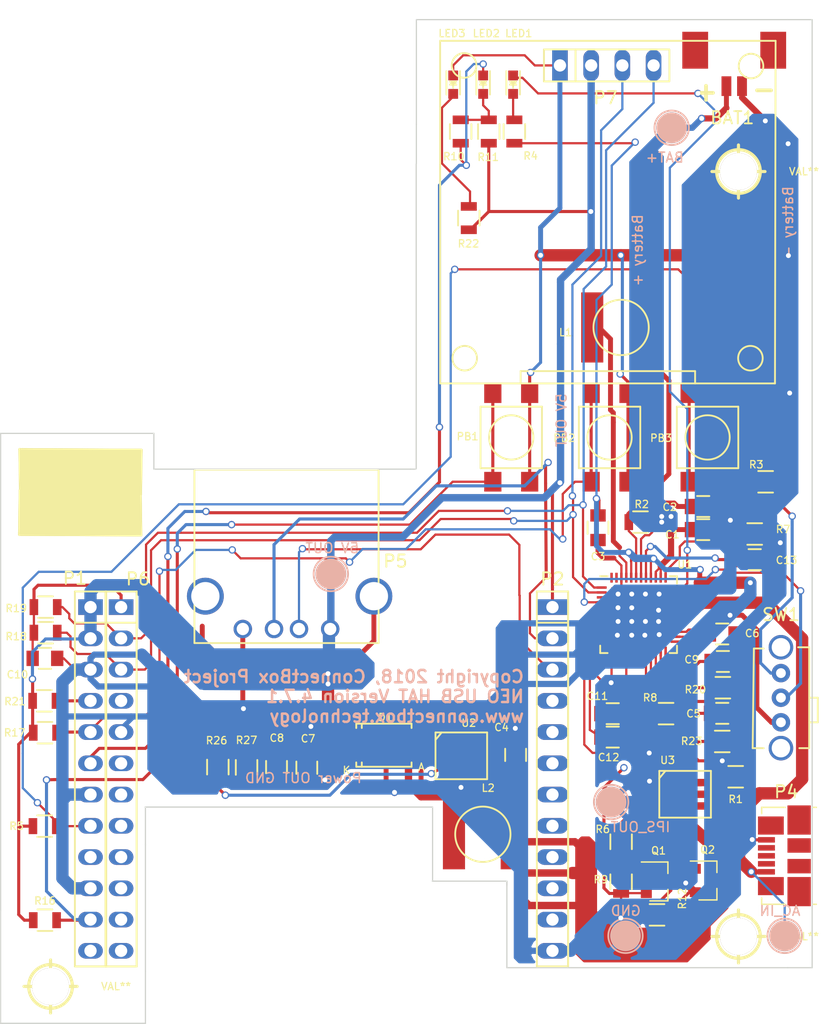
<source format=kicad_pcb>
(kicad_pcb (version 4) (host pcbnew 4.0.6)
  (title_block (title "NanoPi NEO USB HAT - Version 4.7") (date 2018-05-10) (rev 4.7.1))
  (layers (0 F.Cu signal) (31 B.Cu signal) (34 B.Paste user) (35 F.Paste user) (36 B.SilkS user) (37 F.SilkS user) (38 B.Mask user) (39 F.Mask user) (44 Edge.Cuts user))
  (net 0 "")
  (net 1 "Net-(L1-Pad2)")
  (net 2 "Net-(P2-Pad2)")
  (net 3 "Net-(P2-Pad3)")
  (net 4 "Net-(LED1-Pad2)")
  (net 5 "Net-(LED1-Pad1)")
  (net 6 "Net-(LED2-Pad2)")
  (net 7 "Net-(LED2-Pad1)")
  (net 8 "Net-(P1-Pad4)")
  (net 9 "Net-(P1-Pad5)")
  (net 10 "Net-(P1-Pad11)")
  (net 11 "Net-(LED3-Pad2)")
  (net 12 "Net-(C2-Pad1)")
  (net 13 "Net-(C6-Pad2)")
  (net 14 "Net-(C9-Pad2)")
  (net 15 "Net-(D1-Pad2)")
  (net 16 /SDA)
  (net 17 /SCL)
  (net 18 "Net-(R7-Pad1)")
  (net 19 "Net-(R8-Pad1)")
  (net 20 "Net-(R20-Pad2)")
  (net 21 "Net-(R26-Pad2)")
  (net 22 /BAT+)
  (net 23 /GND)
  (net 24 /IPS_OUT)
  (net 25 /5V_OUT)
  (net 26 /AC_IN)
  (net 27 /A_GND)
  (net 28 /3v3)
  (net 29 "Net-(SW1-Pad2)")
  (net 30 "Net-(C11-Pad2)")
  (net 31 "Net-(C12-Pad2)")
  (net 32 "Net-(C13-Pad2)")
  (net 33 "Net-(C4-Pad1)")
  (net 34 "Net-(R1-Pad1)")
  (net 35 "Net-(P1-Pad8)")
  (net 36 "Net-(Q1-Pad1)")
  (net 37 "Net-(Q1-Pad3)")
  (net 38 "Net-(R3-Pad1)")
  (net 39 "Net-(R6-Pad2)")
  (module w_details:hole_3mm (layer F.Cu) (at 112.6236 136.8552)
    (fp_text reference hole_3mm hide)
    (fp_text value VAL** (at 5.334 0) (layer F.SilkS) (effects (font (size 0.6 0.6) (thickness 0.1))))
    (pad 1 thru_hole circle (at 0 0) (size 2.99974 2.99974) (drill 2.99974) (layers *.Cu F.SilkS))
  )
  (module w_details:hole_3mm (layer F.Cu) (at 168.6052 132.7912)
    (fp_text reference hole_3mm hide)
    (fp_text value VAL** (at 5.334 0) (layer F.SilkS) (effects (font (size 0.6 0.6) (thickness 0.1))))
    (pad 1 thru_hole circle (at 0 0) (size 2.99974 2.99974) (drill 2.99974) (layers *.Cu F.SilkS))
  )
  (module w_details:hole_3mm (layer F.Cu) (at 168.6052 70.612)
    (fp_text reference hole_3mm hide)
    (fp_text value VAL** (at 5.334 0) (layer F.SilkS) (effects (font (size 0.6 0.6) (thickness 0.1))))
    (pad 1 thru_hole circle (at 0 0) (size 2.99974 2.99974) (drill 2.99974) (layers *.Cu F.SilkS))
  )
  (module Molex_53261:Molex_53261 (layer F.Cu) (at 164.068 59.2268)
    (fp_text reference BAT1 (at 4.0292 7.0164) (layer F.SilkS))
    (fp_text value Battery)
    (pad 1 smd rect (at 3.556 4.445) (size 0.8 1.6) (layers F.Cu F.Paste F.Mask) (net 22 /BAT+))
    (pad 4 smd rect (at 7.366 1.524) (size 2.1 3) (layers F.Cu F.Paste F.Mask))
    (pad 3 smd rect (at 1.016 1.524) (size 2.1 3) (layers F.Cu F.Paste F.Mask))
    (pad 2 smd rect (at 4.826 4.445) (size 0.8 1.6) (layers F.Cu F.Paste F.Mask) (net 23 /GND))
  )
  (module CustomComponents:SPDT-OS10211 (layer F.Cu) (at 172.0596 113.3856 90)
    (fp_text reference SW1 (at 6.7564 0 180) (layer F.SilkS))
    (fp_text value SPDT-2C)
    (pad 1 thru_hole circle (at -2 0 90) (size 1.5 1.5) (drill 0.8) (layers *.Cu *.Mask) (net 24 /IPS_OUT))
    (pad 2 thru_hole circle (at 0 0 90) (size 1.5 1.5) (drill 0.8) (layers *.Cu *.Mask) (net 29 "Net-(SW1-Pad2)"))
    (pad 3 thru_hole circle (at 2 0 90) (size 1.5 1.5) (drill 0.8) (layers *.Cu *.Mask) (net 38 "Net-(R3-Pad1)"))
    (pad "" thru_hole circle (at -4.1 0 90) (size 2 2) (drill 1.5) (layers *.Cu *.Mask))
    (pad "" thru_hole circle (at 4.1 0 90) (size 2 2) (drill 1.5) (layers *.Cu *.Mask))
  )
  (module LEDs:LED_0603 (layer F.Cu) (at 147.828 63.5508 270)
    (fp_text reference LED2 (at -4.1656 -0.254 360) (layer F.SilkS) (effects (font (size 0.6 0.6) (thickness 0.1))))
    (fp_text value Amber)
    (pad 2 smd rect (at 0.7493 0 90) (size 0.79756 0.79756) (layers F.Cu F.Paste F.Mask) (net 6 "Net-(LED2-Pad2)"))
    (pad 1 smd rect (at -0.7493 0 90) (size 0.79756 0.79756) (layers F.Cu F.Paste F.Mask) (net 7 "Net-(LED2-Pad1)"))
  )
  (module Resistors_SMD:R_0805 (layer F.Cu) (at 145.9992 67.3608 270)
    (fp_text reference R10 (at 2.032 0.5588 360) (layer F.SilkS) (effects (font (size 0.6 0.6) (thickness 0.1))))
    (fp_text value 1K)
    (pad 1 smd rect (at -0.95 0 270) (size 0.7 1.3) (layers F.Cu F.Paste F.Mask) (net 6 "Net-(LED2-Pad2)"))
    (pad 2 smd rect (at 0.95 0 270) (size 0.7 1.3) (layers F.Cu F.Paste F.Mask) (net 7 "Net-(LED2-Pad1)"))
  )
  (module LEDs:LED_0603 (layer F.Cu) (at 150.2664 63.5508 270)
    (fp_text reference LED1 (at -4.1656 -0.4572 360) (layer F.SilkS) (effects (font (size 0.6 0.6) (thickness 0.1))))
    (fp_text value Red)
    (pad 2 smd rect (at 0.7493 0 90) (size 0.79756 0.79756) (layers F.Cu F.Paste F.Mask) (net 4 "Net-(LED1-Pad2)"))
    (pad 1 smd rect (at -0.7493 0 90) (size 0.79756 0.79756) (layers F.Cu F.Paste F.Mask) (net 5 "Net-(LED1-Pad1)"))
  )
  (module Resistors_SMD:R_0805 (layer F.Cu) (at 150.368 67.3608 90)
    (fp_text reference R4 (at -1.9812 1.3208 180) (layer F.SilkS) (effects (font (size 0.6 0.6) (thickness 0.1))))
    (fp_text value 1K)
    (pad 1 smd rect (at -0.95 0 90) (size 0.7 1.3) (layers F.Cu F.Paste F.Mask) (net 24 /IPS_OUT))
    (pad 2 smd rect (at 0.95 0 90) (size 0.7 1.3) (layers F.Cu F.Paste F.Mask) (net 4 "Net-(LED1-Pad2)"))
  )
  (module Resistors_SMD:R_0805 (layer F.Cu) (at 148.2852 67.3608 90)
    (fp_text reference R11 (at -2.0828 -0.0508 180) (layer F.SilkS) (effects (font (size 0.6 0.6) (thickness 0.1))))
    (fp_text value 1K)
    (pad 1 smd rect (at -0.95 0 90) (size 0.7 1.3) (layers F.Cu F.Paste F.Mask) (net 25 /5V_OUT))
    (pad 2 smd rect (at 0.95 0 90) (size 0.7 1.3) (layers F.Cu F.Paste F.Mask) (net 6 "Net-(LED2-Pad2)"))
  )
  (module CustomComponents:USB_A (layer F.Cu) (at 135.382 107.7976 180)
    (fp_text reference P5 (at -5.3086 5.5118 180) (layer F.SilkS))
    (fp_text value USB_A)
    (pad 4 thru_hole circle (at 7.11286 -0.00212 90) (size 1.50114 1.50114) (drill 1.00076) (layers *.Cu *.Mask) (net 23 /GND))
    (pad 3 thru_hole circle (at 4.57286 -0.00212 90) (size 1.50114 1.50114) (drill 1.00076) (layers *.Cu *.Mask) (net 2 "Net-(P2-Pad2)"))
    (pad 2 thru_hole circle (at 2.54086 -0.00212 90) (size 1.50114 1.50114) (drill 1.00076) (layers *.Cu *.Mask) (net 3 "Net-(P2-Pad3)"))
    (pad 1 thru_hole circle (at 0.00086 -0.00212 90) (size 1.50114 1.50114) (drill 1.00076) (layers *.Cu *.Mask) (net 25 /5V_OUT))
    (pad "" thru_hole circle (at 10.16086 2.66488 90) (size 2.99974 2.99974) (drill 2.30124) (layers *.Cu *.Mask))
    (pad 5 thru_hole circle (at -3.55514 2.66488 90) (size 2.99974 2.99974) (drill 2.30124) (layers *.Cu *.Mask) (net 23 /GND))
  )
  (module CustomComponents:USB_Micro-B_Molex_47346-0001 (layer F.Cu) (at 172.212 126.238 180)
    (fp_text reference P4 (at -0.2794 5.207 180) (layer F.SilkS))
    (fp_text value "MICROUSB - Power" hide)
    (pad 1 smd rect (at 1.33 -1.3 180) (size 1.38 0.45) (layers F.Cu F.Paste F.Mask) (net 26 /AC_IN))
    (pad 2 smd rect (at 1.33 -0.65 180) (size 1.38 0.45) (layers F.Cu F.Paste F.Mask))
    (pad 3 smd rect (at 1.33 0 180) (size 1.38 0.45) (layers F.Cu F.Paste F.Mask))
    (pad 4 smd rect (at 1.33 0.65 180) (size 1.38 0.45) (layers F.Cu F.Paste F.Mask))
    (pad 5 smd rect (at 1.33 1.3 180) (size 1.38 0.45) (layers F.Cu F.Paste F.Mask) (net 23 /GND))
    (pad "" smd rect (at 0.97 -2.4625 180) (size 2.1 1.475) (layers F.Cu F.Paste F.Mask))
    (pad "" smd rect (at 0.97 2.4625 180) (size 2.1 1.475) (layers F.Cu F.Paste F.Mask))
    (pad 6 smd rect (at -1.33 -2.91 180) (size 1.9 2.375) (layers F.Cu F.Paste F.Mask))
    (pad "" smd rect (at -1.33 2.91 180) (size 1.9 2.375) (layers F.Cu F.Paste F.Mask))
    (pad "" smd rect (at -1.33 -0.84 180) (size 1.9 1.175) (layers F.Cu F.Paste F.Mask))
    (pad "" smd rect (at -1.33 0.84 180) (size 1.9 1.175) (layers F.Cu F.Paste F.Mask))
  )
  (module CustomComponents:OLED (layer F.Cu) (at 154.0764 61.9868)
    (fp_text reference P7 (at 3.7084 2.6308) (layer F.SilkS))
    (fp_text value CONN_01X04 hide)
    (pad 1 thru_hole rect (at 0 0) (size 1.27 2.54) (drill 1) (layers *.Cu *.Mask) (net 23 /GND))
    (pad 2 thru_hole oval (at 2.54 0) (size 1.27 2.54) (drill 1) (layers *.Cu *.Mask) (net 25 /5V_OUT))
    (pad 3 thru_hole oval (at 5.08 0) (size 1.27 2.54) (drill 1) (layers *.Cu *.Mask) (net 17 /SCL))
    (pad 4 thru_hole oval (at 7.62 0) (size 1.27 2.54) (drill 1) (layers *.Cu *.Mask) (net 16 /SDA))
  )
  (module Resistors_SMD:R_0805 (layer F.Cu) (at 161.9758 131.0386 180)
    (fp_text reference R12 (at -2.0574 1.3208 270) (layer F.SilkS) (effects (font (size 0.6 0.6) (thickness 0.1))))
    (fp_text value 10K)
    (pad 1 smd rect (at -0.95 0 180) (size 0.7 1.3) (layers F.Cu F.Paste F.Mask) (net 24 /IPS_OUT))
    (pad 2 smd rect (at 0.95 0 180) (size 0.7 1.3) (layers F.Cu F.Paste F.Mask) (net 37 "Net-(Q1-Pad3)"))
  )
  (module CustomComponents:SW-TL3305 (layer F.Cu) (at 150.114 92.2274 90)
    (fp_text reference PB1 (at 0.0762 -3.556 180) (layer F.SilkS) (effects (font (size 0.6 0.6) (thickness 0.1))))
    (fp_text value SPST-PUSH)
    (pad 1 smd rect (at -3.6 -1.5 90) (size 1.6 1.4) (layers F.Cu F.Paste F.Mask) (net 10 "Net-(P1-Pad11)"))
    (pad 2 smd rect (at -3.6 1.5 90) (size 1.6 1.4) (layers F.Cu F.Paste F.Mask) (net 23 /GND))
    (pad 1 smd rect (at 3.6 -1.5 90) (size 1.6 1.4) (layers F.Cu F.Paste F.Mask) (net 10 "Net-(P1-Pad11)"))
    (pad 2 smd rect (at 3.6 1.5 90) (size 1.6 1.4) (layers F.Cu F.Paste F.Mask) (net 23 /GND))
  )
  (module CustomComponents:SW-TL3305 (layer F.Cu) (at 158.115 92.2274 90)
    (fp_text reference PB2 (at -0.0508 -3.683 180) (layer F.SilkS) (effects (font (size 0.6 0.6) (thickness 0.1))))
    (fp_text value SPST-PUSH)
    (pad 1 smd rect (at -3.6 -1.5 90) (size 1.6 1.4) (layers F.Cu F.Paste F.Mask) (net 9 "Net-(P1-Pad5)"))
    (pad 2 smd rect (at -3.6 1.5 90) (size 1.6 1.4) (layers F.Cu F.Paste F.Mask) (net 23 /GND))
    (pad 1 smd rect (at 3.6 -1.5 90) (size 1.6 1.4) (layers F.Cu F.Paste F.Mask) (net 9 "Net-(P1-Pad5)"))
    (pad 2 smd rect (at 3.6 1.5 90) (size 1.6 1.4) (layers F.Cu F.Paste F.Mask) (net 23 /GND))
  )
  (module CustomComponents:PinStrip_12-N (layer F.Cu) (at 115.8748 106.0196 270)
    (fp_text reference P1 (at -2.3368 1.27 360) (layer F.SilkS))
    (fp_text value NEO_GPIO_PINS1 hide)
    (pad 1 thru_hole rect (at 0 0 270) (size 1.27 2) (drill 1) (layers *.Cu *.Mask) (net 25 /5V_OUT))
    (pad 2 thru_hole oval (at 2.54 0 270) (size 1.27 2) (drill 1) (layers *.Cu *.Mask) (net 25 /5V_OUT))
    (pad 3 thru_hole oval (at 5.08 0 270) (size 1.27 2) (drill 1) (layers *.Cu *.Mask) (net 23 /GND))
    (pad 4 thru_hole oval (at 7.62 0 270) (size 1.27 2) (drill 1) (layers *.Cu *.Mask) (net 8 "Net-(P1-Pad4)"))
    (pad 5 thru_hole oval (at 10.16 0 270) (size 1.27 2) (drill 1) (layers *.Cu *.Mask) (net 9 "Net-(P1-Pad5)"))
    (pad 6 thru_hole oval (at 12.7 0 270) (size 1.27 2) (drill 1) (layers *.Cu *.Mask) (net 7 "Net-(LED2-Pad1)"))
    (pad 7 thru_hole oval (at 15.24 0 270) (size 1.27 2) (drill 1) (layers *.Cu *.Mask) (net 23 /GND))
    (pad 8 thru_hole oval (at 17.78 0 270) (size 1.27 2) (drill 1) (layers *.Cu *.Mask) (net 35 "Net-(P1-Pad8)"))
    (pad 9 thru_hole oval (at 20.32 0 270) (size 1.27 2) (drill 1) (layers *.Cu *.Mask))
    (pad 10 thru_hole oval (at 22.86 0 270) (size 1.27 2) (drill 1) (layers *.Cu *.Mask) (net 23 /GND))
    (pad 11 thru_hole oval (at 25.4 0 270) (size 1.27 2) (drill 1) (layers *.Cu *.Mask) (net 10 "Net-(P1-Pad11)"))
    (pad 12 thru_hole oval (at 27.94 0 270) (size 1.27 2) (drill 1) (layers *.Cu *.Mask))
  )
  (module Resistors_SMD:R_0805 (layer F.Cu) (at 112.1156 113.6396 180)
    (fp_text reference R21 (at 2.3876 -0.0508 180) (layer F.SilkS) (effects (font (size 0.6 0.6) (thickness 0.1))))
    (fp_text value 10K)
    (pad 1 smd rect (at -0.95 0 180) (size 0.7 1.3) (layers F.Cu F.Paste F.Mask) (net 8 "Net-(P1-Pad4)"))
    (pad 2 smd rect (at 0.95 0 180) (size 0.7 1.3) (layers F.Cu F.Paste F.Mask) (net 25 /5V_OUT))
  )
  (module LEDs:LED_0603 (layer F.Cu) (at 145.3896 63.5508 270)
    (fp_text reference LED3 (at -4.1656 0.1016 360) (layer F.SilkS) (effects (font (size 0.6 0.6) (thickness 0.1))))
    (fp_text value Green)
    (pad 2 smd rect (at 0.7493 0 90) (size 0.79756 0.79756) (layers F.Cu F.Paste F.Mask) (net 11 "Net-(LED3-Pad2)"))
    (pad 1 smd rect (at -0.7493 0 90) (size 0.79756 0.79756) (layers F.Cu F.Paste F.Mask) (net 23 /GND))
  )
  (module Resistors_SMD:R_0805 (layer F.Cu) (at 146.6596 74.3966 90)
    (fp_text reference R22 (at -2.0828 -0.0254 180) (layer F.SilkS) (effects (font (size 0.6 0.6) (thickness 0.1))))
    (fp_text value 1K)
    (pad 1 smd rect (at -0.95 0 90) (size 0.7 1.3) (layers F.Cu F.Paste F.Mask) (net 25 /5V_OUT))
    (pad 2 smd rect (at 0.95 0 90) (size 0.7 1.3) (layers F.Cu F.Paste F.Mask) (net 11 "Net-(LED3-Pad2)"))
  )
  (module PinStrip:PinStrip_12 (layer F.Cu) (at 153.4668 106.0196 270)
    (fp_text reference P2 (at -2.286 0 360) (layer F.SilkS))
    (fp_text value NEO_GPIO_PINS2 hide)
    (pad 1 thru_hole rect (at 0 0 270) (size 1.27 2.54) (drill 1) (layers *.Cu *.Mask) (net 25 /5V_OUT))
    (pad 2 thru_hole oval (at 2.54 0 270) (size 1.27 2.54) (drill 1) (layers *.Cu *.Mask) (net 2 "Net-(P2-Pad2)"))
    (pad 3 thru_hole oval (at 5.08 0 270) (size 1.27 2.54) (drill 1) (layers *.Cu *.Mask) (net 3 "Net-(P2-Pad3)"))
    (pad 4 thru_hole oval (at 7.62 0 270) (size 1.27 2.54) (drill 1) (layers *.Cu *.Mask))
    (pad 5 thru_hole oval (at 10.16 0 270) (size 1.27 2.54) (drill 1) (layers *.Cu *.Mask))
    (pad 6 thru_hole oval (at 12.7 0 270) (size 1.27 2.54) (drill 1) (layers *.Cu *.Mask))
    (pad 7 thru_hole oval (at 15.24 0 270) (size 1.27 2.54) (drill 1) (layers *.Cu *.Mask))
    (pad 8 thru_hole oval (at 17.78 0 270) (size 1.27 2.54) (drill 1) (layers *.Cu *.Mask))
    (pad 9 thru_hole oval (at 20.32 0 270) (size 1.27 2.54) (drill 1) (layers *.Cu *.Mask))
    (pad 10 thru_hole oval (at 22.86 0 270) (size 1.27 2.54) (drill 1) (layers *.Cu *.Mask))
    (pad 11 thru_hole oval (at 25.4 0 270) (size 1.27 2.54) (drill 1) (layers *.Cu *.Mask))
    (pad 12 thru_hole oval (at 27.94 0 270) (size 1.27 2.54) (drill 1) (layers *.Cu *.Mask) (net 23 /GND))
  )
  (module Capacitors_SMD:C_0805 (layer F.Cu) (at 165.735 99.7204)
    (fp_text reference C1 (at -2.5146 0.4064) (layer F.SilkS) (effects (font (size 0.6 0.6) (thickness 0.1))))
    (fp_text value 10uF)
    (pad 1 smd rect (at -1 0) (size 1 1.25) (layers F.Cu F.Paste F.Mask) (net 22 /BAT+))
    (pad 2 smd rect (at 1 0) (size 1 1.25) (layers F.Cu F.Paste F.Mask) (net 23 /GND))
  )
  (module Capacitors_SMD:C_0805 (layer F.Cu) (at 165.735 97.8408)
    (fp_text reference C2 (at -2.7178 0.0508) (layer F.SilkS) (effects (font (size 0.6 0.6) (thickness 0.1))))
    (fp_text value 10uF)
    (pad 1 smd rect (at -1 0) (size 1 1.25) (layers F.Cu F.Paste F.Mask) (net 12 "Net-(C2-Pad1)"))
    (pad 2 smd rect (at 1 0) (size 1 1.25) (layers F.Cu F.Paste F.Mask) (net 23 /GND))
  )
  (module Capacitors_SMD:C_0805 (layer F.Cu) (at 157.1752 99.568 270)
    (fp_text reference C3 (at 2.3368 0 360) (layer F.SilkS) (effects (font (size 0.6 0.6) (thickness 0.1))))
    (fp_text value 10uF)
    (pad 1 smd rect (at -1 0 270) (size 1 1.25) (layers F.Cu F.Paste F.Mask) (net 24 /IPS_OUT))
    (pad 2 smd rect (at 1 0 270) (size 1 1.25) (layers F.Cu F.Paste F.Mask) (net 23 /GND))
  )
  (module Capacitors_SMD:C_0805 (layer F.Cu) (at 150.4696 118.0338 90)
    (fp_text reference C4 (at 2.2352 -1.143 360) (layer F.SilkS) (effects (font (size 0.6 0.6) (thickness 0.1))))
    (fp_text value 10uF)
    (pad 1 smd rect (at -1 0 90) (size 1 1.25) (layers F.Cu F.Paste F.Mask) (net 33 "Net-(C4-Pad1)"))
    (pad 2 smd rect (at 1 0 90) (size 1 1.25) (layers F.Cu F.Paste F.Mask) (net 23 /GND))
  )
  (module Capacitors_SMD:C_0805 (layer F.Cu) (at 167.2844 114.6556 180)
    (fp_text reference C5 (at 2.3368 -0.0254 180) (layer F.SilkS) (effects (font (size 0.6 0.6) (thickness 0.1))))
    (fp_text value 10uF)
    (pad 1 smd rect (at -1 0 180) (size 1 1.25) (layers F.Cu F.Paste F.Mask) (net 27 /A_GND))
    (pad 2 smd rect (at 1 0 180) (size 1 1.25) (layers F.Cu F.Paste F.Mask) (net 24 /IPS_OUT))
  )
  (module Capacitors_SMD:C_0805 (layer F.Cu) (at 167.2844 108.204 180)
    (fp_text reference C6 (at -2.4384 0.0508 180) (layer F.SilkS) (effects (font (size 0.6 0.6) (thickness 0.1))))
    (fp_text value 1uF)
    (pad 1 smd rect (at -1 0 180) (size 1 1.25) (layers F.Cu F.Paste F.Mask) (net 27 /A_GND))
    (pad 2 smd rect (at 1 0 180) (size 1 1.25) (layers F.Cu F.Paste F.Mask) (net 13 "Net-(C6-Pad2)"))
  )
  (module Capacitors_SMD:C_0805 (layer F.Cu) (at 133.477 119.0752 270)
    (fp_text reference C7 (at -2.3622 -0.1016 360) (layer F.SilkS) (effects (font (size 0.6 0.6) (thickness 0.1))))
    (fp_text value 10uF/25V)
    (pad 1 smd rect (at -1 0 270) (size 1 1.25) (layers F.Cu F.Paste F.Mask) (net 25 /5V_OUT))
    (pad 2 smd rect (at 1 0 270) (size 1 1.25) (layers F.Cu F.Paste F.Mask) (net 23 /GND))
  )
  (module Capacitors_SMD:C_0805 (layer F.Cu) (at 131.0132 119.0244 270)
    (fp_text reference C8 (at -2.3622 -0.0254 360) (layer F.SilkS) (effects (font (size 0.6 0.6) (thickness 0.1))))
    (fp_text value 10uF/25V)
    (pad 1 smd rect (at -1 0 270) (size 1 1.25) (layers F.Cu F.Paste F.Mask) (net 25 /5V_OUT))
    (pad 2 smd rect (at 1 0 270) (size 1 1.25) (layers F.Cu F.Paste F.Mask) (net 23 /GND))
  )
  (module Capacitors_SMD:C_0805 (layer F.Cu) (at 167.3352 110.4392 180)
    (fp_text reference C9 (at 2.54 0.1524 180) (layer F.SilkS) (effects (font (size 0.6 0.6) (thickness 0.1))))
    (fp_text value 1uF)
    (pad 1 smd rect (at -1 0 180) (size 1 1.25) (layers F.Cu F.Paste F.Mask) (net 27 /A_GND))
    (pad 2 smd rect (at 1 0 180) (size 1 1.25) (layers F.Cu F.Paste F.Mask) (net 14 "Net-(C9-Pad2)"))
  )
  (module Resistors_SMD:R_0805 (layer F.Cu) (at 160.6296 99.1108 180)
    (fp_text reference R2 (at -0.1016 1.4478 180) (layer F.SilkS) (effects (font (size 0.6 0.6) (thickness 0.1))))
    (fp_text value "0.03 ohm")
    (pad 1 smd rect (at -0.95 0 180) (size 0.7 1.3) (layers F.Cu F.Paste F.Mask) (net 22 /BAT+))
    (pad 2 smd rect (at 0.95 0 180) (size 0.7 1.3) (layers F.Cu F.Paste F.Mask) (net 12 "Net-(C2-Pad1)"))
  )
  (module Resistors_SMD:R_0805 (layer F.Cu) (at 169.926 100.076)
    (fp_text reference R7 (at 2.3114 -0.381) (layer F.SilkS) (effects (font (size 0.6 0.6) (thickness 0.1))))
    (fp_text value 100)
    (pad 1 smd rect (at -0.95 0) (size 0.7 1.3) (layers F.Cu F.Paste F.Mask) (net 18 "Net-(R7-Pad1)"))
    (pad 2 smd rect (at 0.95 0) (size 0.7 1.3) (layers F.Cu F.Paste F.Mask) (net 23 /GND))
  )
  (module Resistors_SMD:R_0805 (layer F.Cu) (at 162.7124 114.681)
    (fp_text reference R8 (at -1.2954 -1.2954) (layer F.SilkS) (effects (font (size 0.6 0.6) (thickness 0.1))))
    (fp_text value 10K)
    (pad 1 smd rect (at -0.95 0) (size 0.7 1.3) (layers F.Cu F.Paste F.Mask) (net 19 "Net-(R8-Pad1)"))
    (pad 2 smd rect (at 0.95 0) (size 0.7 1.3) (layers F.Cu F.Paste F.Mask) (net 24 /IPS_OUT))
  )
  (module Resistors_SMD:R_0805 (layer F.Cu) (at 112.1664 131.4704)
    (fp_text reference R16 (at 0 -1.5748) (layer F.SilkS) (effects (font (size 0.6 0.6) (thickness 0.1))))
    (fp_text value 10K)
    (pad 1 smd rect (at -0.95 0) (size 0.7 1.3) (layers F.Cu F.Paste F.Mask) (net 25 /5V_OUT))
    (pad 2 smd rect (at 0.95 0) (size 0.7 1.3) (layers F.Cu F.Paste F.Mask) (net 10 "Net-(P1-Pad11)"))
  )
  (module Resistors_SMD:R_0805 (layer F.Cu) (at 112.1664 116.2304)
    (fp_text reference R17 (at -2.4638 0) (layer F.SilkS) (effects (font (size 0.6 0.6) (thickness 0.1))))
    (fp_text value 10K)
    (pad 1 smd rect (at -0.95 0) (size 0.7 1.3) (layers F.Cu F.Paste F.Mask) (net 25 /5V_OUT))
    (pad 2 smd rect (at 0.95 0) (size 0.7 1.3) (layers F.Cu F.Paste F.Mask) (net 9 "Net-(P1-Pad5)"))
  )
  (module Resistors_SMD:R_0805 (layer F.Cu) (at 167.3352 112.5728 180)
    (fp_text reference R20 (at 2.2352 -0.1524 180) (layer F.SilkS) (effects (font (size 0.6 0.6) (thickness 0.1))))
    (fp_text value 200K)
    (pad 1 smd rect (at -0.95 0 180) (size 0.7 1.3) (layers F.Cu F.Paste F.Mask) (net 27 /A_GND))
    (pad 2 smd rect (at 0.95 0 180) (size 0.7 1.3) (layers F.Cu F.Paste F.Mask) (net 20 "Net-(R20-Pad2)"))
  )
  (module Resistors_SMD:R_0805 (layer F.Cu) (at 167.2844 116.9416)
    (fp_text reference R23 (at -2.4892 -0.0254) (layer F.SilkS) (effects (font (size 0.6 0.6) (thickness 0.1))))
    (fp_text value 0)
    (pad 1 smd rect (at -0.95 0) (size 0.7 1.3) (layers F.Cu F.Paste F.Mask) (net 23 /GND))
    (pad 2 smd rect (at 0.95 0) (size 0.7 1.3) (layers F.Cu F.Paste F.Mask) (net 27 /A_GND))
  )
  (module Resistors_SMD:R_0805 (layer F.Cu) (at 126.238 119.0244 270)
    (fp_text reference R26 (at -2.159 0.1016 360) (layer F.SilkS) (effects (font (size 0.6 0.6) (thickness 0.1))))
    (fp_text value 200K)
    (pad 1 smd rect (at -0.95 0 270) (size 0.7 1.3) (layers F.Cu F.Paste F.Mask) (net 25 /5V_OUT))
    (pad 2 smd rect (at 0.95 0 270) (size 0.7 1.3) (layers F.Cu F.Paste F.Mask) (net 21 "Net-(R26-Pad2)"))
  )
  (module Resistors_SMD:R_0805 (layer F.Cu) (at 128.5748 119.0498 270)
    (fp_text reference R27 (at -2.2098 0 360) (layer F.SilkS) (effects (font (size 0.6 0.6) (thickness 0.1))))
    (fp_text value 27.3K)
    (pad 1 smd rect (at -0.95 0 270) (size 0.7 1.3) (layers F.Cu F.Paste F.Mask) (net 21 "Net-(R26-Pad2)"))
    (pad 2 smd rect (at 0.95 0 270) (size 0.7 1.3) (layers F.Cu F.Paste F.Mask) (net 23 /GND))
  )
  (module CustomComponents:UQFN-48-1EP_6x6mm_Pitch0.4mm (layer F.Cu) (at 160.4772 106.6292)
    (fp_text reference U1 (at 3.7592 -4.064) (layer F.SilkS) (effects (font (size 0.6 0.6) (thickness 0.1))))
    (fp_text value AXP209)
    (pad 1 smd rect (at -3 -2.2) (size 0.8 0.2) (layers F.Cu F.Paste F.Mask) (net 16 /SDA))
    (pad 2 smd rect (at -3 -1.8) (size 0.8 0.2) (layers F.Cu F.Paste F.Mask) (net 17 /SCL))
    (pad 3 smd rect (at -3 -1.4) (size 0.8 0.2) (layers F.Cu F.Paste F.Mask))
    (pad 4 smd rect (at -3 -1) (size 0.8 0.2) (layers F.Cu F.Paste F.Mask) (net 29 "Net-(SW1-Pad2)"))
    (pad 5 smd rect (at -3 -0.6) (size 0.8 0.2) (layers F.Cu F.Paste F.Mask))
    (pad 6 smd rect (at -3 -0.2) (size 0.8 0.2) (layers F.Cu F.Paste F.Mask) (net 19 "Net-(R8-Pad1)"))
    (pad 7 smd rect (at -3 0.2) (size 0.8 0.2) (layers F.Cu F.Paste F.Mask))
    (pad 8 smd rect (at -3 0.6) (size 0.8 0.2) (layers F.Cu F.Paste F.Mask))
    (pad 9 smd rect (at -3 1) (size 0.8 0.2) (layers F.Cu F.Paste F.Mask) (net 23 /GND))
    (pad 10 smd rect (at -3 1.4) (size 0.8 0.2) (layers F.Cu F.Paste F.Mask))
    (pad 11 smd rect (at -3 1.8) (size 0.8 0.2) (layers F.Cu F.Paste F.Mask) (net 31 "Net-(C12-Pad2)"))
    (pad 12 smd rect (at -3 2.2) (size 0.8 0.2) (layers F.Cu F.Paste F.Mask) (net 30 "Net-(C11-Pad2)"))
    (pad 13 smd rect (at -2.2 3 90) (size 0.8 0.2) (layers F.Cu F.Paste F.Mask) (net 24 /IPS_OUT))
    (pad 14 smd rect (at -1.8 3 90) (size 0.8 0.2) (layers F.Cu F.Paste F.Mask))
    (pad 15 smd rect (at -1.4 3 90) (size 0.8 0.2) (layers F.Cu F.Paste F.Mask))
    (pad 16 smd rect (at -1 3 90) (size 0.8 0.2) (layers F.Cu F.Paste F.Mask) (net 23 /GND))
    (pad 17 smd rect (at -0.6 3 90) (size 0.8 0.2) (layers F.Cu F.Paste F.Mask))
    (pad 18 smd rect (at -0.2 3 90) (size 0.8 0.2) (layers F.Cu F.Paste F.Mask))
    (pad 19 smd rect (at 0.2 3 90) (size 0.8 0.2) (layers F.Cu F.Paste F.Mask))
    (pad 20 smd rect (at 0.6 3 90) (size 0.8 0.2) (layers F.Cu F.Paste F.Mask) (net 39 "Net-(R6-Pad2)"))
    (pad 21 smd rect (at 1 3 90) (size 0.8 0.2) (layers F.Cu F.Paste F.Mask) (net 24 /IPS_OUT))
    (pad 22 smd rect (at 1.4 3 90) (size 0.8 0.2) (layers F.Cu F.Paste F.Mask) (net 27 /A_GND))
    (pad 23 smd rect (at 1.8 3 90) (size 0.8 0.2) (layers F.Cu F.Paste F.Mask) (net 20 "Net-(R20-Pad2)"))
    (pad 24 smd rect (at 2.2 3 90) (size 0.8 0.2) (layers F.Cu F.Paste F.Mask) (net 14 "Net-(C9-Pad2)"))
    (pad 25 smd rect (at 3 2.2) (size 0.8 0.2) (layers F.Cu F.Paste F.Mask))
    (pad 26 smd rect (at 3 1.8) (size 0.8 0.2) (layers F.Cu F.Paste F.Mask) (net 13 "Net-(C6-Pad2)"))
    (pad 27 smd rect (at 3 1.4) (size 0.8 0.2) (layers F.Cu F.Paste F.Mask) (net 13 "Net-(C6-Pad2)"))
    (pad 28 smd rect (at 3 1) (size 0.8 0.2) (layers F.Cu F.Paste F.Mask))
    (pad 29 smd rect (at 3 0.6) (size 0.8 0.2) (layers F.Cu F.Paste F.Mask))
    (pad 30 smd rect (at 3 0.2) (size 0.8 0.2) (layers F.Cu F.Paste F.Mask))
    (pad 31 smd rect (at 3 -0.2) (size 0.8 0.2) (layers F.Cu F.Paste F.Mask))
    (pad 32 smd rect (at 3 -0.6) (size 0.8 0.2) (layers F.Cu F.Paste F.Mask) (net 26 /AC_IN))
    (pad 33 smd rect (at 3 -1) (size 0.8 0.2) (layers F.Cu F.Paste F.Mask) (net 26 /AC_IN))
    (pad 34 smd rect (at 3 -1.4) (size 0.8 0.2) (layers F.Cu F.Paste F.Mask) (net 24 /IPS_OUT))
    (pad 35 smd rect (at 3 -1.8) (size 0.8 0.2) (layers F.Cu F.Paste F.Mask) (net 24 /IPS_OUT))
    (pad 36 smd rect (at 3 -2.2) (size 0.8 0.2) (layers F.Cu F.Paste F.Mask) (net 5 "Net-(LED1-Pad1)"))
    (pad 37 smd rect (at 2.2 -3 90) (size 0.8 0.2) (layers F.Cu F.Paste F.Mask) (net 18 "Net-(R7-Pad1)"))
    (pad 38 smd rect (at 1.8 -3 90) (size 0.8 0.2) (layers F.Cu F.Paste F.Mask) (net 22 /BAT+))
    (pad 39 smd rect (at 1.4 -3 90) (size 0.8 0.2) (layers F.Cu F.Paste F.Mask) (net 22 /BAT+))
    (pad 40 smd rect (at 1 -3 90) (size 0.8 0.2) (layers F.Cu F.Paste F.Mask) (net 24 /IPS_OUT))
    (pad 41 smd rect (at 0.6 -3 90) (size 0.8 0.2) (layers F.Cu F.Paste F.Mask) (net 32 "Net-(C13-Pad2)"))
    (pad 42 smd rect (at 0.2 -3 90) (size 0.8 0.2) (layers F.Cu F.Paste F.Mask) (net 22 /BAT+))
    (pad 43 smd rect (at -0.2 -3 90) (size 0.8 0.2) (layers F.Cu F.Paste F.Mask) (net 12 "Net-(C2-Pad1)"))
    (pad 44 smd rect (at -0.6 -3 90) (size 0.8 0.2) (layers F.Cu F.Paste F.Mask) (net 24 /IPS_OUT))
    (pad 45 smd rect (at -1 -3 90) (size 0.8 0.2) (layers F.Cu F.Paste F.Mask) (net 1 "Net-(L1-Pad2)"))
    (pad 46 smd rect (at -1.4 -3 90) (size 0.8 0.2) (layers F.Cu F.Paste F.Mask) (net 23 /GND))
    (pad 47 smd rect (at -1.8 -3 90) (size 0.8 0.2) (layers F.Cu F.Paste F.Mask))
    (pad 48 smd rect (at -2.2 -3 90) (size 0.8 0.2) (layers F.Cu F.Paste F.Mask))
    (pad 49 smd rect (at 1.66875 1.66875) (size 1.1125 1.1125) (layers F.Cu F.Paste F.Mask) (net 23 /GND))
    (pad 49 smd rect (at 1.66875 0.55625) (size 1.1125 1.1125) (layers F.Cu F.Paste F.Mask) (net 23 /GND))
    (pad 49 smd rect (at 1.66875 -0.55625) (size 1.1125 1.1125) (layers F.Cu F.Paste F.Mask) (net 23 /GND))
    (pad 49 smd rect (at 1.66875 -1.66875) (size 1.1125 1.1125) (layers F.Cu F.Paste F.Mask) (net 23 /GND))
    (pad 49 smd rect (at 0.55625 1.66875) (size 1.1125 1.1125) (layers F.Cu F.Paste F.Mask) (net 23 /GND))
    (pad 49 smd rect (at 0.55625 0.55625) (size 1.1125 1.1125) (layers F.Cu F.Paste F.Mask) (net 23 /GND))
    (pad 49 smd rect (at 0.55625 -0.55625) (size 1.1125 1.1125) (layers F.Cu F.Paste F.Mask) (net 23 /GND))
    (pad 49 smd rect (at 0.55625 -1.66875) (size 1.1125 1.1125) (layers F.Cu F.Paste F.Mask) (net 23 /GND))
    (pad 49 smd rect (at -0.55625 1.66875) (size 1.1125 1.1125) (layers F.Cu F.Paste F.Mask) (net 23 /GND))
    (pad 49 smd rect (at -0.55625 0.55625) (size 1.1125 1.1125) (layers F.Cu F.Paste F.Mask) (net 23 /GND))
    (pad 49 smd rect (at -0.55625 -0.55625) (size 1.1125 1.1125) (layers F.Cu F.Paste F.Mask) (net 23 /GND))
    (pad 49 smd rect (at -0.55625 -1.66875) (size 1.1125 1.1125) (layers F.Cu F.Paste F.Mask) (net 23 /GND))
    (pad 49 smd rect (at -1.66875 1.66875) (size 1.1125 1.1125) (layers F.Cu F.Paste F.Mask) (net 23 /GND))
    (pad 49 smd rect (at -1.66875 0.55625) (size 1.1125 1.1125) (layers F.Cu F.Paste F.Mask) (net 23 /GND))
    (pad 49 smd rect (at -1.66875 -0.55625) (size 1.1125 1.1125) (layers F.Cu F.Paste F.Mask) (net 23 /GND))
    (pad 49 smd rect (at -1.66875 -1.66875) (size 1.1125 1.1125) (layers F.Cu F.Paste F.Mask) (net 23 /GND))
  )
  (module CustomComponents:SOT-23-6a (layer F.Cu) (at 146.05 118.11)
    (fp_text reference U2 (at 0.6096 -2.667) (layer F.SilkS) (effects (font (size 0.6 0.6) (thickness 0.1))))
    (fp_text value MT3608)
    (pad 1 smd rect (at -1.3 -0.95) (size 1.2 0.6) (layers F.Cu F.Paste F.Mask) (net 15 "Net-(D1-Pad2)"))
    (pad 2 smd rect (at -1.3 0) (size 1.2 0.6) (layers F.Cu F.Paste F.Mask) (net 23 /GND))
    (pad 3 smd rect (at -1.3 0.95) (size 1.2 0.6) (layers F.Cu F.Paste F.Mask) (net 21 "Net-(R26-Pad2)"))
    (pad 4 smd rect (at 1.3 0.95) (size 1.2 0.6) (layers F.Cu F.Paste F.Mask) (net 33 "Net-(C4-Pad1)"))
    (pad 6 smd rect (at 1.3 -0.95) (size 1.2 0.6) (layers F.Cu F.Paste F.Mask))
    (pad 5 smd rect (at 1.3 0) (size 1.2 0.6) (layers F.Cu F.Paste F.Mask) (net 33 "Net-(C4-Pad1)"))
  )
  (module CustomComponents:PinStrip_12-N (layer F.Cu) (at 118.364 106.0196 270)
    (fp_text reference P6 (at -2.286 -1.3716 360) (layer F.SilkS))
    (fp_text value NEO_GPIO_PINS2 hide)
    (pad 1 thru_hole rect (at 0 0 270) (size 1.27 2) (drill 1) (layers *.Cu *.Mask) (net 28 /3v3))
    (pad 2 thru_hole oval (at 2.54 0 270) (size 1.27 2) (drill 1) (layers *.Cu *.Mask) (net 16 /SDA))
    (pad 3 thru_hole oval (at 5.08 0 270) (size 1.27 2) (drill 1) (layers *.Cu *.Mask) (net 17 /SCL))
    (pad 4 thru_hole oval (at 7.62 0 270) (size 1.27 2) (drill 1) (layers *.Cu *.Mask))
    (pad 5 thru_hole oval (at 10.16 0 270) (size 1.27 2) (drill 1) (layers *.Cu *.Mask) (net 23 /GND))
    (pad 6 thru_hole oval (at 12.7 0 270) (size 1.27 2) (drill 1) (layers *.Cu *.Mask))
    (pad 7 thru_hole oval (at 15.24 0 270) (size 1.27 2) (drill 1) (layers *.Cu *.Mask))
    (pad 8 thru_hole oval (at 17.78 0 270) (size 1.27 2) (drill 1) (layers *.Cu *.Mask))
    (pad 9 thru_hole oval (at 20.32 0 270) (size 1.27 2) (drill 1) (layers *.Cu *.Mask))
    (pad 10 thru_hole oval (at 22.86 0 270) (size 1.27 2) (drill 1) (layers *.Cu *.Mask))
    (pad 11 thru_hole oval (at 25.4 0 270) (size 1.27 2) (drill 1) (layers *.Cu *.Mask))
    (pad 12 thru_hole oval (at 27.94 0 270) (size 1.27 2) (drill 1) (layers *.Cu *.Mask))
  )
  (module Diodes_SMD:SMA_Standard (layer F.Cu) (at 139.7508 117.2464)
    (fp_text reference D1 (at 0.127 -2.2606 180) (layer F.SilkS) (effects (font (size 0.6 0.6) (thickness 0.1))))
    (fp_text value NRVTS260ESFT1G)
    (fp_text user K (at -3.048 2.032 180) (layer F.SilkS) (effects (font (size 0.6 0.6) (thickness 0.1))))
    (fp_text user A (at 3.048 1.778) (layer F.SilkS) (effects (font (size 0.6 0.6) (thickness 0.1))))
    (pad 1 smd rect (at -1.99898 0) (size 2.49936 1.80086) (layers F.Cu F.Paste F.Mask) (net 25 /5V_OUT))
    (pad 2 smd rect (at 1.99898 0) (size 2.49936 1.80086) (layers F.Cu F.Paste F.Mask) (net 15 "Net-(D1-Pad2)"))
  )
  (module Resistors_SMD:R_0805 (layer F.Cu) (at 112.2172 106.0196 180)
    (fp_text reference R18 (at 2.3876 -2.3876 360) (layer F.SilkS) (effects (font (size 0.6 0.6) (thickness 0.1))))
    (fp_text value 2.2K)
    (pad 1 smd rect (at -0.95 0 180) (size 0.7 1.3) (layers F.Cu F.Paste F.Mask) (net 16 /SDA))
    (pad 2 smd rect (at 0.95 0 180) (size 0.7 1.3) (layers F.Cu F.Paste F.Mask) (net 28 /3v3))
  )
  (module Resistors_SMD:R_0805 (layer F.Cu) (at 112.2172 108.1024 180)
    (fp_text reference R19 (at 2.3876 1.9812 360) (layer F.SilkS) (effects (font (size 0.6 0.6) (thickness 0.1))))
    (fp_text value 2.2K)
    (pad 1 smd rect (at -0.95 0 180) (size 0.7 1.3) (layers F.Cu F.Paste F.Mask) (net 17 /SCL))
    (pad 2 smd rect (at 0.95 0 180) (size 0.7 1.3) (layers F.Cu F.Paste F.Mask) (net 28 /3v3))
  )
  (module CustomComponents:ProbePad (layer F.Cu) (at 135.4328 103.3272)
    (fp_text reference TP_+5 hide)
    (fp_text value TestPoint)
    (pad 1 smd circle (at 0 0) (size 2.5 2.5) (layers B.Cu B.Paste B.SilkS B.Mask) (net 25 /5V_OUT))
  )
  (module CustomComponents:ProbePad (layer F.Cu) (at 172.3644 132.7404)
    (fp_text reference TP_AC_IN1 hide)
    (fp_text value TestPoint)
    (pad 1 smd circle (at 0 0) (size 2.5 2.5) (layers B.Cu B.Paste B.SilkS B.Mask) (net 26 /AC_IN))
  )
  (module CustomComponents:ProbePad (layer F.Cu) (at 163.1696 67.056)
    (fp_text reference TP_BATT+1 hide)
    (fp_text value TestPoint)
    (pad 1 smd circle (at 0 0) (size 2.5 2.5) (layers B.Cu B.Paste B.SilkS B.Mask) (net 22 /BAT+))
  )
  (module CustomComponents:ProbePad (layer F.Cu) (at 159.4104 132.7404)
    (fp_text reference TP_GND1 hide)
    (fp_text value TestPoint)
    (pad 1 smd circle (at 0 0) (size 2.5 2.5) (layers B.Cu B.Paste B.SilkS B.Mask) (net 23 /GND))
  )
  (module CustomComponents:ProbePad (layer F.Cu) (at 158.242 121.8692)
    (fp_text reference TP_IPS_OUT1 hide)
    (fp_text value TestPoint)
    (pad 1 smd circle (at 0 0) (size 2.5 2.5) (layers B.Cu B.Paste B.SilkS B.Mask) (net 24 /IPS_OUT))
  )
  (module Capacitors_SMD:C_0805 (layer F.Cu) (at 112.1664 110.1852)
    (fp_text reference C10 (at -2.2352 1.3208) (layer F.SilkS) (effects (font (size 0.6 0.6) (thickness 0.1))))
    (fp_text value 1uF)
    (pad 1 smd rect (at -1 0) (size 1 1.25) (layers F.Cu F.Paste F.Mask) (net 28 /3v3))
    (pad 2 smd rect (at 1 0) (size 1 1.25) (layers F.Cu F.Paste F.Mask) (net 23 /GND))
  )
  (module Capacitors_SMD:C_0805 (layer F.Cu) (at 158.369 114.681 180)
    (fp_text reference C11 (at 1.2446 1.4224 180) (layer F.SilkS) (effects (font (size 0.6 0.6) (thickness 0.1))))
    (fp_text value 4.7uF)
    (pad 1 smd rect (at -1 0 180) (size 1 1.25) (layers F.Cu F.Paste F.Mask) (net 23 /GND))
    (pad 2 smd rect (at 1 0 180) (size 1 1.25) (layers F.Cu F.Paste F.Mask) (net 30 "Net-(C11-Pad2)"))
  )
  (module Capacitors_SMD:C_0805 (layer F.Cu) (at 158.369 116.586 180)
    (fp_text reference C12 (at 0.3302 -1.651 180) (layer F.SilkS) (effects (font (size 0.6 0.6) (thickness 0.1))))
    (fp_text value 4.7uF)
    (pad 1 smd rect (at -1 0 180) (size 1 1.25) (layers F.Cu F.Paste F.Mask) (net 23 /GND))
    (pad 2 smd rect (at 1 0 180) (size 1 1.25) (layers F.Cu F.Paste F.Mask) (net 31 "Net-(C12-Pad2)"))
  )
  (module Capacitors_SMD:C_0805 (layer F.Cu) (at 169.926 102.1588 180)
    (fp_text reference C13 (at -2.5908 -0.0508 180) (layer F.SilkS) (effects (font (size 0.6 0.6) (thickness 0.1))))
    (fp_text value 4.7uF)
    (pad 1 smd rect (at -1 0 180) (size 1 1.25) (layers F.Cu F.Paste F.Mask) (net 23 /GND))
    (pad 2 smd rect (at 1 0 180) (size 1 1.25) (layers F.Cu F.Paste F.Mask) (net 32 "Net-(C13-Pad2)"))
  )
  (module Resistors_SMD:R_0805 (layer F.Cu) (at 168.3766 119.8118 180)
    (fp_text reference R1 (at 0 -1.8288 360) (layer F.SilkS) (effects (font (size 0.6 0.6) (thickness 0.1))))
    (fp_text value 162)
    (pad 1 smd rect (at -0.95 0 180) (size 0.7 1.3) (layers F.Cu F.Paste F.Mask) (net 34 "Net-(R1-Pad1)"))
    (pad 2 smd rect (at 0.95 0 180) (size 0.7 1.3) (layers F.Cu F.Paste F.Mask) (net 23 /GND))
  )
  (module CustomComponents:SOT-23-6a (layer F.Cu) (at 164.2618 121.2342)
    (fp_text reference U3 (at -1.4224 -2.7686) (layer F.SilkS) (effects (font (size 0.6 0.6) (thickness 0.1))))
    (fp_text value MIC2019)
    (pad 1 smd rect (at -1.3 -0.95) (size 1.2 0.6) (layers F.Cu F.Paste F.Mask) (net 24 /IPS_OUT))
    (pad 2 smd rect (at -1.3 0) (size 1.2 0.6) (layers F.Cu F.Paste F.Mask) (net 23 /GND))
    (pad 3 smd rect (at -1.3 0.95) (size 1.2 0.6) (layers F.Cu F.Paste F.Mask) (net 39 "Net-(R6-Pad2)"))
    (pad 4 smd rect (at 1.3 0.95) (size 1.2 0.6) (layers F.Cu F.Paste F.Mask))
    (pad 6 smd rect (at 1.3 -0.95) (size 1.2 0.6) (layers F.Cu F.Paste F.Mask) (net 33 "Net-(C4-Pad1)"))
    (pad 5 smd rect (at 1.3 0) (size 1.2 0.6) (layers F.Cu F.Paste F.Mask) (net 34 "Net-(R1-Pad1)"))
  )
  (module CustomComponents:INDUCTOR_SMD_6x6-1 (layer F.Cu) (at 159.0548 83.2866 270)
    (fp_text reference L1 (at 0.4064 4.5212 540) (layer F.SilkS) (effects (font (size 0.6 0.6) (thickness 0.1))))
    (fp_text value "4.7 uH")
    (pad 1 smd rect (at 0 -2.35 270) (size 5.7 1.8) (layers F.Cu F.Paste F.Mask) (net 12 "Net-(C2-Pad1)"))
    (pad 2 smd rect (at 0 2.35 270) (size 5.7 1.8) (layers F.Cu F.Paste F.Mask) (net 1 "Net-(L1-Pad2)"))
  )
  (module CustomComponents:INDUCTOR_SMD_6x6-1 (layer F.Cu) (at 147.8026 124.4854 270)
    (fp_text reference L2 (at -3.7592 -0.4318 540) (layer F.SilkS) (effects (font (size 0.6 0.6) (thickness 0.1))))
    (fp_text value "4.7 uH")
    (pad 1 smd rect (at 0 -2.35 270) (size 5.7 1.8) (layers F.Cu F.Paste F.Mask) (net 33 "Net-(C4-Pad1)"))
    (pad 2 smd rect (at 0 2.35 270) (size 5.7 1.8) (layers F.Cu F.Paste F.Mask) (net 15 "Net-(D1-Pad2)"))
  )
  (module CustomComponents:SW-TL3305 (layer F.Cu) (at 166.0906 92.2274 90)
    (fp_text reference PB3 (at -0.0508 -3.7846 180) (layer F.SilkS) (effects (font (size 0.6 0.6) (thickness 0.1))))
    (fp_text value SPST-PUSH)
    (pad 1 smd rect (at -3.6 -1.5 90) (size 1.6 1.4) (layers F.Cu F.Paste F.Mask) (net 35 "Net-(P1-Pad8)"))
    (pad 2 smd rect (at -3.6 1.5 90) (size 1.6 1.4) (layers F.Cu F.Paste F.Mask) (net 23 /GND))
    (pad 1 smd rect (at 3.6 -1.5 90) (size 1.6 1.4) (layers F.Cu F.Paste F.Mask) (net 35 "Net-(P1-Pad8)"))
    (pad 2 smd rect (at 3.6 1.5 90) (size 1.6 1.4) (layers F.Cu F.Paste F.Mask) (net 23 /GND))
  )
  (module TO_SOT_Packages_SMD:SOT-23 (layer F.Cu) (at 162.1028 128.3208)
    (fp_text reference Q1 (at 0 -2.5) (layer F.SilkS) (effects (font (size 0.6 0.6) (thickness 0.1))))
    (fp_text value IRLML2502)
    (pad 1 smd rect (at -1 -0.95) (size 0.9 0.8) (layers F.Cu F.Paste F.Mask) (net 36 "Net-(Q1-Pad1)"))
    (pad 2 smd rect (at -1 0.95) (size 0.9 0.8) (layers F.Cu F.Paste F.Mask) (net 23 /GND))
    (pad 3 smd rect (at 1 0) (size 0.9 0.8) (layers F.Cu F.Paste F.Mask) (net 37 "Net-(Q1-Pad3)"))
  )
  (module TO_SOT_Packages_SMD:SOT-23 (layer F.Cu) (at 166.0906 128.2446)
    (fp_text reference Q2 (at 0 -2.5) (layer F.SilkS) (effects (font (size 0.6 0.6) (thickness 0.1))))
    (fp_text value IRLML6402)
    (pad 1 smd rect (at -1 -0.95) (size 0.9 0.8) (layers F.Cu F.Paste F.Mask) (net 37 "Net-(Q1-Pad3)"))
    (pad 2 smd rect (at -1 0.95) (size 0.9 0.8) (layers F.Cu F.Paste F.Mask) (net 24 /IPS_OUT))
    (pad 3 smd rect (at 1 0) (size 0.9 0.8) (layers F.Cu F.Paste F.Mask) (net 33 "Net-(C4-Pad1)"))
  )
  (module Resistors_SMD:R_0805 (layer F.Cu) (at 170.815 95.8342 180)
    (fp_text reference R3 (at 0.762 1.397 180) (layer F.SilkS) (effects (font (size 0.6 0.6) (thickness 0.1))))
    (fp_text value 1K)
    (pad 1 smd rect (at -0.95 0 180) (size 0.7 1.3) (layers F.Cu F.Paste F.Mask) (net 38 "Net-(R3-Pad1)"))
    (pad 2 smd rect (at 0.95 0 180) (size 0.7 1.3) (layers F.Cu F.Paste F.Mask) (net 23 /GND))
  )
  (module Resistors_SMD:R_0805 (layer F.Cu) (at 112.141 123.825)
    (fp_text reference R5 (at -2.286 0) (layer F.SilkS) (effects (font (size 0.6 0.6) (thickness 0.1))))
    (fp_text value 10K)
    (pad 1 smd rect (at -0.95 0) (size 0.7 1.3) (layers F.Cu F.Paste F.Mask) (net 25 /5V_OUT))
    (pad 2 smd rect (at 0.95 0) (size 0.7 1.3) (layers F.Cu F.Paste F.Mask) (net 35 "Net-(P1-Pad8)"))
  )
  (module Resistors_SMD:R_0805 (layer F.Cu) (at 159.0548 125.095 90)
    (fp_text reference R6 (at 1.016 -1.4986 180) (layer F.SilkS) (effects (font (size 0.6 0.6) (thickness 0.1))))
    (fp_text value 10K)
    (pad 1 smd rect (at -0.95 0 90) (size 0.7 1.3) (layers F.Cu F.Paste F.Mask) (net 36 "Net-(Q1-Pad1)"))
    (pad 2 smd rect (at 0.95 0 90) (size 0.7 1.3) (layers F.Cu F.Paste F.Mask) (net 39 "Net-(R6-Pad2)"))
  )
  (module Resistors_SMD:R_0805 (layer F.Cu) (at 159.0548 128.3462 270)
    (fp_text reference R9 (at -0.1778 1.651 360) (layer F.SilkS) (effects (font (size 0.6 0.6) (thickness 0.1))))
    (fp_text value 10K)
    (pad 1 smd rect (at -0.95 0 270) (size 0.7 1.3) (layers F.Cu F.Paste F.Mask) (net 36 "Net-(Q1-Pad1)"))
    (pad 2 smd rect (at 0.95 0 270) (size 0.7 1.3) (layers F.Cu F.Paste F.Mask) (net 23 /GND))
  )
  (gr_line (start 143.7132 128.2954) (end 143.7386 128.2954) (angle 90) (layer Edge.Cuts) (width 0.1))
  (gr_line (start 143.7132 122.2756) (end 143.7132 128.2954) (angle 90) (layer Edge.Cuts) (width 0.1))
  (gr_line (start 149.7584 128.2954) (end 143.6878 128.2954) (angle 90) (layer Edge.Cuts) (width 0.1))
  (gr_text AC_IN (at 171.9834 130.7084) (layer B.SilkS) (effects (font (size 0.8 0.8) (thickness 0.125)) (justify mirror)))
  (gr_text "5V OUT" (at 135.5344 101.219) (layer B.SilkS) (effects (font (size 0.8 0.8) (thickness 0.125)) (justify mirror)))
  (gr_text IPS_OUT (at 160.6296 123.9012) (layer B.SilkS) (effects (font (size 0.8 0.8) (thickness 0.125)) (justify mirror)))
  (gr_text BAT+ (at 162.6108 69.469) (layer B.SilkS) (effects (font (size 0.8 0.8) (thickness 0.125)) (justify mirror)))
  (gr_text GND (at 159.4358 130.7084) (layer B.SilkS) (effects (font (size 0.8 0.8) (thickness 0.125)) (justify mirror)))
  (gr_text "5V OUT" (at 154.2034 90.8304 90) (layer B.SilkS) (effects (font (size 0.8 0.8) (thickness 0.125)) (justify mirror)))
  (gr_line (start 119.761 96.6978) (end 110.3122 96.6978) (angle 90) (layer F.SilkS) (width 0.5))
  (gr_line (start 110.3122 96.6978) (end 110.3122 93.345) (angle 90) (layer F.SilkS) (width 0.2))
  (gr_line (start 110.3122 93.345) (end 119.8626 93.3958) (angle 90) (layer F.SilkS) (width 0.5))
  (gr_line (start 119.8626 93.3958) (end 119.8118 96.647) (angle 90) (layer F.SilkS) (width 0.2))
  (gr_line (start 119.8118 96.647) (end 119.761 96.647) (angle 90) (layer F.SilkS) (width 0.2))
  (gr_line (start 119.8118 96.3422) (end 110.3122 96.3422) (angle 90) (layer F.SilkS) (width 0.5))
  (gr_line (start 110.3122 96.3422) (end 110.363 96.3422) (angle 90) (layer F.SilkS) (width 0.2))
  (gr_line (start 110.3122 95.9866) (end 119.761 95.9866) (angle 90) (layer F.SilkS) (width 0.5))
  (gr_line (start 119.8118 95.5802) (end 110.4138 95.5802) (angle 90) (layer F.SilkS) (width 0.5))
  (gr_line (start 110.363 95.123) (end 119.761 95.123) (angle 90) (layer F.SilkS) (width 0.5))
  (gr_line (start 119.8118 94.615) (end 110.363 94.615) (angle 90) (layer F.SilkS) (width 0.5))
  (gr_line (start 110.363 94.2086) (end 119.8118 94.2086) (angle 90) (layer F.SilkS) (width 0.5))
  (gr_line (start 119.8118 93.853) (end 110.4138 93.853) (angle 90) (layer F.SilkS) (width 0.5))
  (gr_line (start 110.4138 93.5482) (end 119.761 93.599) (angle 90) (layer F.SilkS) (width 0.2))
  (gr_line (start 119.507 93.3958) (end 119.3546 93.3958) (angle 90) (layer F.SilkS) (width 0.2))
  (gr_line (start 119.8626 94.869) (end 110.3122 94.869) (angle 90) (layer F.SilkS) (width 0.2))
  (gr_line (start 110.3122 94.869) (end 118.745 96.0882) (angle 90) (layer F.SilkS) (width 0.2))
  (gr_line (start 119.761 96.8502) (end 119.9642 96.8502) (angle 90) (layer F.SilkS) (width 0.2))
  (gr_line (start 119.9642 96.8502) (end 120.015 93.2434) (angle 90) (layer F.SilkS) (width 0.2))
  (gr_line (start 120.015 93.2434) (end 110.1598 93.2434) (angle 90) (layer F.SilkS) (width 0.2))
  (gr_line (start 110.1598 93.2434) (end 110.2106 96.7994) (angle 90) (layer F.SilkS) (width 0.2))
  (gr_line (start 110.2106 96.7994) (end 110.1598 96.7994) (angle 90) (layer F.SilkS) (width 0.2))
  (gr_line (start 110.1598 96.7994) (end 110.109 93.1926) (angle 90) (layer F.SilkS) (width 0.2))
  (gr_line (start 110.109 93.1926) (end 111.2774 93.2434) (angle 90) (layer F.SilkS) (width 0.2))
  (gr_line (start 111.2774 93.2434) (end 111.379 94.0562) (angle 90) (layer F.SilkS) (width 0.2))
  (gr_line (start 111.2774 93.2434) (end 111.379 94.0562) (angle 90) (layer F.SilkS) (width 0.2))
  (gr_line (start 110.109 93.1926) (end 111.2774 93.2434) (angle 90) (layer F.SilkS) (width 0.2))
  (gr_line (start 110.1598 96.7994) (end 110.109 93.1926) (angle 90) (layer F.SilkS) (width 0.2))
  (gr_line (start 110.2106 96.7994) (end 110.1598 96.7994) (angle 90) (layer F.SilkS) (width 0.2))
  (gr_line (start 110.1598 93.2434) (end 110.2106 96.7994) (angle 90) (layer F.SilkS) (width 0.2))
  (gr_line (start 120.015 93.2434) (end 110.1598 93.2434) (angle 90) (layer F.SilkS) (width 0.2))
  (gr_line (start 119.9642 96.8502) (end 120.015 93.2434) (angle 90) (layer F.SilkS) (width 0.2))
  (gr_line (start 119.761 96.8502) (end 119.9642 96.8502) (angle 90) (layer F.SilkS) (width 0.2))
  (gr_line (start 110.3122 94.869) (end 118.745 96.0882) (angle 90) (layer F.SilkS) (width 0.2))
  (gr_line (start 119.8626 94.869) (end 110.3122 94.869) (angle 90) (layer F.SilkS) (width 0.2))
  (gr_line (start 119.507 93.3958) (end 119.3546 93.3958) (angle 90) (layer F.SilkS) (width 0.2))
  (gr_line (start 110.4138 93.5482) (end 119.761 93.599) (angle 90) (layer F.SilkS) (width 0.2))
  (gr_line (start 119.8118 93.853) (end 110.4138 93.853) (angle 90) (layer F.SilkS) (width 0.5))
  (gr_line (start 110.363 94.2086) (end 119.8118 94.2086) (angle 90) (layer F.SilkS) (width 0.5))
  (gr_line (start 119.8118 94.615) (end 110.363 94.615) (angle 90) (layer F.SilkS) (width 0.5))
  (gr_line (start 110.363 95.123) (end 119.761 95.123) (angle 90) (layer F.SilkS) (width 0.5))
  (gr_line (start 119.8118 95.5802) (end 110.4138 95.5802) (angle 90) (layer F.SilkS) (width 0.5))
  (gr_line (start 110.3122 95.9866) (end 119.761 95.9866) (angle 90) (layer F.SilkS) (width 0.5))
  (gr_line (start 110.3122 96.3422) (end 110.363 96.3422) (angle 90) (layer F.SilkS) (width 0.2))
  (gr_line (start 119.8118 96.3422) (end 110.3122 96.3422) (angle 90) (layer F.SilkS) (width 0.5))
  (gr_line (start 119.8118 96.647) (end 119.761 96.647) (angle 90) (layer F.SilkS) (width 0.2))
  (gr_line (start 119.8626 93.3958) (end 119.8118 96.647) (angle 90) (layer F.SilkS) (width 0.2))
  (gr_line (start 110.3122 93.345) (end 119.8626 93.3958) (angle 90) (layer F.SilkS) (width 0.5))
  (gr_line (start 110.3122 96.6978) (end 110.3122 93.345) (angle 90) (layer F.SilkS) (width 0.2))
  (gr_line (start 119.761 96.6978) (end 110.3122 96.6978) (angle 90) (layer F.SilkS) (width 0.5))
  (gr_line (start 110.3376 96.6724) (end 119.7864 96.6724) (angle 90) (layer F.SilkS) (width 0.5))
  (gr_line (start 119.7864 96.6724) (end 119.7864 100.0252) (angle 90) (layer F.SilkS) (width 0.2))
  (gr_line (start 119.7864 100.0252) (end 110.236 99.9744) (angle 90) (layer F.SilkS) (width 0.5))
  (gr_line (start 110.236 99.9744) (end 110.2868 96.7232) (angle 90) (layer F.SilkS) (width 0.2))
  (gr_line (start 110.2868 96.7232) (end 110.3376 96.7232) (angle 90) (layer F.SilkS) (width 0.2))
  (gr_line (start 110.2868 97.028) (end 119.7864 97.028) (angle 90) (layer F.SilkS) (width 0.5))
  (gr_line (start 119.7864 97.028) (end 119.7356 97.028) (angle 90) (layer F.SilkS) (width 0.2))
  (gr_line (start 119.7864 97.3836) (end 110.3376 97.3836) (angle 90) (layer F.SilkS) (width 0.5))
  (gr_line (start 110.2868 97.79) (end 119.6848 97.79) (angle 90) (layer F.SilkS) (width 0.5))
  (gr_line (start 119.7356 98.2472) (end 110.3376 98.2472) (angle 90) (layer F.SilkS) (width 0.5))
  (gr_line (start 110.2868 98.7552) (end 119.7356 98.7552) (angle 90) (layer F.SilkS) (width 0.5))
  (gr_line (start 119.7356 99.1616) (end 110.2868 99.1616) (angle 90) (layer F.SilkS) (width 0.5))
  (gr_line (start 110.2868 99.5172) (end 119.6848 99.5172) (angle 90) (layer F.SilkS) (width 0.5))
  (gr_line (start 119.6848 99.822) (end 110.3376 99.7712) (angle 90) (layer F.SilkS) (width 0.2))
  (gr_line (start 110.5916 99.9744) (end 110.744 99.9744) (angle 90) (layer F.SilkS) (width 0.2))
  (gr_line (start 110.236 98.5012) (end 119.7864 98.5012) (angle 90) (layer F.SilkS) (width 0.2))
  (gr_line (start 119.7864 98.5012) (end 111.3536 97.282) (angle 90) (layer F.SilkS) (width 0.2))
  (gr_line (start 110.3376 96.52) (end 110.1344 96.52) (angle 90) (layer F.SilkS) (width 0.2))
  (gr_line (start 110.1344 96.52) (end 110.0836 100.1268) (angle 90) (layer F.SilkS) (width 0.2))
  (gr_line (start 110.0836 100.1268) (end 119.9388 100.1268) (angle 90) (layer F.SilkS) (width 0.2))
  (gr_line (start 119.9388 100.1268) (end 119.888 96.5708) (angle 90) (layer F.SilkS) (width 0.2))
  (gr_line (start 119.888 96.5708) (end 119.9388 96.5708) (angle 90) (layer F.SilkS) (width 0.2))
  (gr_line (start 119.9388 96.5708) (end 119.9896 100.1776) (angle 90) (layer F.SilkS) (width 0.2))
  (gr_line (start 119.9896 100.1776) (end 118.8212 100.1268) (angle 90) (layer F.SilkS) (width 0.2))
  (gr_line (start 118.8212 100.1268) (end 118.7196 99.314) (angle 90) (layer F.SilkS) (width 0.2))
  (gr_line (start 142.3924 66.7512) (end 142.3924 69.9516) (angle 90) (layer Edge.Cuts) (width 0.1))
  (gr_line (start 174.5996 132.334) (end 174.5996 135.3312) (angle 90) (layer Edge.Cuts) (width 0.1))
  (gr_line (start 120.3504 139.8524) (end 108.5596 139.8524) (angle 90) (layer Edge.Cuts) (width 0.1))
  (gr_line (start 108.5596 130.7084) (end 108.5596 139.8016) (angle 90) (layer Edge.Cuts) (width 0.1))
  (gr_line (start 108.56214 130.74142) (end 108.56214 91.89974) (angle 90) (layer Edge.Cuts) (width 0.1))
  (gr_line (start 141.9225 94.8055) (end 141.90472 94.8055) (angle 90) (layer Edge.Cuts) (width 0.1))
  (gr_line (start 142.3797 70) (end 142.3797 94.7547) (angle 90) (layer Edge.Cuts) (width 0.1))
  (gr_line (start 142.39494 58.28004) (end 142.39494 66.79412) (angle 90) (layer Edge.Cuts) (width 0.1))
  (gr_text "Battery -" (at 172.6438 74.7268 90) (layer B.SilkS) (effects (font (size 0.8 0.8) (thickness 0.125)) (justify mirror)))
  (gr_text "Battery +" (at 160.401 77.0128 90) (layer B.SilkS) (effects (font (size 0.8 0.8) (thickness 0.125)) (justify mirror)))
  (gr_line (start 118.8212 100.1268) (end 118.7196 99.314) (angle 90) (layer F.SilkS) (width 0.2))
  (gr_line (start 119.9896 100.1776) (end 118.8212 100.1268) (angle 90) (layer F.SilkS) (width 0.2))
  (gr_line (start 119.9388 96.5708) (end 119.9896 100.1776) (angle 90) (layer F.SilkS) (width 0.2))
  (gr_line (start 119.888 96.5708) (end 119.9388 96.5708) (angle 90) (layer F.SilkS) (width 0.2))
  (gr_line (start 119.9388 100.1268) (end 119.888 96.5708) (angle 90) (layer F.SilkS) (width 0.2))
  (gr_line (start 110.0836 100.1268) (end 119.9388 100.1268) (angle 90) (layer F.SilkS) (width 0.2))
  (gr_line (start 110.1344 96.52) (end 110.0836 100.1268) (angle 90) (layer F.SilkS) (width 0.2))
  (gr_line (start 110.3376 96.52) (end 110.1344 96.52) (angle 90) (layer F.SilkS) (width 0.2))
  (gr_line (start 119.7864 98.5012) (end 111.3536 97.282) (angle 90) (layer F.SilkS) (width 0.2))
  (gr_line (start 110.236 98.5012) (end 119.7864 98.5012) (angle 90) (layer F.SilkS) (width 0.2))
  (gr_line (start 110.5916 99.9744) (end 110.744 99.9744) (angle 90) (layer F.SilkS) (width 0.2))
  (gr_line (start 119.6848 99.822) (end 110.3376 99.7712) (angle 90) (layer F.SilkS) (width 0.2))
  (gr_line (start 110.2868 99.5172) (end 119.6848 99.5172) (angle 90) (layer F.SilkS) (width 0.5))
  (gr_line (start 119.7356 99.1616) (end 110.2868 99.1616) (angle 90) (layer F.SilkS) (width 0.5))
  (gr_line (start 110.2868 98.7552) (end 119.7356 98.7552) (angle 90) (layer F.SilkS) (width 0.5))
  (gr_line (start 119.7356 98.2472) (end 110.3376 98.2472) (angle 90) (layer F.SilkS) (width 0.5))
  (gr_line (start 110.2868 97.79) (end 119.6848 97.79) (angle 90) (layer F.SilkS) (width 0.5))
  (gr_line (start 119.7864 97.3836) (end 110.3376 97.3836) (angle 90) (layer F.SilkS) (width 0.5))
  (gr_line (start 119.7864 97.028) (end 119.7356 97.028) (angle 90) (layer F.SilkS) (width 0.2))
  (gr_line (start 110.2868 97.028) (end 119.7864 97.028) (angle 90) (layer F.SilkS) (width 0.5))
  (gr_line (start 110.2868 96.7232) (end 110.3376 96.7232) (angle 90) (layer F.SilkS) (width 0.2))
  (gr_line (start 110.236 99.9744) (end 110.2868 96.7232) (angle 90) (layer F.SilkS) (width 0.2))
  (gr_line (start 119.7864 100.0252) (end 110.236 99.9744) (angle 90) (layer F.SilkS) (width 0.5))
  (gr_line (start 119.7864 96.6724) (end 119.7864 100.0252) (angle 90) (layer F.SilkS) (width 0.2))
  (gr_line (start 110.3376 96.6724) (end 119.7864 96.6724) (angle 90) (layer F.SilkS) (width 0.5))
  (gr_line (start 174.5996 58.2648) (end 172.5676 58.2648) (angle 90) (layer Edge.Cuts) (width 0.1))
  (gr_line (start 174.5996 132.3312) (end 174.5996 58.2648) (angle 90) (layer Edge.Cuts) (width 0.1))
  (gr_line (start 172.6184 135.3312) (end 174.5996 135.3312) (angle 90) (layer Edge.Cuts) (width 0.1))
  (gr_line (start 108.5596 91.8972) (end 121.0056 91.8972) (angle 90) (layer Edge.Cuts) (width 0.1))
  (gr_line (start 108.5596 139.8524) (end 108.5596 139.8016) (angle 90) (layer Edge.Cuts) (width 0.1))
  (gr_line (start 121.0945 94.8055) (end 142.35 94.8055) (angle 90) (layer Edge.Cuts) (width 0.1))
  (gr_line (start 121.031 91.8845) (end 121.031 94.8055) (angle 90) (layer Edge.Cuts) (width 0.1))
  (gr_line (start 144.5768 58.2648) (end 172.6184 58.2648) (angle 90) (layer Edge.Cuts) (width 0.1))
  (gr_line (start 144.5768 58.2648) (end 142.4 58.2648) (angle 90) (layer Edge.Cuts) (width 0.1))
  (gr_text - (at 170.688 63.9064) (layer F.SilkS) (effects (font (size 1.5 1.5) (thickness 0.3))))
  (gr_text + (at 165.9636 64.1096) (layer F.SilkS) (effects (font (size 1.5 1.5) (thickness 0.3))))
  (gr_line (start 120.3452 135.636) (end 120.3452 139.8778) (angle 90) (layer Edge.Cuts) (width 0.1))
  (gr_line (start 120.3452 125.2982) (end 120.3452 135.636) (angle 90) (layer Edge.Cuts) (width 0.1))
  (gr_line (start 143.7132 122.2756) (end 120.3212 122.2756) (angle 90) (layer Edge.Cuts) (width 0.1))
  (gr_line (start 120.3452 125.3236) (end 120.3452 122.2756) (angle 90) (layer Edge.Cuts) (width 0.1))
  (gr_line (start 149.7584 128.3208) (end 149.7584 135.3312) (angle 90) (layer Edge.Cuts) (width 0.1))
  (gr_line (start 149.7584 128.3208) (end 149.7584 128.6256) (angle 90) (layer Edge.Cuts) (width 0.1))
  (gr_text "Power OUT GND" (at 133.1976 119.9134) (layer B.SilkS) (effects (font (size 0.8 0.8) (thickness 0.125)) (justify mirror)))
  (gr_text "Copyright 2018, ConnectBox Project\nNEO USB HAT Version 4.7.1\nwww.connectbox.technology" (at 151.257 113.284) (layer B.SilkS) (effects (font (size 1 1) (thickness 0.2)) (justify left mirror)))
  (gr_line (start 149.7584 135.3312) (end 172.6184 135.3312) (angle 90) (layer Edge.Cuts) (width 0.1))
  (segment (start 158.4198 91.0082) (end 158.4198 90.2208) (width 0.4) (layer F.Cu) (net 1))
  (segment (start 158.1912 84.2264) (end 157.2514 83.2866) (width 0.4) (layer F.Cu) (net 1))
  (segment (start 158.1912 89.9922) (end 158.1912 84.2264) (width 0.4) (layer F.Cu) (net 1))
  (segment (start 158.4198 90.2208) (end 158.1912 89.9922) (width 0.4) (layer F.Cu) (net 1))
  (segment (start 157.2514 83.2866) (end 156.7048 83.2866) (width 0.4) (layer F.Cu) (net 1))
  (segment (start 159.4772 103.6292) (end 159.4772 102.4034) (width 0.18) (layer F.Cu) (net 1))
  (segment (start 159.4772 102.4034) (end 158.9278 101.854) (width 0.18) (layer F.Cu) (net 1))
  (segment (start 158.9278 101.854) (end 158.9278 101.1682) (width 0.18) (layer F.Cu) (net 1))
  (segment (start 158.9278 101.1682) (end 158.4198 100.6602) (width 0.4) (layer F.Cu) (net 1))
  (segment (start 158.4198 100.6602) (end 158.4198 91.0082) (width 0.4) (layer F.Cu) (net 1))
  (segment (start 158.4198 91.0082) (end 158.4198 90.9828) (width 0.4) (layer F.Cu) (net 1))
  (segment (start 152.908336 95.961136) (end 152.908336 94.462264) (width 0.25) (layer F.Cu) (net 2))
  (segment (start 153.1112 94.2594) (end 151.2062 96.1644) (width 0.25) (layer B.Cu) (net 2))
  (via (at 153.1112 94.2594) (size 0.6) (drill 0.4) (layers F.Cu B.Cu) (net 2))
  (segment (start 152.908336 94.462264) (end 153.1112 94.2594) (width 0.25) (layer F.Cu) (net 2))
  (segment (start 151.2062 96.1644) (end 151.2062 96.139) (width 0.25) (layer B.Cu) (net 2))
  (segment (start 151.2062 96.139) (end 151.2062 96.1644) (width 0.25) (layer B.Cu) (net 2))
  (segment (start 151.2062 96.1644) (end 144.018 96.1644) (width 0.25) (layer B.Cu) (net 2))
  (segment (start 144.018 96.1644) (end 141.3256 98.8568) (width 0.25) (layer B.Cu) (net 2))
  (segment (start 141.3256 98.8568) (end 132.8928 98.8568) (width 0.25) (layer B.Cu) (net 2))
  (segment (start 132.8928 98.8568) (end 130.80914 100.94046) (width 0.25) (layer B.Cu) (net 2))
  (segment (start 130.80914 100.94046) (end 130.80914 107.79972) (width 0.25) (layer B.Cu) (net 2))
  (segment (start 152.9588 103.5812) (end 152.908336 95.961136) (width 0.25) (layer F.Cu) (net 2))
  (segment (start 153.4668 108.5596) (end 152.0444 108.5596) (width 0.18) (layer F.Cu) (net 2))
  (segment (start 151.638 104.902) (end 152.9588 103.5812) (width 0.18) (layer F.Cu) (net 2))
  (segment (start 151.638 108.1532) (end 151.638 104.902) (width 0.18) (layer F.Cu) (net 2))
  (segment (start 152.0444 108.5596) (end 151.638 108.1532) (width 0.18) (layer F.Cu) (net 2))
  (segment (start 153.4668 111.0996) (end 153.1874 111.0996) (width 0.18) (layer F.Cu) (net 3))
  (segment (start 153.1874 111.0996) (end 150.7998 108.712) (width 0.18) (layer F.Cu) (net 3))
  (segment (start 150.7998 108.712) (end 150.7998 105.0798) (width 0.18) (layer F.Cu) (net 3))
  (segment (start 150.7998 105.0798) (end 150.7744 105.0544) (width 0.18) (layer F.Cu) (net 3))
  (segment (start 150.7744 105.0544) (end 150.7744 100.965) (width 0.18) (layer F.Cu) (net 3))
  (segment (start 150.7744 100.965) (end 149.9362 100.1268) (width 0.18) (layer F.Cu) (net 3))
  (segment (start 149.9362 100.1268) (end 143.9418 100.1268) (width 0.18) (layer F.Cu) (net 3))
  (segment (start 143.9418 100.1268) (end 142.748 101.3206) (width 0.18) (layer F.Cu) (net 3))
  (segment (start 142.748 101.3206) (end 133.1722 101.3206) (width 0.18) (layer F.Cu) (net 3))
  (segment (start 133.1722 101.3206) (end 133.1214 101.2698) (width 0.18) (layer F.Cu) (net 3))
  (via (at 133.1214 101.2698) (size 0.6) (drill 0.4) (layers F.Cu B.Cu) (net 3))
  (segment (start 133.1214 101.2698) (end 132.84114 101.55006) (width 0.18) (layer B.Cu) (net 3))
  (segment (start 132.84114 101.55006) (end 132.84114 107.79972) (width 0.18) (layer B.Cu) (net 3))
  (segment (start 150.2664 64.3001) (end 150.2664 66.3092) (width 0.18) (layer F.Cu) (net 4))
  (segment (start 150.2664 66.3092) (end 150.368 66.4108) (width 0.18) (layer F.Cu) (net 4))
  (segment (start 163.4772 104.4292) (end 164.0996 104.4292) (width 0.18) (layer F.Cu) (net 5))
  (via (at 164.4396 101.3968) (size 0.6) (drill 0.4) (layers F.Cu B.Cu) (net 5))
  (segment (start 164.4396 101.3968) (end 164.4396 89.916) (width 0.18) (layer B.Cu) (net 5))
  (segment (start 165.3032 64.262) (end 152.2984 64.262) (width 0.18) (layer F.Cu) (net 5))
  (segment (start 152.2984 64.262) (end 151.0284 62.992) (width 0.18) (layer F.Cu) (net 5))
  (segment (start 151.0284 62.992) (end 150.4569 62.992) (width 0.18) (layer F.Cu) (net 5))
  (segment (start 166.624 65.5828) (end 165.3032 64.262) (width 0.18) (layer B.Cu) (net 5))
  (segment (start 166.624 66.7004) (end 166.624 65.5828) (width 0.18) (layer B.Cu) (net 5))
  (segment (start 163.0172 70.3072) (end 166.624 66.7004) (width 0.18) (layer B.Cu) (net 5))
  (segment (start 163.0172 88.4936) (end 163.0172 70.3072) (width 0.18) (layer B.Cu) (net 5))
  (segment (start 164.4396 89.916) (end 163.0172 88.4936) (width 0.18) (layer B.Cu) (net 5))
  (via (at 165.3032 64.262) (size 0.6) (drill 0.4) (layers F.Cu B.Cu) (net 5))
  (segment (start 164.4396 104.0892) (end 164.4396 101.3968) (width 0.18) (layer F.Cu) (net 5))
  (segment (start 164.0996 104.4292) (end 164.4396 104.0892) (width 0.18) (layer F.Cu) (net 5))
  (segment (start 150.4569 62.992) (end 150.2664 62.8015) (width 0.18) (layer F.Cu) (net 5))
  (segment (start 150.1648 62.6999) (end 150.2664 62.8015) (width 0.18) (layer F.Cu) (net 5))
  (segment (start 147.828 64.3001) (end 147.828 65.2272) (width 0.18) (layer F.Cu) (net 6))
  (segment (start 148.2852 65.6844) (end 148.2852 66.4108) (width 0.18) (layer F.Cu) (net 6))
  (segment (start 147.828 65.2272) (end 148.2852 65.6844) (width 0.18) (layer F.Cu) (net 6))
  (segment (start 148.2852 66.4108) (end 145.9992 66.4108) (width 0.18) (layer F.Cu) (net 6))
  (segment (start 115.8748 118.7196) (end 115.8748 118.2116) (width 0.25) (layer F.Cu) (net 7))
  (segment (start 115.8748 118.2116) (end 116.586 117.5004) (width 0.25) (layer F.Cu) (net 7))
  (segment (start 116.586 117.5004) (end 120.3452 117.5004) (width 0.25) (layer F.Cu) (net 7))
  (segment (start 120.3452 117.5004) (end 122.174 115.6716) (width 0.25) (layer F.Cu) (net 7))
  (segment (start 122.174 115.6716) (end 122.174 101.9048) (width 0.25) (layer F.Cu) (net 7))
  (via (at 122.174 101.9048) (size 0.6) (drill 0.4) (layers F.Cu B.Cu) (net 7))
  (segment (start 122.174 101.9048) (end 122.174 99.6188) (width 0.25) (layer B.Cu) (net 7))
  (segment (start 122.174 99.6188) (end 123.5456 98.2472) (width 0.25) (layer B.Cu) (net 7))
  (segment (start 123.5456 98.2472) (end 125.2728 98.2472) (width 0.25) (layer B.Cu) (net 7))
  (via (at 125.2728 98.2472) (size 0.6) (drill 0.4) (layers F.Cu B.Cu) (net 7))
  (segment (start 125.2728 98.2472) (end 125.3744 98.3488) (width 0.25) (layer F.Cu) (net 7))
  (segment (start 125.3744 98.3488) (end 141.7828 98.3488) (width 0.25) (layer F.Cu) (net 7))
  (segment (start 141.7828 98.3488) (end 144.272 95.8596) (width 0.25) (layer F.Cu) (net 7))
  (segment (start 144.272 95.8596) (end 144.272 91.3892) (width 0.25) (layer F.Cu) (net 7))
  (via (at 144.272 91.3892) (size 0.6) (drill 0.4) (layers F.Cu B.Cu) (net 7))
  (segment (start 144.272 91.3892) (end 144.272 71.7296) (width 0.25) (layer B.Cu) (net 7))
  (segment (start 144.272 71.7296) (end 145.8976 70.104) (width 0.25) (layer B.Cu) (net 7))
  (segment (start 145.8976 70.104) (end 146.4564 70.104) (width 0.25) (layer B.Cu) (net 7))
  (segment (start 147.828 62.8015) (end 147.828 61.8744) (width 0.18) (layer F.Cu) (net 7))
  (segment (start 145.9992 69.6468) (end 145.9992 68.3108) (width 0.18) (layer F.Cu) (net 7))
  (segment (start 146.4564 70.104) (end 145.9992 69.6468) (width 0.18) (layer F.Cu) (net 7))
  (via (at 146.4564 70.104) (size 0.6) (drill 0.4) (layers F.Cu B.Cu) (net 7))
  (segment (start 146.4564 62.484) (end 146.4564 70.104) (width 0.18) (layer B.Cu) (net 7))
  (segment (start 147.066 61.8744) (end 146.4564 62.484) (width 0.18) (layer B.Cu) (net 7))
  (segment (start 147.828 61.8744) (end 147.066 61.8744) (width 0.18) (layer B.Cu) (net 7))
  (via (at 147.828 61.8744) (size 0.6) (drill 0.4) (layers F.Cu B.Cu) (net 7))
  (segment (start 115.8748 113.6396) (end 113.0656 113.6396) (width 0.25) (layer F.Cu) (net 8))
  (segment (start 154.305 100.4824) (end 154.051 100.4824) (width 0.18) (layer B.Cu) (net 9))
  (segment (start 155.3024 95.8274) (end 154.305 96.8248) (width 0.18) (layer F.Cu) (net 9))
  (segment (start 154.305 96.8248) (end 154.305 100.4824) (width 0.18) (layer F.Cu) (net 9))
  (via (at 154.305 100.4824) (size 0.6) (drill 0.4) (layers F.Cu B.Cu) (net 9))
  (segment (start 115.8748 116.0526) (end 117.0432 114.8842) (width 0.18) (layer F.Cu) (net 9))
  (via (at 127.4064 101.3714) (size 0.6) (drill 0.4) (layers F.Cu B.Cu) (net 9))
  (segment (start 124.4346 101.3714) (end 127.4064 101.3714) (width 0.18) (layer B.Cu) (net 9))
  (segment (start 122.809 102.997) (end 124.4346 101.3714) (width 0.18) (layer B.Cu) (net 9))
  (segment (start 121.5898 102.997) (end 122.809 102.997) (width 0.18) (layer B.Cu) (net 9))
  (segment (start 121.4882 103.0986) (end 121.5898 102.997) (width 0.18) (layer B.Cu) (net 9))
  (via (at 121.4882 103.0986) (size 0.6) (drill 0.4) (layers F.Cu B.Cu) (net 9))
  (segment (start 121.4882 113.7158) (end 121.4882 103.0986) (width 0.18) (layer F.Cu) (net 9))
  (segment (start 120.3198 114.8842) (end 121.4882 113.7158) (width 0.18) (layer F.Cu) (net 9))
  (segment (start 117.0432 114.8842) (end 120.3198 114.8842) (width 0.18) (layer F.Cu) (net 9))
  (segment (start 155.3024 95.8274) (end 156.615 95.8274) (width 0.18) (layer F.Cu) (net 9))
  (segment (start 128.0922 102.0572) (end 127.4064 101.3714) (width 0.18) (layer F.Cu) (net 9))
  (segment (start 136.652 102.0572) (end 128.0922 102.0572) (width 0.18) (layer F.Cu) (net 9))
  (segment (start 136.9568 102.362) (end 136.652 102.0572) (width 0.18) (layer F.Cu) (net 9))
  (via (at 136.9568 102.362) (size 0.6) (drill 0.4) (layers F.Cu B.Cu) (net 9))
  (segment (start 138.0236 101.2952) (end 136.9568 102.362) (width 0.18) (layer B.Cu) (net 9))
  (segment (start 141.5542 101.2952) (end 138.0236 101.2952) (width 0.18) (layer B.Cu) (net 9))
  (segment (start 143.1544 99.695) (end 141.5542 101.2952) (width 0.18) (layer B.Cu) (net 9))
  (segment (start 153.2636 99.695) (end 143.1544 99.695) (width 0.18) (layer B.Cu) (net 9))
  (segment (start 154.051 100.4824) (end 153.2636 99.695) (width 0.18) (layer B.Cu) (net 9))
  (segment (start 115.8748 116.1796) (end 115.8748 116.0526) (width 0.18) (layer F.Cu) (net 9))
  (segment (start 156.615 88.6274) (end 156.615 95.8274) (width 0.25) (layer F.Cu) (net 9))
  (segment (start 115.8748 116.1796) (end 113.1672 116.1796) (width 0.25) (layer F.Cu) (net 9))
  (segment (start 113.1672 116.1796) (end 113.1164 116.2304) (width 0.25) (layer F.Cu) (net 9))
  (segment (start 127.3556 99.314) (end 141.859 99.314) (width 0.18) (layer F.Cu) (net 10))
  (segment (start 145.3456 95.8274) (end 148.614 95.8274) (width 0.18) (layer F.Cu) (net 10))
  (segment (start 141.859 99.314) (end 145.3456 95.8274) (width 0.18) (layer F.Cu) (net 10))
  (segment (start 148.614 88.6274) (end 148.614 95.8274) (width 0.25) (layer F.Cu) (net 10))
  (segment (start 112.2934 120.0658) (end 112.2934 129.1082) (width 0.25) (layer B.Cu) (net 10))
  (via (at 112.2934 120.0658) (size 0.6) (drill 0.4) (layers F.Cu B.Cu) (net 10))
  (segment (start 112.2934 120.0658) (end 112.9284 120.0404) (width 0.25) (layer F.Cu) (net 10))
  (segment (start 112.9284 120.0404) (end 120.142 120.0404) (width 0.25) (layer F.Cu) (net 10))
  (segment (start 120.142 120.0404) (end 122.936 117.2464) (width 0.25) (layer F.Cu) (net 10))
  (segment (start 122.936 117.2464) (end 122.936 101.2952) (width 0.25) (layer F.Cu) (net 10))
  (segment (start 115.8748 131.4196) (end 114.6048 131.4196) (width 0.25) (layer B.Cu) (net 10))
  (segment (start 114.6048 131.4196) (end 112.2934 129.1082) (width 0.25) (layer B.Cu) (net 10))
  (segment (start 123.6472 99.314) (end 122.936 100.0252) (width 0.25) (layer B.Cu) (net 10))
  (segment (start 122.936 100.0252) (end 122.936 101.2952) (width 0.25) (layer B.Cu) (net 10))
  (via (at 122.936 101.2952) (size 0.6) (drill 0.4) (layers F.Cu B.Cu) (net 10))
  (via (at 127.3556 99.314) (size 0.6) (drill 0.4) (layers F.Cu B.Cu) (net 10))
  (segment (start 123.6472 99.314) (end 127.3556 99.314) (width 0.25) (layer B.Cu) (net 10))
  (segment (start 127.3048 99.2632) (end 127.3556 99.314) (width 0.25) (layer F.Cu) (net 10))
  (segment (start 127.4064 99.2632) (end 127.3048 99.2632) (width 0.25) (layer F.Cu) (net 10))
  (segment (start 127.3556 99.314) (end 127.4064 99.2632) (width 0.25) (layer F.Cu) (net 10))
  (segment (start 113.1164 131.4704) (end 115.824 131.4704) (width 0.25) (layer F.Cu) (net 10))
  (segment (start 115.824 131.4704) (end 115.8748 131.4196) (width 0.25) (layer F.Cu) (net 10))
  (segment (start 145.3896 64.3001) (end 145.3896 64.516) (width 0.18) (layer F.Cu) (net 11))
  (segment (start 145.3896 64.516) (end 144.4752 65.4304) (width 0.18) (layer F.Cu) (net 11))
  (segment (start 144.4752 65.4304) (end 144.4752 69.9516) (width 0.18) (layer F.Cu) (net 11))
  (segment (start 144.4752 69.9516) (end 146.7612 72.2376) (width 0.18) (layer F.Cu) (net 11))
  (segment (start 146.7612 72.2376) (end 146.7612 73.472) (width 0.18) (layer F.Cu) (net 11))
  (segment (start 164.735 97.8408) (end 163.6522 97.8408) (width 0.4) (layer F.Cu) (net 12))
  (segment (start 163.3728 97.5614) (end 160.5788 97.5614) (width 0.4) (layer F.Cu) (net 12))
  (segment (start 163.6522 97.8408) (end 163.3728 97.5614) (width 0.4) (layer F.Cu) (net 12))
  (segment (start 162.941 87.631) (end 162.941 87.6046) (width 0.4) (layer F.Cu) (net 12))
  (segment (start 162.941 87.631) (end 162.941 95.1992) (width 0.4) (layer F.Cu) (net 12))
  (segment (start 162.941 95.1992) (end 160.5788 97.5614) (width 0.4) (layer F.Cu) (net 12))
  (segment (start 160.5788 97.5614) (end 159.6796 98.4606) (width 0.4) (layer F.Cu) (net 12))
  (segment (start 159.6796 99.1108) (end 159.6796 98.4606) (width 0.4) (layer F.Cu) (net 12))
  (segment (start 162.941 87.6046) (end 161.4048 86.0684) (width 0.4) (layer F.Cu) (net 12))
  (segment (start 161.4048 86.0684) (end 161.4048 83.2866) (width 0.4) (layer F.Cu) (net 12))
  (segment (start 160.2772 103.6292) (end 160.2772 100.43368) (width 0.18) (layer F.Cu) (net 12))
  (segment (start 159.6796 99.83608) (end 159.6796 99.1108) (width 0.18) (layer F.Cu) (net 12))
  (segment (start 160.2772 100.43368) (end 159.6796 99.83608) (width 0.18) (layer F.Cu) (net 12))
  (segment (start 159.7304 99.06) (end 159.6796 99.1108) (width 0.4) (layer F.Cu) (net 12))
  (segment (start 163.4772 108.0292) (end 164.3604 108.0292) (width 0.18) (layer F.Cu) (net 13))
  (segment (start 165.2524 107.8484) (end 165.608 108.204) (width 0.18) (layer F.Cu) (net 13))
  (segment (start 164.5412 107.8484) (end 165.2524 107.8484) (width 0.18) (layer F.Cu) (net 13))
  (segment (start 164.3604 108.0292) (end 164.5412 107.8484) (width 0.18) (layer F.Cu) (net 13))
  (segment (start 163.4772 108.4292) (end 164.57 108.4292) (width 0.18) (layer F.Cu) (net 13))
  (segment (start 164.7952 108.204) (end 165.608 108.204) (width 0.25) (layer F.Cu) (net 13))
  (segment (start 165.608 108.204) (end 166.2844 108.204) (width 0.25) (layer F.Cu) (net 13))
  (segment (start 164.57 108.4292) (end 164.7952 108.204) (width 0.25) (layer F.Cu) (net 13))
  (segment (start 162.6772 109.6292) (end 162.6772 110.266802) (width 0.18) (layer F.Cu) (net 14))
  (segment (start 165.4556 110.4392) (end 166.3352 110.4392) (width 0.25) (layer F.Cu) (net 14))
  (segment (start 165.1508 110.744) (end 165.4556 110.4392) (width 0.25) (layer F.Cu) (net 14))
  (segment (start 163.154398 110.744) (end 165.1508 110.744) (width 0.25) (layer F.Cu) (net 14))
  (segment (start 162.6772 110.266802) (end 163.154398 110.744) (width 0.18) (layer F.Cu) (net 14))
  (segment (start 144.75 117.16) (end 141.83618 117.16) (width 0.6) (layer F.Cu) (net 15))
  (segment (start 141.83618 117.16) (end 141.74978 117.2464) (width 0.25) (layer F.Cu) (net 15))
  (segment (start 141.74978 117.2464) (end 141.74978 120.41378) (width 0.6) (layer F.Cu) (net 15))
  (segment (start 145.4526 121.5004) (end 145.4526 124.4854) (width 0.6) (layer F.Cu) (net 15))
  (segment (start 145.3896 121.4374) (end 145.4526 121.5004) (width 0.25) (layer F.Cu) (net 15))
  (segment (start 142.7734 121.4374) (end 145.3896 121.4374) (width 0.6) (layer F.Cu) (net 15))
  (segment (start 141.74978 120.41378) (end 142.7734 121.4374) (width 0.6) (layer F.Cu) (net 15))
  (segment (start 149.8092 98.1964) (end 154.3304 98.1964) (width 0.18) (layer B.Cu) (net 16))
  (segment (start 142.4432 99.9744) (end 144.2212 98.1964) (width 0.18) (layer F.Cu) (net 16))
  (segment (start 144.2212 98.1964) (end 149.8092 98.1964) (width 0.18) (layer F.Cu) (net 16))
  (via (at 149.8092 98.1964) (size 0.6) (drill 0.4) (layers F.Cu B.Cu) (net 16))
  (segment (start 142.4432 99.9744) (end 121.3612 99.9744) (width 0.18) (layer F.Cu) (net 16))
  (segment (start 121.3612 99.9744) (end 120.396 100.9396) (width 0.18) (layer F.Cu) (net 16))
  (segment (start 120.396 100.9396) (end 120.396 108.1532) (width 0.18) (layer F.Cu) (net 16))
  (segment (start 120.396 108.1532) (end 119.9896 108.5596) (width 0.18) (layer F.Cu) (net 16))
  (segment (start 118.364 108.5596) (end 119.9896 108.5596) (width 0.18) (layer F.Cu) (net 16))
  (segment (start 155.194 97.7392) (end 155.956 97.7138) (width 0.18) (layer B.Cu) (net 16))
  (segment (start 154.7876 97.7392) (end 155.194 97.7392) (width 0.18) (layer B.Cu) (net 16))
  (segment (start 154.3304 98.1964) (end 154.7876 97.7392) (width 0.18) (layer B.Cu) (net 16))
  (segment (start 113.1672 106.0196) (end 113.5888 106.0196) (width 0.18) (layer F.Cu) (net 16))
  (segment (start 117.1448 107.3404) (end 118.364 108.5596) (width 0.18) (layer F.Cu) (net 16))
  (segment (start 114.554 107.3404) (end 117.1448 107.3404) (width 0.18) (layer F.Cu) (net 16))
  (segment (start 114.1476 106.934) (end 114.554 107.3404) (width 0.18) (layer F.Cu) (net 16))
  (segment (start 114.1476 106.5784) (end 114.1476 106.934) (width 0.18) (layer F.Cu) (net 16))
  (segment (start 113.5888 106.0196) (end 114.1476 106.5784) (width 0.18) (layer F.Cu) (net 16))
  (segment (start 155.956 103.5304) (end 155.956 97.7138) (width 0.18) (layer F.Cu) (net 16))
  (segment (start 156.8548 104.4292) (end 155.956 103.5304) (width 0.18) (layer F.Cu) (net 16))
  (segment (start 157.4772 104.4292) (end 156.8548 104.4292) (width 0.18) (layer F.Cu) (net 16))
  (via (at 155.956 97.7138) (size 0.6) (drill 0.4) (layers F.Cu B.Cu) (net 16))
  (segment (start 161.6964 65.024) (end 161.6964 61.9868) (width 0.18) (layer B.Cu) (net 16))
  (segment (start 155.956 97.7138) (end 156.0068 97.663) (width 0.18) (layer B.Cu) (net 16))
  (segment (start 156.0068 97.663) (end 156.0068 80.1624) (width 0.18) (layer B.Cu) (net 16))
  (segment (start 156.0068 80.1624) (end 157.8356 78.3336) (width 0.18) (layer B.Cu) (net 16))
  (segment (start 157.8356 78.3336) (end 157.8356 68.8848) (width 0.18) (layer B.Cu) (net 16))
  (segment (start 157.8356 68.8848) (end 161.6964 65.024) (width 0.18) (layer B.Cu) (net 16))
  (segment (start 118.364 108.5596) (end 118.364 108.204) (width 0.18) (layer F.Cu) (net 16))
  (segment (start 150.3172 99.0092) (end 154.6352 99.0092) (width 0.18) (layer B.Cu) (net 17))
  (segment (start 144.3736 98.8568) (end 150.1648 98.8568) (width 0.18) (layer F.Cu) (net 17))
  (segment (start 150.1648 98.8568) (end 150.3172 99.0092) (width 0.18) (layer F.Cu) (net 17))
  (via (at 150.3172 99.0092) (size 0.6) (drill 0.4) (layers F.Cu B.Cu) (net 17))
  (via (at 155.1432 98.5012) (size 0.6) (drill 0.4) (layers F.Cu B.Cu) (net 17))
  (segment (start 155.1432 98.6536) (end 155.1432 98.5012) (width 0.18) (layer F.Cu) (net 17))
  (segment (start 120.2944 111.0996) (end 118.364 111.0996) (width 0.18) (layer F.Cu) (net 17))
  (segment (start 120.8024 110.5916) (end 120.2944 111.0996) (width 0.18) (layer F.Cu) (net 17))
  (segment (start 120.8024 101.3968) (end 120.8024 110.5916) (width 0.18) (layer F.Cu) (net 17))
  (segment (start 121.6152 100.584) (end 120.8024 101.3968) (width 0.18) (layer F.Cu) (net 17))
  (segment (start 142.6464 100.584) (end 121.6152 100.584) (width 0.18) (layer F.Cu) (net 17))
  (segment (start 142.6464 100.584) (end 144.3736 98.8568) (width 0.18) (layer F.Cu) (net 17))
  (segment (start 154.6352 99.0092) (end 155.1432 98.5012) (width 0.18) (layer B.Cu) (net 17))
  (segment (start 113.1672 108.1024) (end 113.9444 108.1024) (width 0.18) (layer F.Cu) (net 17))
  (segment (start 113.9444 108.1024) (end 114.2492 108.4072) (width 0.18) (layer F.Cu) (net 17))
  (segment (start 114.2492 108.4072) (end 114.2492 109.2708) (width 0.18) (layer F.Cu) (net 17))
  (segment (start 114.2492 109.2708) (end 114.808 109.8296) (width 0.18) (layer F.Cu) (net 17))
  (segment (start 114.808 109.8296) (end 117.094 109.8296) (width 0.18) (layer F.Cu) (net 17))
  (segment (start 117.094 109.8296) (end 118.364 111.0996) (width 0.18) (layer F.Cu) (net 17))
  (segment (start 155.1432 103.5812) (end 155.1432 98.6536) (width 0.18) (layer F.Cu) (net 17))
  (segment (start 157.4772 104.8292) (end 156.3912 104.8292) (width 0.18) (layer F.Cu) (net 17))
  (segment (start 156.3912 104.8292) (end 155.1432 103.5812) (width 0.18) (layer F.Cu) (net 17))
  (segment (start 155.1432 98.6536) (end 155.1432 97.028) (width 0.18) (layer F.Cu) (net 17))
  (segment (start 159.1564 65.532) (end 159.1564 61.9868) (width 0.18) (layer B.Cu) (net 17))
  (segment (start 157.4292 67.2592) (end 159.1564 65.532) (width 0.18) (layer B.Cu) (net 17))
  (segment (start 157.4292 77.47) (end 157.4292 67.2592) (width 0.18) (layer B.Cu) (net 17))
  (segment (start 155.0924 79.8068) (end 157.4292 77.47) (width 0.18) (layer B.Cu) (net 17))
  (segment (start 155.0924 96.9772) (end 155.0924 79.8068) (width 0.18) (layer B.Cu) (net 17))
  (via (at 155.0924 96.9772) (size 0.6) (drill 0.4) (layers F.Cu B.Cu) (net 17))
  (segment (start 155.1432 97.028) (end 155.0924 96.9772) (width 0.18) (layer F.Cu) (net 17))
  (segment (start 118.364 111.0996) (end 118.364 110.8456) (width 0.18) (layer F.Cu) (net 17))
  (segment (start 163.83 101.1936) (end 163.83 101.092) (width 0.18) (layer F.Cu) (net 18))
  (segment (start 168.4528 100.076) (end 168.976 100.076) (width 0.18) (layer F.Cu) (net 18))
  (segment (start 167.8432 100.6856) (end 168.4528 100.076) (width 0.18) (layer F.Cu) (net 18))
  (segment (start 164.2364 100.6856) (end 167.8432 100.6856) (width 0.18) (layer F.Cu) (net 18))
  (segment (start 163.83 101.092) (end 164.2364 100.6856) (width 0.18) (layer F.Cu) (net 18))
  (segment (start 162.6772 103.6292) (end 162.6772 103.1084) (width 0.18) (layer F.Cu) (net 18))
  (segment (start 163.83 101.9556) (end 163.83 101.1936) (width 0.18) (layer F.Cu) (net 18))
  (segment (start 163.83 101.1936) (end 163.83 101.1682) (width 0.18) (layer F.Cu) (net 18))
  (segment (start 162.6772 103.1084) (end 163.83 101.9556) (width 0.18) (layer F.Cu) (net 18))
  (segment (start 156.0576 110.8964) (end 156.0576 110.8964) (width 0.18) (layer F.Cu) (net 19))
  (segment (start 156.7148 106.4292) (end 156.0576 107.0864) (width 0.18) (layer F.Cu) (net 19))
  (segment (start 156.0576 107.0864) (end 156.0576 110.8964) (width 0.18) (layer F.Cu) (net 19))
  (segment (start 157.4772 106.4292) (end 156.7148 106.4292) (width 0.18) (layer F.Cu) (net 19))
  (segment (start 156.0576 117.1956) (end 156.7307 117.8687) (width 0.18) (layer F.Cu) (net 19))
  (segment (start 156.0576 110.8964) (end 156.0576 117.1956) (width 0.18) (layer F.Cu) (net 19))
  (segment (start 156.7307 117.8687) (end 159.8803 117.8687) (width 0.18) (layer F.Cu) (net 19))
  (segment (start 159.8803 117.8687) (end 160.782 116.967) (width 0.18) (layer F.Cu) (net 19))
  (segment (start 160.782 116.967) (end 160.782 115.189) (width 0.18) (layer F.Cu) (net 19))
  (segment (start 160.782 115.189) (end 161.29 114.681) (width 0.18) (layer F.Cu) (net 19))
  (segment (start 161.29 114.681) (end 161.7624 114.681) (width 0.18) (layer F.Cu) (net 19))
  (segment (start 166.3852 112.5728) (end 164.011804 112.5728) (width 0.25) (layer F.Cu) (net 20))
  (segment (start 162.2772 110.838196) (end 162.2772 109.6292) (width 0.18) (layer F.Cu) (net 20))
  (segment (start 164.011804 112.5728) (end 162.2772 110.838196) (width 0.25) (layer F.Cu) (net 20))
  (segment (start 144.75 119.06) (end 144.465 119.06) (width 0.25) (layer F.Cu) (net 21))
  (segment (start 144.465 119.06) (end 143.6116 119.5578) (width 0.25) (layer F.Cu) (net 21))
  (via (at 143.6116 119.5578) (size 0.6) (drill 0.4) (layers F.Cu B.Cu) (net 21))
  (segment (start 143.6116 119.5578) (end 143.594667 119.6086) (width 0.25) (layer B.Cu) (net 21))
  (segment (start 143.594667 119.6086) (end 137.0584 119.6086) (width 0.25) (layer B.Cu) (net 21))
  (segment (start 137.0584 119.6086) (end 135.3566 121.3104) (width 0.25) (layer B.Cu) (net 21))
  (segment (start 135.3566 121.3104) (end 126.8476 121.3104) (width 0.25) (layer B.Cu) (net 21))
  (via (at 126.8476 121.3104) (size 0.6) (drill 0.4) (layers F.Cu B.Cu) (net 21))
  (segment (start 126.8476 121.3104) (end 126.238 120.7008) (width 0.25) (layer F.Cu) (net 21))
  (segment (start 126.238 120.7008) (end 126.238 119.9744) (width 0.25) (layer F.Cu) (net 21))
  (segment (start 126.238 119.9744) (end 126.238 119.7102) (width 0.25) (layer F.Cu) (net 21))
  (segment (start 126.238 119.7102) (end 127.8484 118.0998) (width 0.25) (layer F.Cu) (net 21))
  (segment (start 127.8484 118.0998) (end 128.5748 118.0998) (width 0.25) (layer F.Cu) (net 21))
  (segment (start 162.3568 99.1108) (end 162.6616 99.1108) (width 0.6) (layer F.Cu) (net 22))
  (segment (start 162.6616 99.1108) (end 163.1188 98.6536) (width 0.6) (layer F.Cu) (net 22))
  (segment (start 163.1188 98.6536) (end 162.3568 98.6536) (width 0.6) (layer F.Cu) (net 22))
  (segment (start 164.735 99.7204) (end 163.449 99.7204) (width 0.4) (layer F.Cu) (net 22))
  (segment (start 163.449 99.7204) (end 163.1188 100.0506) (width 0.4) (layer F.Cu) (net 22))
  (segment (start 162.2772 102.7464) (end 162.2772 102.6702) (width 0.5) (layer F.Cu) (net 22))
  (segment (start 163.1188 101.8286) (end 163.1188 100.0506) (width 0.5) (layer F.Cu) (net 22))
  (segment (start 163.1188 100.0506) (end 163.1188 98.6536) (width 0.5) (layer F.Cu) (net 22))
  (segment (start 162.2772 102.6702) (end 163.1188 101.8286) (width 0.5) (layer F.Cu) (net 22))
  (segment (start 160.6772 103.6292) (end 160.6772 100.4856) (width 0.18) (layer F.Cu) (net 22))
  (segment (start 161.5796 99.9388) (end 161.5796 99.1108) (width 0.18) (layer F.Cu) (net 22))
  (segment (start 161.3408 100.1776) (end 161.5796 99.9388) (width 0.18) (layer F.Cu) (net 22))
  (segment (start 160.9852 100.1776) (end 161.3408 100.1776) (width 0.18) (layer F.Cu) (net 22))
  (segment (start 160.6772 100.4856) (end 160.9852 100.1776) (width 0.18) (layer F.Cu) (net 22))
  (segment (start 161.8772 103.6292) (end 161.8772 103.1464) (width 0.18) (layer F.Cu) (net 22))
  (segment (start 162.2772 102.7464) (end 162.2772 103.6292) (width 0.18) (layer F.Cu) (net 22))
  (segment (start 161.8772 103.1464) (end 162.2772 102.7464) (width 0.18) (layer F.Cu) (net 22))
  (segment (start 163.068 98.7044) (end 163.1188 98.6536) (width 0.5) (layer F.Cu) (net 22))
  (segment (start 162.3568 98.6536) (end 163.1188 98.6536) (width 1) (layer B.Cu) (net 22))
  (via (at 163.1188 98.6536) (size 0.6) (drill 0.4) (layers F.Cu B.Cu) (net 22))
  (segment (start 160.3756 97.1296) (end 161.8996 98.6536) (width 1) (layer B.Cu) (net 22))
  (segment (start 160.3756 97.1296) (end 160.3756 69.85) (width 1) (layer B.Cu) (net 22))
  (segment (start 163.1696 67.056) (end 160.3756 69.85) (width 1) (layer B.Cu) (net 22))
  (segment (start 161.8996 98.6536) (end 162.3568 98.6536) (width 1) (layer B.Cu) (net 22))
  (segment (start 162.3568 98.6536) (end 162.3568 99.1108) (width 0.25) (layer B.Cu) (net 22))
  (via (at 162.3568 99.1108) (size 0.6) (drill 0.4) (layers F.Cu B.Cu) (net 22))
  (segment (start 162.3568 99.1108) (end 162.3568 98.6536) (width 0.25) (layer F.Cu) (net 22))
  (via (at 162.3568 98.6536) (size 0.6) (drill 0.4) (layers F.Cu B.Cu) (net 22))
  (segment (start 161.5796 99.7356) (end 161.5796 99.1108) (width 0.18) (layer F.Cu) (net 22))
  (segment (start 163.1696 67.056) (end 164.846 67.056) (width 0.5) (layer B.Cu) (net 22))
  (segment (start 164.846 67.056) (end 165.608 66.294) (width 0.5) (layer B.Cu) (net 22))
  (segment (start 162.3568 99.1108) (end 161.5796 99.1108) (width 0.5) (layer F.Cu) (net 22))
  (segment (start 161.6812 99.2124) (end 161.5796 99.1108) (width 0.4) (layer F.Cu) (net 22))
  (segment (start 167.624 63.6718) (end 167.624 65.4464) (width 0.4) (layer F.Cu) (net 22))
  (via (at 165.608 66.294) (size 0.6) (drill 0.4) (layers F.Cu B.Cu) (net 22))
  (segment (start 166.7764 66.294) (end 165.608 66.294) (width 0.5) (layer F.Cu) (net 22))
  (segment (start 167.624 65.4464) (end 166.7764 66.294) (width 0.5) (layer F.Cu) (net 22))
  (segment (start 128.26914 110.3376) (end 126.619 110.3376) (width 0.4) (layer F.Cu) (net 23))
  (segment (start 124.968 108.6866) (end 124.968 107.569) (width 0.4) (layer F.Cu) (net 23))
  (segment (start 126.619 110.3376) (end 124.968 108.6866) (width 0.4) (layer F.Cu) (net 23))
  (segment (start 128.26914 110.3376) (end 137.3632 110.3376) (width 0.4) (layer F.Cu) (net 23))
  (segment (start 138.93714 108.76366) (end 138.93714 105.13272) (width 0.4) (layer F.Cu) (net 23))
  (segment (start 137.3632 110.3376) (end 138.93714 108.76366) (width 0.4) (layer F.Cu) (net 23))
  (segment (start 145.9992 118.5418) (end 145.9992 116.2304) (width 0.4) (layer F.Cu) (net 23))
  (segment (start 140.6398 121.0564) (end 140.8938 121.0564) (width 0.4) (layer B.Cu) (net 23))
  (segment (start 140.6144 121.0818) (end 140.6398 121.0564) (width 0.4) (layer B.Cu) (net 23))
  (via (at 140.6144 121.0818) (size 0.6) (drill 0.4) (layers F.Cu B.Cu) (net 23))
  (segment (start 139.9286 120.396) (end 140.6144 121.0818) (width 0.4) (layer F.Cu) (net 23))
  (segment (start 139.9286 115.7986) (end 139.9286 120.396) (width 0.4) (layer F.Cu) (net 23))
  (segment (start 140.208 115.5192) (end 139.9286 115.7986) (width 0.4) (layer F.Cu) (net 23))
  (segment (start 145.288 115.5192) (end 140.208 115.5192) (width 0.4) (layer F.Cu) (net 23))
  (segment (start 145.9992 116.2304) (end 145.288 115.5192) (width 0.4) (layer F.Cu) (net 23))
  (segment (start 128.26914 107.79972) (end 128.26914 110.3376) (width 0.4) (layer F.Cu) (net 23))
  (segment (start 128.26914 110.3376) (end 128.26914 114.22294) (width 0.4) (layer F.Cu) (net 23))
  (segment (start 127.7747 114.8207) (end 124.9807 114.8207) (width 0.4) (layer B.Cu) (net 23))
  (segment (start 128.3208 114.2746) (end 127.7747 114.8207) (width 0.4) (layer B.Cu) (net 23))
  (via (at 128.3208 114.2746) (size 0.6) (drill 0.4) (layers F.Cu B.Cu) (net 23))
  (segment (start 128.26914 114.22294) (end 128.3208 114.2746) (width 0.4) (layer F.Cu) (net 23))
  (segment (start 145.5928 120.3706) (end 145.7198 120.3706) (width 0.4) (layer F.Cu) (net 23))
  (segment (start 146.0754 120.6246) (end 146.2024 120.6246) (width 0.4) (layer B.Cu) (net 23))
  (segment (start 146.0246 120.6754) (end 146.0754 120.6246) (width 0.4) (layer B.Cu) (net 23))
  (via (at 146.0246 120.6754) (size 0.6) (drill 0.4) (layers F.Cu B.Cu) (net 23))
  (segment (start 145.7198 120.3706) (end 146.0246 120.6754) (width 0.4) (layer F.Cu) (net 23))
  (segment (start 144.75 118.11) (end 143.891 118.11) (width 0.4) (layer F.Cu) (net 23))
  (segment (start 145.5674 118.11) (end 144.75 118.11) (width 0.4) (layer F.Cu) (net 23))
  (segment (start 145.9992 118.5418) (end 145.5674 118.11) (width 0.4) (layer F.Cu) (net 23))
  (segment (start 145.9992 119.9642) (end 145.9992 118.5418) (width 0.4) (layer F.Cu) (net 23))
  (segment (start 145.2626 120.7008) (end 145.5928 120.3706) (width 0.4) (layer F.Cu) (net 23))
  (segment (start 145.5928 120.3706) (end 145.9992 119.9642) (width 0.4) (layer F.Cu) (net 23))
  (segment (start 143.1798 120.7008) (end 145.2626 120.7008) (width 0.4) (layer F.Cu) (net 23))
  (segment (start 142.7734 120.2944) (end 143.1798 120.7008) (width 0.4) (layer F.Cu) (net 23))
  (segment (start 142.7734 119.2276) (end 142.7734 120.2944) (width 0.4) (layer F.Cu) (net 23))
  (segment (start 143.891 118.11) (end 142.7734 119.2276) (width 0.4) (layer F.Cu) (net 23))
  (segment (start 150.4696 117.0338) (end 150.4696 115.9002) (width 0.6) (layer F.Cu) (net 23))
  (segment (start 150.3426 115.8748) (end 150.3426 115.9002) (width 0.6) (layer B.Cu) (net 23))
  (segment (start 150.4442 115.8748) (end 150.3426 115.8748) (width 0.6) (layer B.Cu) (net 23))
  (via (at 150.4442 115.8748) (size 0.6) (drill 0.4) (layers F.Cu B.Cu) (net 23))
  (segment (start 150.4696 115.9002) (end 150.4442 115.8748) (width 0.6) (layer F.Cu) (net 23))
  (segment (start 133.477 120.0752) (end 134.9408 120.0752) (width 0.25) (layer F.Cu) (net 23))
  (segment (start 134.9502 120.0658) (end 135.128 120.0658) (width 0.25) (layer B.Cu) (net 23))
  (via (at 134.9502 120.0658) (size 0.6) (drill 0.4) (layers F.Cu B.Cu) (net 23))
  (segment (start 134.9408 120.0752) (end 134.9502 120.0658) (width 0.25) (layer F.Cu) (net 23))
  (segment (start 133.477 120.0752) (end 131.064 120.0752) (width 0.25) (layer F.Cu) (net 23))
  (segment (start 131.064 120.0752) (end 131.0132 120.0244) (width 0.25) (layer F.Cu) (net 23))
  (segment (start 131.0132 120.0244) (end 128.5994 120.0244) (width 0.25) (layer F.Cu) (net 23))
  (segment (start 128.5994 120.0244) (end 128.5748 119.9998) (width 0.25) (layer F.Cu) (net 23))
  (segment (start 170.7896 66.4972) (end 172.6438 68.3514) (width 0.4) (layer F.Cu) (net 23))
  (segment (start 172.6946 68.4022) (end 172.6946 68.4784) (width 0.4) (layer B.Cu) (net 23))
  (segment (start 172.6438 68.3514) (end 172.6946 68.4022) (width 0.4) (layer B.Cu) (net 23))
  (via (at 172.6438 68.3514) (size 0.6) (drill 0.4) (layers F.Cu B.Cu) (net 23))
  (segment (start 159.0548 129.2962) (end 158.0998 129.2962) (width 0.25) (layer F.Cu) (net 23))
  (segment (start 159.2834 119.0752) (end 159.3088 119.0752) (width 0.25) (layer B.Cu) (net 23))
  (via (at 159.2834 119.0752) (size 0.6) (drill 0.4) (layers F.Cu B.Cu) (net 23))
  (segment (start 157.6578 120.7008) (end 159.2834 119.0752) (width 0.25) (layer F.Cu) (net 23))
  (segment (start 157.6578 128.8542) (end 157.6578 120.7008) (width 0.25) (layer F.Cu) (net 23))
  (segment (start 158.0998 129.2962) (end 157.6578 128.8542) (width 0.25) (layer F.Cu) (net 23))
  (segment (start 145.3896 62.8015) (end 145.3896 61.976) (width 0.18) (layer F.Cu) (net 23))
  (segment (start 152.0298 61.9868) (end 154.0764 61.9868) (width 0.18) (layer F.Cu) (net 23))
  (segment (start 151.2062 61.1632) (end 152.0298 61.9868) (width 0.18) (layer F.Cu) (net 23))
  (segment (start 146.2024 61.1632) (end 151.2062 61.1632) (width 0.18) (layer F.Cu) (net 23))
  (segment (start 145.3896 61.976) (end 146.2024 61.1632) (width 0.18) (layer F.Cu) (net 23))
  (segment (start 161.1028 129.2708) (end 159.0802 129.2708) (width 0.18) (layer F.Cu) (net 23))
  (segment (start 159.0802 129.2708) (end 159.0548 129.2962) (width 0.18) (layer F.Cu) (net 23))
  (segment (start 159.0548 129.2962) (end 159.0548 131.2672) (width 0.18) (layer F.Cu) (net 23))
  (via (at 159.0294 131.2926) (size 0.6) (drill 0.4) (layers F.Cu B.Cu) (net 23))
  (segment (start 159.0548 131.2672) (end 159.0294 131.2926) (width 0.18) (layer F.Cu) (net 23))
  (segment (start 159.0294 131.2926) (end 159.0294 131.2672) (width 0.18) (layer B.Cu) (net 23))
  (segment (start 159.0294 131.2672) (end 159.0294 131.2926) (width 0.18) (layer B.Cu) (net 23))
  (segment (start 159.0294 131.2926) (end 159.0294 131.2672) (width 0.18) (layer B.Cu) (net 23))
  (segment (start 167.5906 95.8274) (end 167.5906 96.9024) (width 0.4) (layer F.Cu) (net 23))
  (segment (start 167.9448 97.2566) (end 167.9448 98.0948) (width 0.4) (layer F.Cu) (net 23))
  (segment (start 167.5906 96.9024) (end 167.9448 97.2566) (width 0.4) (layer F.Cu) (net 23))
  (segment (start 167.9448 98.9584) (end 167.9448 98.0948) (width 0.4) (layer F.Cu) (net 23))
  (segment (start 167.767 97.917) (end 166.8112 97.917) (width 0.4) (layer F.Cu) (net 23))
  (segment (start 167.9448 98.0948) (end 167.767 97.917) (width 0.4) (layer F.Cu) (net 23))
  (segment (start 166.8112 97.917) (end 166.735 97.8408) (width 0.4) (layer F.Cu) (net 23))
  (segment (start 166.735 99.7204) (end 167.1828 99.7204) (width 0.4) (layer F.Cu) (net 23))
  (segment (start 167.1828 99.7204) (end 167.9448 98.9584) (width 0.4) (layer F.Cu) (net 23))
  (segment (start 172.0088 103.6828) (end 172.0088 104.8512) (width 1) (layer B.Cu) (net 23))
  (segment (start 169.0812 111.3856) (end 167.2844 113.1824) (width 1) (layer B.Cu) (net 23))
  (segment (start 167.2844 118.5164) (end 167.2844 113.1824) (width 1) (layer B.Cu) (net 23))
  (segment (start 172.0088 103.6828) (end 172.0088 100.7872) (width 1) (layer B.Cu) (net 23))
  (segment (start 169.0812 107.7788) (end 169.0812 111.3856) (width 1) (layer B.Cu) (net 23))
  (segment (start 172.0088 104.8512) (end 169.0812 107.7788) (width 1) (layer B.Cu) (net 23))
  (segment (start 167.5906 95.8274) (end 169.8582 95.8274) (width 0.25) (layer F.Cu) (net 23))
  (segment (start 169.8582 95.8274) (end 169.865 95.8342) (width 0.25) (layer F.Cu) (net 23))
  (segment (start 162.9618 121.2342) (end 161.925 121.2342) (width 0.18) (layer F.Cu) (net 23))
  (segment (start 161.4678 118.4656) (end 165.3032 118.4656) (width 0.18) (layer F.Cu) (net 23))
  (segment (start 160.7566 119.1768) (end 161.4678 118.4656) (width 0.18) (layer F.Cu) (net 23))
  (segment (start 160.7566 121.0056) (end 160.7566 119.1768) (width 0.18) (layer F.Cu) (net 23))
  (segment (start 160.9852 121.2342) (end 160.7566 121.0056) (width 0.18) (layer F.Cu) (net 23))
  (segment (start 161.925 121.2342) (end 160.9852 121.2342) (width 0.18) (layer F.Cu) (net 23))
  (segment (start 167.2844 118.5164) (end 167.2844 119.6696) (width 0.25) (layer F.Cu) (net 23))
  (segment (start 167.2844 119.6696) (end 167.4266 119.8118) (width 0.25) (layer F.Cu) (net 23))
  (segment (start 167.5906 88.6274) (end 167.5906 95.8274) (width 0.25) (layer F.Cu) (net 23))
  (via (at 172.7708 88.6206) (size 0.6) (drill 0.4) (layers F.Cu B.Cu) (net 23))
  (segment (start 172.764 88.6274) (end 172.7708 88.6206) (width 0.25) (layer F.Cu) (net 23))
  (segment (start 172.7708 88.6206) (end 172.6692 88.6206) (width 0.25) (layer B.Cu) (net 23))
  (segment (start 172.6692 88.6206) (end 172.7708 88.6206) (width 0.25) (layer B.Cu) (net 23))
  (segment (start 172.7708 88.6206) (end 172.6692 88.6206) (width 0.25) (layer B.Cu) (net 23))
  (segment (start 159.615 88.6274) (end 159.615 95.8274) (width 0.25) (layer F.Cu) (net 23))
  (via (at 159.029397 77.418921) (size 0.6) (drill 0.4) (layers F.Cu B.Cu) (net 23))
  (segment (start 159.615 88.6274) (end 159.615 87.7076) (width 0.25) (layer F.Cu) (net 23))
  (segment (start 158.9786 87.0712) (end 159.615 87.7076) (width 0.25) (layer F.Cu) (net 23))
  (via (at 158.9786 87.0712) (size 0.6) (drill 0.4) (layers F.Cu B.Cu) (net 23))
  (segment (start 159.1564 86.8934) (end 158.9786 87.0712) (width 0.25) (layer B.Cu) (net 23))
  (segment (start 159.1564 77.545924) (end 159.1564 86.8934) (width 0.25) (layer B.Cu) (net 23))
  (segment (start 159.1564 77.545924) (end 159.029397 77.418921) (width 0.25) (layer B.Cu) (net 23))
  (segment (start 151.614 88.6274) (end 151.614 95.8274) (width 0.25) (layer F.Cu) (net 23))
  (segment (start 152.5016 77.4192) (end 152.5016 86.1314) (width 0.25) (layer B.Cu) (net 23))
  (segment (start 151.614 87.019) (end 151.614 88.6274) (width 0.25) (layer F.Cu) (net 23))
  (segment (start 151.6888 86.9442) (end 151.614 87.019) (width 0.25) (layer F.Cu) (net 23))
  (via (at 151.6888 86.9442) (size 0.6) (drill 0.4) (layers F.Cu B.Cu) (net 23))
  (segment (start 152.5016 86.1314) (end 151.6888 86.9442) (width 0.25) (layer B.Cu) (net 23))
  (segment (start 154.0764 61.9868) (end 154.0764 73.5838) (width 0.4) (layer B.Cu) (net 23))
  (via (at 152.5016 77.4192) (size 0.6) (drill 0.4) (layers F.Cu B.Cu) (net 23))
  (segment (start 152.5016 77.4192) (end 159.029397 77.418921) (width 1) (layer F.Cu) (net 23))
  (segment (start 159.029397 77.418921) (end 172.64294 77.41834) (width 1) (layer F.Cu) (net 23))
  (segment (start 152.5016 75.1586) (end 152.5016 77.4192) (width 0.4) (layer B.Cu) (net 23))
  (segment (start 154.0764 73.5838) (end 152.5016 75.1586) (width 0.4) (layer B.Cu) (net 23))
  (segment (start 170.18 98.9584) (end 172.6946 96.4438) (width 1) (layer B.Cu) (net 23))
  (segment (start 172.6692 92.5068) (end 172.6692 88.6206) (width 1) (layer B.Cu) (net 23))
  (segment (start 172.6692 88.6206) (end 172.6692 77.47) (width 1) (layer B.Cu) (net 23))
  (segment (start 172.6946 92.4814) (end 172.6692 92.5068) (width 1) (layer B.Cu) (net 23))
  (segment (start 172.6946 96.4438) (end 172.6946 92.4814) (width 1) (layer B.Cu) (net 23))
  (segment (start 167.9448 98.9584) (end 170.18 98.9584) (width 1) (layer B.Cu) (net 23))
  (segment (start 170.18 98.9584) (end 172.0088 100.7872) (width 1) (layer B.Cu) (net 23))
  (segment (start 159.0772 103.6292) (end 159.0772 102.6384) (width 0.18) (layer F.Cu) (net 23))
  (segment (start 157.1752 101.6) (end 157.1752 100.568) (width 0.4) (layer F.Cu) (net 23))
  (segment (start 157.607 102.0318) (end 157.1752 101.6) (width 0.4) (layer F.Cu) (net 23))
  (segment (start 158.4706 102.0318) (end 157.607 102.0318) (width 0.4) (layer F.Cu) (net 23))
  (segment (start 159.0772 102.6384) (end 158.4706 102.0318) (width 0.18) (layer F.Cu) (net 23))
  (segment (start 157.6324 131.2672) (end 159.0294 131.2672) (width 1) (layer B.Cu) (net 23))
  (segment (start 159.0294 131.2672) (end 161.3662 131.2672) (width 1) (layer B.Cu) (net 23))
  (segment (start 167.3606 127.762) (end 167.3606 124.6632) (width 1) (layer B.Cu) (net 23))
  (segment (start 164.5412 130.5814) (end 167.3606 127.762) (width 1) (layer B.Cu) (net 23))
  (segment (start 162.052 130.5814) (end 164.5412 130.5814) (width 1) (layer B.Cu) (net 23))
  (segment (start 161.3662 131.2672) (end 162.052 130.5814) (width 1) (layer B.Cu) (net 23))
  (segment (start 172.64294 77.41834) (end 172.6692 77.4446) (width 0.6) (layer F.Cu) (net 23))
  (via (at 172.6692 77.4446) (size 0.6) (drill 0.4) (layers F.Cu B.Cu) (net 23))
  (segment (start 172.6692 77.4446) (end 172.64294 77.41834) (width 0.6) (layer B.Cu) (net 23))
  (segment (start 172.64294 77.41834) (end 172.56846 77.41834) (width 0.6) (layer B.Cu) (net 23))
  (segment (start 172.56846 77.41834) (end 172.6692 77.51908) (width 0.4) (layer B.Cu) (net 23))
  (segment (start 172.6692 77.51908) (end 172.6692 77.47) (width 0.4) (layer B.Cu) (net 23))
  (segment (start 118.364 116.1796) (end 118.364 115.9256) (width 0.4) (layer B.Cu) (net 23))
  (segment (start 118.364 115.9256) (end 119.38 114.9096) (width 0.4) (layer B.Cu) (net 23))
  (segment (start 119.38 114.9096) (end 119.2276 114.9096) (width 0.4) (layer B.Cu) (net 23))
  (segment (start 119.2276 114.9096) (end 119.1768 114.9604) (width 0.4) (layer B.Cu) (net 23))
  (segment (start 119.1768 114.9604) (end 119.1768 114.9096) (width 0.4) (layer B.Cu) (net 23))
  (segment (start 172.0088 100.4824) (end 171.6024 100.076) (width 0.25) (layer F.Cu) (net 23))
  (segment (start 172.0088 100.7872) (end 172.0088 100.4824) (width 0.25) (layer F.Cu) (net 23))
  (via (at 172.0088 100.7872) (size 0.6) (drill 0.4) (layers F.Cu B.Cu) (net 23))
  (segment (start 170.876 100.076) (end 171.6024 100.076) (width 0.25) (layer F.Cu) (net 23))
  (segment (start 113.5888 114.9096) (end 119.1768 114.9096) (width 0.5) (layer B.Cu) (net 23))
  (segment (start 119.1768 114.9096) (end 120.9548 114.9096) (width 0.5) (layer B.Cu) (net 23))
  (segment (start 122.3772 113.4872) (end 122.3772 112.2172) (width 0.5) (layer B.Cu) (net 23))
  (segment (start 120.9548 114.9096) (end 122.3772 113.4872) (width 0.5) (layer B.Cu) (net 23))
  (segment (start 115.8748 111.0996) (end 115.8748 111.8362) (width 0.5) (layer B.Cu) (net 23))
  (segment (start 120.7008 112.4712) (end 121.666 111.506) (width 0.5) (layer B.Cu) (net 23))
  (segment (start 116.5098 112.4712) (end 120.7008 112.4712) (width 0.5) (layer B.Cu) (net 23))
  (segment (start 115.8748 111.8362) (end 116.5098 112.4712) (width 0.5) (layer B.Cu) (net 23))
  (segment (start 120.0404 109.8804) (end 116.1796 109.8804) (width 0.5) (layer B.Cu) (net 23))
  (segment (start 115.8748 110.1852) (end 115.8748 111.0996) (width 0.5) (layer B.Cu) (net 23))
  (segment (start 116.1796 109.8804) (end 115.8748 110.1852) (width 0.5) (layer B.Cu) (net 23))
  (segment (start 159.369 114.681) (end 159.369 116.5352) (width 0.18) (layer F.Cu) (net 23))
  (segment (start 159.369 116.5352) (end 159.4198 116.586) (width 0.18) (layer F.Cu) (net 23))
  (segment (start 159.4772 109.6292) (end 159.4772 114.5728) (width 0.18) (layer F.Cu) (net 23))
  (segment (start 159.4772 114.5728) (end 159.369 114.681) (width 0.18) (layer F.Cu) (net 23))
  (segment (start 170.876 100.076) (end 170.876 102.1088) (width 0.18) (layer F.Cu) (net 23))
  (segment (start 170.876 102.1088) (end 170.926 102.1588) (width 0.18) (layer F.Cu) (net 23))
  (segment (start 113.1664 110.1852) (end 113.6904 110.1852) (width 0.18) (layer F.Cu) (net 23))
  (segment (start 113.6904 110.1852) (end 114.6048 111.0996) (width 0.18) (layer F.Cu) (net 23))
  (segment (start 114.6048 111.0996) (end 115.8748 111.0996) (width 0.18) (layer F.Cu) (net 23))
  (segment (start 158.75 108.3056) (end 158.75 108.204) (width 0.5) (layer B.Cu) (net 23))
  (segment (start 149.3012 113.7412) (end 149.3012 114.808) (width 0.5) (layer B.Cu) (net 23))
  (segment (start 150.7744 112.268) (end 149.3012 113.7412) (width 0.5) (layer B.Cu) (net 23))
  (segment (start 154.686 112.268) (end 150.7744 112.268) (width 0.5) (layer B.Cu) (net 23))
  (segment (start 158.75 108.204) (end 154.686 112.268) (width 0.5) (layer B.Cu) (net 23))
  (segment (start 158.80845 107.18545) (end 157.93975 107.18545) (width 0.5) (layer B.Cu) (net 23))
  (segment (start 150.0124 109.8804) (end 149.3012 109.1692) (width 0.5) (layer B.Cu) (net 23))
  (segment (start 155.2448 109.8804) (end 150.0124 109.8804) (width 0.5) (layer B.Cu) (net 23))
  (segment (start 157.93975 107.18545) (end 155.2448 109.8804) (width 0.5) (layer B.Cu) (net 23))
  (segment (start 158.80845 104.96045) (end 158.18355 104.96045) (width 0.5) (layer B.Cu) (net 23))
  (segment (start 158.18355 104.96045) (end 155.8036 107.3404) (width 0.5) (layer B.Cu) (net 23))
  (segment (start 155.8036 107.3404) (end 150.9268 107.3404) (width 0.5) (layer B.Cu) (net 23))
  (segment (start 150.9268 107.3404) (end 149.3012 108.966) (width 0.5) (layer B.Cu) (net 23))
  (segment (start 149.3012 108.966) (end 149.3012 109.1692) (width 0.25) (layer B.Cu) (net 23))
  (segment (start 149.3012 114.808) (end 148.4376 115.6716) (width 1) (layer B.Cu) (net 23))
  (segment (start 148.4376 115.6716) (end 145.6944 115.6716) (width 1) (layer B.Cu) (net 23))
  (segment (start 145.6944 115.6716) (end 142.4432 115.6716) (width 1) (layer B.Cu) (net 23))
  (segment (start 149.3012 109.1692) (end 149.3012 114.808) (width 0.25) (layer B.Cu) (net 23))
  (segment (start 162.1536 108.2548) (end 162.1536 107.2388) (width 0.4) (layer B.Cu) (net 23))
  (segment (start 162.1536 107.2388) (end 162.1028 107.188) (width 0.4) (layer B.Cu) (net 23))
  (via (at 162.1028 107.188) (size 0.6) (drill 0.4) (layers F.Cu B.Cu) (net 23))
  (segment (start 162.1028 107.188) (end 162.10025 107.18545) (width 0.4) (layer F.Cu) (net 23))
  (segment (start 162.10025 107.18545) (end 161.03345 107.18545) (width 0.4) (layer F.Cu) (net 23))
  (segment (start 159.9184 108.3056) (end 159.9184 107.188) (width 0.4) (layer B.Cu) (net 23))
  (segment (start 159.9184 107.188) (end 159.92095 107.18545) (width 0.4) (layer B.Cu) (net 23))
  (via (at 159.92095 107.18545) (size 0.6) (drill 0.4) (layers F.Cu B.Cu) (net 23))
  (segment (start 159.92095 107.18545) (end 161.03345 107.18545) (width 0.4) (layer F.Cu) (net 23))
  (segment (start 160.9852 108.3056) (end 160.9852 108.2497) (width 0.4) (layer B.Cu) (net 23))
  (segment (start 160.9852 108.2497) (end 159.92095 107.18545) (width 0.4) (layer B.Cu) (net 23))
  (segment (start 162.1536 108.2548) (end 161.036 108.2548) (width 0.4) (layer B.Cu) (net 23))
  (segment (start 160.9852 108.3056) (end 161.03345 108.25735) (width 0.4) (layer F.Cu) (net 23))
  (via (at 160.9852 108.3056) (size 0.6) (drill 0.4) (layers F.Cu B.Cu) (net 23))
  (segment (start 161.036 108.2548) (end 160.9852 108.3056) (width 0.4) (layer B.Cu) (net 23))
  (segment (start 161.03345 108.25735) (end 161.03345 107.18545) (width 0.4) (layer F.Cu) (net 23))
  (segment (start 161.03345 107.18545) (end 159.92095 107.18545) (width 0.4) (layer B.Cu) (net 23))
  (via (at 161.03345 107.18545) (size 0.6) (drill 0.4) (layers F.Cu B.Cu) (net 23))
  (segment (start 159.92095 107.18545) (end 159.87015 107.18545) (width 0.4) (layer B.Cu) (net 23))
  (segment (start 158.75 108.3056) (end 158.75765 108.29795) (width 0.4) (layer F.Cu) (net 23))
  (via (at 158.75 108.3056) (size 0.6) (drill 0.4) (layers F.Cu B.Cu) (net 23))
  (segment (start 159.87015 107.18545) (end 158.75 108.3056) (width 0.4) (layer B.Cu) (net 23))
  (segment (start 158.75765 108.29795) (end 159.92095 108.29795) (width 0.4) (layer F.Cu) (net 23))
  (via (at 161.03345 104.96045) (size 0.6) (drill 0.4) (layers F.Cu B.Cu) (net 23))
  (segment (start 161.03345 104.96045) (end 161.03345 106.07295) (width 0.4) (layer F.Cu) (net 23))
  (segment (start 162.1028 106.2736) (end 162.1028 107.188) (width 0.4) (layer B.Cu) (net 23))
  (segment (start 162.1536 108.2548) (end 162.11045 108.29795) (width 0.4) (layer F.Cu) (net 23))
  (via (at 162.1536 108.2548) (size 0.6) (drill 0.4) (layers F.Cu B.Cu) (net 23))
  (segment (start 159.92095 106.07295) (end 158.80335 106.07295) (width 0.4) (layer B.Cu) (net 23))
  (via (at 159.92095 106.07295) (size 0.6) (drill 0.4) (layers F.Cu B.Cu) (net 23))
  (segment (start 158.8008 106.0704) (end 158.80845 106.07805) (width 0.4) (layer F.Cu) (net 23))
  (via (at 158.8008 106.0704) (size 0.6) (drill 0.4) (layers F.Cu B.Cu) (net 23))
  (segment (start 158.80335 106.07295) (end 158.8008 106.0704) (width 0.4) (layer B.Cu) (net 23))
  (segment (start 158.80845 106.07805) (end 158.80845 107.18545) (width 0.4) (layer F.Cu) (net 23))
  (via (at 158.80845 107.18545) (size 0.6) (drill 0.4) (layers F.Cu B.Cu) (net 23))
  (segment (start 158.80845 107.18545) (end 159.92095 107.18545) (width 0.4) (layer B.Cu) (net 23))
  (segment (start 159.92095 107.18545) (end 159.9184 107.188) (width 0.4) (layer B.Cu) (net 23))
  (segment (start 159.9184 108.3056) (end 159.92095 108.30305) (width 0.4) (layer F.Cu) (net 23))
  (via (at 159.9184 108.3056) (size 0.6) (drill 0.4) (layers F.Cu B.Cu) (net 23))
  (segment (start 159.92095 108.30305) (end 159.92095 108.29795) (width 0.4) (layer F.Cu) (net 23))
  (segment (start 161.03345 104.96045) (end 159.92095 106.07295) (width 1) (layer B.Cu) (net 23))
  (via (at 158.80845 104.96045) (size 0.6) (drill 0.4) (layers F.Cu B.Cu) (net 23))
  (segment (start 159.0772 104.6917) (end 158.80845 104.96045) (width 0.18) (layer F.Cu) (net 23))
  (segment (start 158.80845 104.96045) (end 158.85925 104.96045) (width 0.25) (layer B.Cu) (net 23))
  (segment (start 158.85925 104.96045) (end 159.0548 105.156) (width 0.25) (layer B.Cu) (net 23))
  (segment (start 159.1056 105.156) (end 159.1056 105.2068) (width 0.25) (layer B.Cu) (net 23))
  (segment (start 159.0548 105.156) (end 159.1056 105.156) (width 0.25) (layer B.Cu) (net 23))
  (segment (start 161.03345 104.96045) (end 159.92095 104.96045) (width 0.25) (layer F.Cu) (net 23))
  (via (at 159.92095 104.96045) (size 0.6) (drill 0.4) (layers F.Cu B.Cu) (net 23))
  (segment (start 158.85925 104.96045) (end 159.1056 105.2068) (width 1) (layer B.Cu) (net 23))
  (segment (start 159.92095 104.96045) (end 158.85925 104.96045) (width 1) (layer B.Cu) (net 23))
  (segment (start 161.03345 104.96045) (end 159.92095 104.96045) (width 0.25) (layer B.Cu) (net 23))
  (segment (start 159.4104 132.7404) (end 157.7848 131.1148) (width 0.25) (layer B.Cu) (net 23))
  (segment (start 157.6324 131.1656) (end 157.6324 131.2672) (width 0.25) (layer B.Cu) (net 23))
  (segment (start 157.6832 131.1148) (end 157.6324 131.1656) (width 0.25) (layer B.Cu) (net 23))
  (segment (start 157.7848 131.1148) (end 157.6832 131.1148) (width 0.25) (layer B.Cu) (net 23))
  (segment (start 115.8748 121.2596) (end 114.046 121.2596) (width 1) (layer B.Cu) (net 23))
  (segment (start 114.046 121.2596) (end 113.5888 121.7168) (width 1) (layer B.Cu) (net 23))
  (segment (start 115.8748 111.0996) (end 114.6048 111.0996) (width 1) (layer B.Cu) (net 23))
  (segment (start 114.6048 111.0996) (end 113.5888 112.1156) (width 1) (layer B.Cu) (net 23))
  (segment (start 113.5888 112.1156) (end 113.5888 114.9096) (width 1) (layer B.Cu) (net 23))
  (segment (start 113.5888 114.9096) (end 113.5888 121.7168) (width 1) (layer B.Cu) (net 23))
  (segment (start 114.4016 128.8796) (end 115.8748 128.8796) (width 1) (layer B.Cu) (net 23))
  (segment (start 113.5888 128.0668) (end 114.4016 128.8796) (width 1) (layer B.Cu) (net 23))
  (segment (start 113.5888 121.7168) (end 113.5888 128.0668) (width 1) (layer B.Cu) (net 23))
  (segment (start 134.1628 115.7224) (end 134.1628 115.6716) (width 0.4) (layer B.Cu) (net 23))
  (segment (start 134.112 115.6716) (end 134.1628 115.7224) (width 0.4) (layer B.Cu) (net 23))
  (segment (start 133.858 115.6716) (end 134.112 115.6716) (width 0.4) (layer B.Cu) (net 23))
  (segment (start 133.8072 115.7224) (end 133.858 115.6716) (width 0.4) (layer B.Cu) (net 23))
  (via (at 133.8072 115.7224) (size 0.6) (drill 0.4) (layers F.Cu B.Cu) (net 23))
  (segment (start 142.4432 115.6716) (end 134.1628 115.6716) (width 1) (layer B.Cu) (net 23))
  (segment (start 134.1628 115.6716) (end 132.0292 115.6716) (width 1) (layer B.Cu) (net 23))
  (segment (start 132.0292 115.6716) (end 131.3434 116.3574) (width 1) (layer B.Cu) (net 23))
  (segment (start 126.5174 116.3574) (end 131.3434 116.3574) (width 1) (layer B.Cu) (net 23))
  (segment (start 122.3772 112.2172) (end 124.9807 114.8207) (width 1) (layer B.Cu) (net 23))
  (segment (start 124.9807 114.8207) (end 126.5174 116.3574) (width 1) (layer B.Cu) (net 23))
  (segment (start 121.666 111.506) (end 122.3772 112.2172) (width 1) (layer B.Cu) (net 23))
  (segment (start 115.8748 111.0996) (end 115.8748 110.6932) (width 0.4) (layer B.Cu) (net 23))
  (segment (start 120.0404 109.8804) (end 121.666 111.506) (width 1) (layer B.Cu) (net 23))
  (segment (start 162.1028 106.2736) (end 162.1028 105.0036) (width 1) (layer B.Cu) (net 23))
  (segment (start 162.1028 105.0036) (end 162.14595 104.96045) (width 1) (layer B.Cu) (net 23))
  (segment (start 153.4668 133.9596) (end 154.94 133.9596) (width 0.5) (layer B.Cu) (net 23))
  (segment (start 154.94 133.9596) (end 157.6324 131.2672) (width 1) (layer B.Cu) (net 23))
  (segment (start 167.9448 104.4956) (end 166.7256 104.4956) (width 1) (layer B.Cu) (net 23))
  (segment (start 162.1028 106.2736) (end 162.14595 106.23045) (width 1) (layer F.Cu) (net 23))
  (via (at 162.1028 106.2736) (size 0.6) (drill 0.4) (layers F.Cu B.Cu) (net 23))
  (segment (start 164.9476 106.2736) (end 162.1028 106.2736) (width 1) (layer B.Cu) (net 23))
  (segment (start 166.7256 104.4956) (end 164.9476 106.2736) (width 1) (layer B.Cu) (net 23))
  (segment (start 162.14595 106.23045) (end 162.14595 106.07295) (width 1) (layer F.Cu) (net 23))
  (segment (start 168.894 63.6718) (end 168.894 64.6016) (width 0.4) (layer F.Cu) (net 23))
  (segment (start 168.894 64.6016) (end 170.7896 66.4972) (width 0.5) (layer F.Cu) (net 23))
  (via (at 170.7896 66.4972) (size 0.6) (drill 0.4) (layers F.Cu B.Cu) (net 23))
  (segment (start 170.7896 66.4972) (end 172.6692 68.3768) (width 1) (layer B.Cu) (net 23))
  (segment (start 172.6692 68.3768) (end 172.6692 77.47) (width 1) (layer B.Cu) (net 23))
  (segment (start 162.14595 104.96045) (end 161.03345 104.96045) (width 1) (layer B.Cu) (net 23))
  (segment (start 159.92095 107.18545) (end 162.14595 104.96045) (width 1) (layer B.Cu) (net 23))
  (segment (start 167.9448 98.9584) (end 167.9448 99.1108) (width 0.25) (layer B.Cu) (net 23))
  (via (at 167.9448 98.9584) (size 0.6) (drill 0.4) (layers F.Cu B.Cu) (net 23))
  (segment (start 167.9448 104.4956) (end 167.9448 99.1108) (width 1) (layer B.Cu) (net 23))
  (via (at 162.14595 104.96045) (size 0.6) (drill 0.4) (layers F.Cu B.Cu) (net 23))
  (segment (start 157.4772 107.6292) (end 158.3647 107.6292) (width 0.18) (layer F.Cu) (net 23))
  (segment (start 158.3647 107.6292) (end 158.80845 107.18545) (width 0.18) (layer F.Cu) (net 23))
  (segment (start 159.4772 109.6292) (end 159.4772 108.7417) (width 0.18) (layer F.Cu) (net 23))
  (segment (start 159.4772 108.7417) (end 159.92095 108.29795) (width 0.18) (layer F.Cu) (net 23))
  (segment (start 159.0772 103.6292) (end 159.0772 104.6917) (width 0.18) (layer F.Cu) (net 23))
  (segment (start 170.882 124.938) (end 169.7436 124.938) (width 0.25) (layer F.Cu) (net 23))
  (segment (start 169.7436 124.938) (end 169.7228 124.9172) (width 0.25) (layer F.Cu) (net 23))
  (via (at 169.7228 124.9172) (size 0.6) (drill 0.4) (layers F.Cu B.Cu) (net 23))
  (segment (start 169.7228 124.9172) (end 169.4688 124.6632) (width 0.25) (layer B.Cu) (net 23))
  (segment (start 169.4688 124.6632) (end 167.3606 124.6632) (width 1) (layer B.Cu) (net 23))
  (segment (start 167.3606 124.6632) (end 167.1828 124.6632) (width 1) (layer B.Cu) (net 23))
  (segment (start 167.2844 124.5616) (end 167.1828 124.6632) (width 0.25) (layer B.Cu) (net 23))
  (segment (start 167.2844 118.5164) (end 167.2844 124.5616) (width 1) (layer B.Cu) (net 23))
  (segment (start 165.354 116.9416) (end 166.3344 116.9416) (width 0.25) (layer F.Cu) (net 23))
  (segment (start 164.8968 117.3988) (end 165.354 116.9416) (width 0.25) (layer F.Cu) (net 23))
  (segment (start 164.8968 118.0592) (end 164.8968 117.3988) (width 0.25) (layer F.Cu) (net 23))
  (segment (start 165.354 118.5164) (end 165.3032 118.4656) (width 0.25) (layer F.Cu) (net 23))
  (segment (start 165.3032 118.4656) (end 164.8968 118.0592) (width 0.25) (layer F.Cu) (net 23))
  (segment (start 167.2844 118.5164) (end 165.354 118.5164) (width 0.25) (layer F.Cu) (net 23))
  (via (at 167.2844 118.5164) (size 0.6) (drill 0.4) (layers F.Cu B.Cu) (net 23))
  (segment (start 162.9258 131.0386) (end 163.6776 131.0386) (width 0.25) (layer F.Cu) (net 24))
  (segment (start 164.6072 129.1946) (end 165.0906 129.1946) (width 0.25) (layer F.Cu) (net 24))
  (segment (start 164.1094 129.6924) (end 164.6072 129.1946) (width 0.25) (layer F.Cu) (net 24))
  (segment (start 164.1094 130.6068) (end 164.1094 129.6924) (width 0.25) (layer F.Cu) (net 24))
  (segment (start 163.6776 131.0386) (end 164.1094 130.6068) (width 0.25) (layer F.Cu) (net 24))
  (segment (start 158.2772 109.6292) (end 158.2772 112.1312) (width 0.18) (layer F.Cu) (net 24))
  (segment (start 159.3342 113.2586) (end 161.3154 113.2586) (width 0.18) (layer B.Cu) (net 24))
  (segment (start 158.242 112.1664) (end 159.3342 113.2586) (width 0.18) (layer B.Cu) (net 24))
  (via (at 158.242 112.1664) (size 0.6) (drill 0.4) (layers F.Cu B.Cu) (net 24))
  (segment (start 158.2772 112.1312) (end 158.242 112.1664) (width 0.18) (layer F.Cu) (net 24))
  (segment (start 163.6624 114.681) (end 163.6624 115.5598) (width 0.18) (layer F.Cu) (net 24))
  (segment (start 161.3408 117.8814) (end 161.3154 117.9068) (width 0.18) (layer B.Cu) (net 24))
  (via (at 161.3408 117.8814) (size 0.6) (drill 0.4) (layers F.Cu B.Cu) (net 24))
  (segment (start 163.6624 115.5598) (end 161.3408 117.8814) (width 0.18) (layer F.Cu) (net 24))
  (segment (start 161.3154 117.9068) (end 161.3408 117.9068) (width 0.18) (layer B.Cu) (net 24))
  (segment (start 161.3408 117.9068) (end 161.3154 117.9068) (width 0.18) (layer B.Cu) (net 24))
  (segment (start 165.0906 129.1946) (end 165.0594 129.1946) (width 0.6) (layer F.Cu) (net 24))
  (segment (start 165.0594 129.1946) (end 164.3126 128.4478) (width 0.6) (layer F.Cu) (net 24))
  (segment (start 160.147 126.873) (end 160.147 121.8692) (width 1) (layer B.Cu) (net 24))
  (segment (start 161.6964 128.4224) (end 160.147 126.873) (width 1) (layer B.Cu) (net 24))
  (segment (start 164.2872 128.4224) (end 161.6964 128.4224) (width 1) (layer B.Cu) (net 24))
  (segment (start 164.3126 128.4478) (end 164.2872 128.4224) (width 0.6) (layer B.Cu) (net 24))
  (via (at 164.3126 128.4478) (size 0.6) (drill 0.4) (layers F.Cu B.Cu) (net 24))
  (segment (start 161.6964 102.0826) (end 161.7472 102.0826) (width 0.4) (layer B.Cu) (net 24))
  (segment (start 165.5064 103.0732) (end 165.4556 103.0732) (width 0.4) (layer F.Cu) (net 24))
  (segment (start 165.4556 103.0224) (end 165.5064 103.0732) (width 0.4) (layer F.Cu) (net 24))
  (segment (start 165.4556 102.997) (end 165.4556 103.0224) (width 0.4) (layer F.Cu) (net 24))
  (segment (start 165.481 102.9716) (end 165.4556 102.997) (width 0.4) (layer F.Cu) (net 24))
  (via (at 165.481 102.9716) (size 0.6) (drill 0.4) (layers F.Cu B.Cu) (net 24))
  (segment (start 162.6362 102.9716) (end 165.481 102.9716) (width 0.4) (layer B.Cu) (net 24))
  (segment (start 161.7472 102.0826) (end 162.6362 102.9716) (width 0.4) (layer B.Cu) (net 24))
  (segment (start 170.1038 108.3056) (end 170.1038 107.8738) (width 0.4) (layer F.Cu) (net 24))
  (via (at 167.9194 106.68) (size 0.6) (drill 0.4) (layers F.Cu B.Cu) (net 24))
  (segment (start 168.91 106.68) (end 167.9194 106.68) (width 0.4) (layer F.Cu) (net 24))
  (segment (start 170.1038 107.8738) (end 168.91 106.68) (width 0.4) (layer F.Cu) (net 24))
  (segment (start 167.9194 106.68) (end 167.9067 106.6673) (width 0.4) (layer B.Cu) (net 24))
  (segment (start 167.9067 106.6673) (end 167.9194 106.68) (width 0.4) (layer B.Cu) (net 24))
  (segment (start 167.9194 106.68) (end 167.9194 106.6546) (width 0.4) (layer B.Cu) (net 24))
  (segment (start 161.3154 116.078) (end 161.3154 113.2586) (width 1) (layer B.Cu) (net 24))
  (segment (start 161.3154 113.2586) (end 167.9194 106.6546) (width 1) (layer B.Cu) (net 24))
  (segment (start 161.3154 117.9068) (end 161.3154 116.078) (width 1) (layer B.Cu) (net 24))
  (segment (start 161.3154 120.1674) (end 161.3154 117.9068) (width 1) (layer B.Cu) (net 24))
  (segment (start 167.9194 106.6546) (end 169.5704 105.0036) (width 1) (layer B.Cu) (net 24))
  (segment (start 172.0596 115.3856) (end 171.291 115.3856) (width 0.4) (layer F.Cu) (net 24))
  (segment (start 170.1038 114.1984) (end 170.1038 108.3056) (width 0.4) (layer F.Cu) (net 24))
  (segment (start 170.1038 108.3056) (end 170.1038 108.2548) (width 0.4) (layer F.Cu) (net 24))
  (segment (start 171.291 115.3856) (end 170.1038 114.1984) (width 0.4) (layer F.Cu) (net 24))
  (segment (start 162.9618 120.2842) (end 161.483 120.2842) (width 0.4) (layer F.Cu) (net 24))
  (via (at 161.3662 120.1674) (size 0.6) (drill 0.4) (layers F.Cu B.Cu) (net 24))
  (segment (start 161.483 120.2842) (end 161.3662 120.1674) (width 0.4) (layer F.Cu) (net 24))
  (segment (start 161.3662 120.1674) (end 161.3154 120.1674) (width 0.4) (layer B.Cu) (net 24))
  (segment (start 161.3154 120.1674) (end 161.3662 120.1674) (width 0.4) (layer B.Cu) (net 24))
  (segment (start 161.3662 120.1674) (end 161.3154 120.1674) (width 0.4) (layer B.Cu) (net 24))
  (segment (start 157.0482 97.2058) (end 157.0482 81.0514) (width 0.18) (layer B.Cu) (net 24))
  (segment (start 160.1114 68.3108) (end 150.368 68.3108) (width 0.18) (layer F.Cu) (net 24))
  (segment (start 160.1978 68.2244) (end 160.1114 68.3108) (width 0.18) (layer F.Cu) (net 24))
  (via (at 160.1978 68.2244) (size 0.6) (drill 0.4) (layers F.Cu B.Cu) (net 24))
  (segment (start 158.2928 70.1294) (end 160.1978 68.2244) (width 0.18) (layer B.Cu) (net 24))
  (segment (start 158.2928 79.8068) (end 158.2928 70.1294) (width 0.18) (layer B.Cu) (net 24))
  (segment (start 157.0482 81.0514) (end 158.2928 79.8068) (width 0.18) (layer B.Cu) (net 24))
  (segment (start 159.6644 101.5746) (end 157.5816 101.5746) (width 0.4) (layer B.Cu) (net 24))
  (segment (start 157.1752 97.3328) (end 157.1752 98.568) (width 0.4) (layer F.Cu) (net 24))
  (segment (start 157.0482 97.2058) (end 157.1752 97.3328) (width 0.4) (layer F.Cu) (net 24))
  (via (at 157.0482 97.2058) (size 0.6) (drill 0.4) (layers F.Cu B.Cu) (net 24))
  (segment (start 157.0482 101.0412) (end 157.0482 97.2058) (width 0.4) (layer B.Cu) (net 24))
  (segment (start 157.5816 101.5746) (end 157.0482 101.0412) (width 0.4) (layer B.Cu) (net 24))
  (segment (start 159.863198 101.7524) (end 159.8422 101.7524) (width 0.25) (layer F.Cu) (net 24))
  (segment (start 159.683289 101.555711) (end 159.683289 101.555238) (width 0.25) (layer B.Cu) (net 24))
  (segment (start 159.6644 101.5746) (end 159.683289 101.555711) (width 0.25) (layer B.Cu) (net 24))
  (via (at 159.6644 101.5746) (size 0.6) (drill 0.4) (layers F.Cu B.Cu) (net 24))
  (segment (start 159.8422 101.7524) (end 159.6644 101.5746) (width 0.25) (layer F.Cu) (net 24))
  (segment (start 161.671 102.0572) (end 160.1978 102.0572) (width 0.6) (layer B.Cu) (net 24))
  (segment (start 160.1978 102.0572) (end 159.683289 101.555238) (width 0.6) (layer B.Cu) (net 24))
  (segment (start 161.671 102.0572) (end 161.6964 102.0826) (width 0.6) (layer B.Cu) (net 24))
  (segment (start 165.4556 103.0732) (end 165.4556 104.0384) (width 0.4) (layer F.Cu) (net 24))
  (segment (start 161.4772 103.6292) (end 161.4772 102.3018) (width 0.18) (layer F.Cu) (net 24))
  (segment (start 161.6964 102.0826) (end 161.671 102.0572) (width 0.18) (layer B.Cu) (net 24))
  (via (at 161.6964 102.0826) (size 0.6) (drill 0.4) (layers F.Cu B.Cu) (net 24))
  (segment (start 161.4772 102.3018) (end 161.6964 102.0826) (width 0.18) (layer F.Cu) (net 24))
  (via (at 169.5704 104.0384) (size 0.6) (drill 0.4) (layers F.Cu B.Cu) (net 24))
  (segment (start 165.4556 104.0384) (end 169.5704 104.0384) (width 1) (layer F.Cu) (net 24))
  (segment (start 169.5704 104.0384) (end 169.5704 105.0036) (width 1) (layer B.Cu) (net 24))
  (segment (start 161.3154 120.1674) (end 161.3154 120.7008) (width 1) (layer B.Cu) (net 24))
  (segment (start 161.3154 120.7008) (end 160.147 121.8692) (width 1) (layer B.Cu) (net 24))
  (segment (start 160.147 121.8692) (end 158.242 121.8692) (width 1) (layer B.Cu) (net 24))
  (segment (start 158.2166 121.8438) (end 158.242 121.8692) (width 0.18) (layer B.Cu) (net 24))
  (segment (start 161.4772 109.6292) (end 161.4772 111.4392) (width 0.18) (layer F.Cu) (net 24))
  (segment (start 163.6624 113.6244) (end 163.6624 114.681) (width 0.18) (layer F.Cu) (net 24))
  (segment (start 161.4772 111.4392) (end 163.6624 113.6244) (width 0.18) (layer F.Cu) (net 24))
  (segment (start 163.6624 114.681) (end 163.6878 114.6556) (width 0.18) (layer F.Cu) (net 24))
  (segment (start 163.6878 114.6556) (end 164.3888 114.6556) (width 0.18) (layer F.Cu) (net 24))
  (segment (start 159.8772 102.297198) (end 159.863198 102.3112) (width 0.18) (layer F.Cu) (net 24))
  (segment (start 159.863198 102.3112) (end 159.863198 101.7524) (width 0.18) (layer F.Cu) (net 24))
  (segment (start 159.8772 103.6292) (end 159.8772 102.297198) (width 0.18) (layer F.Cu) (net 24))
  (segment (start 164.2364 105.0544) (end 164.4396 105.0544) (width 0.5) (layer F.Cu) (net 24))
  (segment (start 164.4396 105.0544) (end 165.4556 104.0384) (width 0.5) (layer F.Cu) (net 24))
  (segment (start 163.4772 105.2292) (end 164.1632 105.2292) (width 0.18) (layer F.Cu) (net 24))
  (segment (start 164.2364 105.156) (end 164.2364 105.0544) (width 0.18) (layer F.Cu) (net 24))
  (segment (start 164.2364 105.0544) (end 164.2364 104.8292) (width 0.18) (layer F.Cu) (net 24))
  (segment (start 164.1632 105.2292) (end 164.2364 105.156) (width 0.18) (layer F.Cu) (net 24))
  (segment (start 163.4772 104.8292) (end 164.2364 104.8292) (width 0.18) (layer F.Cu) (net 24))
  (segment (start 164.3888 114.6556) (end 166.2844 114.6556) (width 0.25) (layer F.Cu) (net 24))
  (segment (start 135.2042 112.268) (end 135.2042 111.4298) (width 1) (layer B.Cu) (net 25))
  (segment (start 135.2042 111.4298) (end 135.2042 112.268) (width 1) (layer F.Cu) (net 25))
  (via (at 135.2042 111.4298) (size 0.6) (drill 0.4) (layers F.Cu B.Cu) (net 25))
  (segment (start 137.75182 117.2464) (end 136.3472 117.2464) (width 1) (layer F.Cu) (net 25))
  (segment (start 135.177399 112.294801) (end 135.177399 112.318282) (width 1) (layer B.Cu) (net 25))
  (segment (start 135.2042 112.268) (end 135.177399 112.294801) (width 1) (layer B.Cu) (net 25))
  (via (at 135.2042 112.268) (size 0.6) (drill 0.4) (layers F.Cu B.Cu) (net 25))
  (segment (start 135.2042 116.1034) (end 135.2042 112.268) (width 1) (layer F.Cu) (net 25))
  (segment (start 136.3472 117.2464) (end 135.2042 116.1034) (width 1) (layer F.Cu) (net 25))
  (segment (start 137.75182 117.2464) (end 134.3058 117.2464) (width 0.6) (layer F.Cu) (net 25))
  (segment (start 134.3058 117.2464) (end 133.477 118.0752) (width 0.6) (layer F.Cu) (net 25))
  (segment (start 133.477 118.0752) (end 133.477 117.9322) (width 0.25) (layer F.Cu) (net 25))
  (segment (start 133.477 117.9322) (end 132.6134 117.0686) (width 0.6) (layer F.Cu) (net 25))
  (segment (start 132.6134 117.0686) (end 131.969 117.0686) (width 0.6) (layer F.Cu) (net 25))
  (segment (start 131.969 117.0686) (end 131.0132 118.0244) (width 0.6) (layer F.Cu) (net 25))
  (segment (start 131.0132 118.0244) (end 131.0132 117.6528) (width 0.25) (layer F.Cu) (net 25))
  (segment (start 131.0132 117.6528) (end 130.4544 117.094) (width 0.25) (layer F.Cu) (net 25))
  (segment (start 130.4544 117.094) (end 127.2184 117.094) (width 0.25) (layer F.Cu) (net 25))
  (segment (start 127.2184 117.094) (end 126.238 118.0744) (width 0.25) (layer F.Cu) (net 25))
  (segment (start 111.191 123.825) (end 110.2106 123.825) (width 0.25) (layer F.Cu) (net 25))
  (segment (start 110.2106 123.825) (end 110.0328 124.0028) (width 0.25) (layer F.Cu) (net 25))
  (segment (start 111.2164 116.2304) (end 110.9726 116.2304) (width 0.25) (layer F.Cu) (net 25))
  (segment (start 110.9726 116.2304) (end 110.0328 117.1702) (width 0.25) (layer F.Cu) (net 25))
  (segment (start 110.0328 117.1702) (end 110.0328 124.0028) (width 0.25) (layer F.Cu) (net 25))
  (segment (start 110.49 131.4704) (end 111.2164 131.4704) (width 0.25) (layer F.Cu) (net 25))
  (segment (start 110.0328 124.0028) (end 110.0328 131.0132) (width 0.25) (layer F.Cu) (net 25))
  (segment (start 110.0328 131.0132) (end 110.49 131.4704) (width 0.25) (layer F.Cu) (net 25))
  (segment (start 111.2164 123.7996) (end 111.191 123.825) (width 0.18) (layer F.Cu) (net 25))
  (segment (start 148.2852 73.8632) (end 156.591 73.8632) (width 0.25) (layer F.Cu) (net 25))
  (via (at 156.591 73.8632) (size 0.6) (drill 0.4) (layers F.Cu B.Cu) (net 25))
  (segment (start 156.591 73.8632) (end 156.6164 73.8632) (width 0.25) (layer B.Cu) (net 25))
  (segment (start 156.6164 73.8632) (end 156.591 73.8632) (width 0.25) (layer B.Cu) (net 25))
  (segment (start 156.591 73.8632) (end 156.6164 73.8632) (width 0.25) (layer B.Cu) (net 25))
  (segment (start 154.1272 79.6036) (end 154.1272 79.4004) (width 0.6) (layer B.Cu) (net 25))
  (segment (start 154.1272 95.8088) (end 154.1272 84.6328) (width 0.6) (layer B.Cu) (net 25))
  (segment (start 154.1272 79.6036) (end 154.1272 84.6328) (width 0.6) (layer B.Cu) (net 25))
  (segment (start 156.6164 76.9112) (end 156.6164 73.8632) (width 0.6) (layer B.Cu) (net 25))
  (segment (start 154.1272 79.4004) (end 156.6164 76.9112) (width 0.6) (layer B.Cu) (net 25))
  (segment (start 156.6164 73.8632) (end 156.6164 61.9868) (width 0.6) (layer B.Cu) (net 25))
  (segment (start 115.8748 106.0196) (end 115.8748 108.5596) (width 1) (layer B.Cu) (net 25))
  (segment (start 120.0912 104.2416) (end 116.3828 104.2416) (width 1) (layer B.Cu) (net 25))
  (segment (start 116.3828 104.2416) (end 115.8748 104.7496) (width 1) (layer B.Cu) (net 25))
  (segment (start 115.8748 104.7496) (end 115.8748 106.0196) (width 1) (layer B.Cu) (net 25))
  (segment (start 135.177399 112.318282) (end 125.1712 112.268) (width 1) (layer B.Cu) (net 25))
  (segment (start 122.5804 109.6772) (end 125.1712 112.268) (width 1) (layer B.Cu) (net 25))
  (segment (start 122.5804 106.7308) (end 122.5804 109.6772) (width 1) (layer B.Cu) (net 25))
  (segment (start 120.0912 104.2416) (end 122.5804 106.7308) (width 1) (layer B.Cu) (net 25))
  (segment (start 135.2804 112.3188) (end 135.177399 112.318282) (width 1) (layer B.Cu) (net 25))
  (segment (start 135.2804 112.3188) (end 135.2804 107.90046) (width 1) (layer B.Cu) (net 25))
  (segment (start 135.4328 103.3272) (end 135.4328 100.6348) (width 0.25) (layer B.Cu) (net 25))
  (segment (start 153.4668 106.0196) (end 153.4668 96.5708) (width 0.25) (layer F.Cu) (net 25))
  (segment (start 154.1272 95.8596) (end 154.1272 95.8088) (width 0.25) (layer B.Cu) (net 25))
  (segment (start 154.0764 95.9104) (end 154.1272 95.8596) (width 0.25) (layer B.Cu) (net 25))
  (via (at 154.0764 95.9104) (size 0.6) (drill 0.4) (layers F.Cu B.Cu) (net 25))
  (segment (start 154.0764 95.9612) (end 154.0764 95.9104) (width 0.25) (layer F.Cu) (net 25))
  (segment (start 153.4668 96.5708) (end 154.0764 95.9612) (width 0.25) (layer F.Cu) (net 25))
  (segment (start 135.4328 100.6348) (end 135.4328 107.74806) (width 0.6) (layer B.Cu) (net 25))
  (segment (start 135.4328 107.74806) (end 135.38114 107.79972) (width 0.6) (layer B.Cu) (net 25))
  (segment (start 135.7376 100.33) (end 141.2748 100.33) (width 0.6) (layer B.Cu) (net 25))
  (segment (start 135.7376 100.33) (end 135.4328 100.6348) (width 0.6) (layer B.Cu) (net 25))
  (segment (start 152.8064 97.1296) (end 154.1272 95.8088) (width 0.6) (layer B.Cu) (net 25))
  (segment (start 152.8064 97.1296) (end 144.4752 97.1296) (width 0.6) (layer B.Cu) (net 25))
  (segment (start 144.4752 97.1296) (end 141.2748 100.33) (width 0.6) (layer B.Cu) (net 25))
  (segment (start 135.2804 107.90046) (end 135.38114 107.79972) (width 0.4) (layer B.Cu) (net 25))
  (segment (start 115.8748 106.0196) (end 115.8748 105.41) (width 0.4) (layer B.Cu) (net 25))
  (segment (start 111.1656 113.6396) (end 111.1656 116.1796) (width 0.25) (layer F.Cu) (net 25))
  (segment (start 111.1656 116.1796) (end 111.2164 116.2304) (width 0.25) (layer F.Cu) (net 25))
  (segment (start 115.8748 108.5596) (end 115.824 108.6104) (width 0.25) (layer B.Cu) (net 25))
  (segment (start 115.824 108.6104) (end 112.2172 108.6104) (width 0.25) (layer B.Cu) (net 25))
  (segment (start 112.2172 108.6104) (end 111.1504 109.6772) (width 0.25) (layer B.Cu) (net 25))
  (segment (start 111.1504 109.6772) (end 111.1504 111.8616) (width 0.25) (layer B.Cu) (net 25))
  (via (at 111.1504 111.8616) (size 0.6) (drill 0.4) (layers F.Cu B.Cu) (net 25))
  (segment (start 111.1504 111.8616) (end 111.1656 111.8768) (width 0.25) (layer F.Cu) (net 25))
  (segment (start 111.1656 111.8768) (end 111.1656 113.6396) (width 0.25) (layer F.Cu) (net 25))
  (segment (start 147.508 74.6252) (end 147.5232 74.6252) (width 0.25) (layer F.Cu) (net 25))
  (segment (start 148.2852 73.8632) (end 148.2852 68.3108) (width 0.25) (layer F.Cu) (net 25))
  (segment (start 147.5232 74.6252) (end 148.2852 73.8632) (width 0.25) (layer F.Cu) (net 25))
  (segment (start 147.508 74.6252) (end 146.7612 75.372) (width 0.25) (layer F.Cu) (net 25))
  (segment (start 172.3644 132.7404) (end 172.3644 130.2512) (width 0.18) (layer B.Cu) (net 26))
  (segment (start 169.6466 127.5334) (end 169.6512 127.538) (width 0.18) (layer F.Cu) (net 26))
  (via (at 169.6466 127.5334) (size 0.6) (drill 0.4) (layers F.Cu B.Cu) (net 26))
  (segment (start 172.3644 130.2512) (end 169.6466 127.5334) (width 0.18) (layer B.Cu) (net 26))
  (segment (start 168.681226 122.834578) (end 168.681226 122.783774) (width 1) (layer F.Cu) (net 26))
  (segment (start 172.6184 121.158) (end 173.7868 119.9896) (width 1) (layer F.Cu) (net 26))
  (segment (start 173.7868 119.9896) (end 173.7868 108.585) (width 1) (layer F.Cu) (net 26))
  (segment (start 173.7868 108.585) (end 170.8658 105.664) (width 1) (layer F.Cu) (net 26))
  (segment (start 165.4302 105.8418) (end 165.608 105.664) (width 1) (layer F.Cu) (net 26))
  (segment (start 165.608 105.664) (end 170.8658 105.664) (width 1) (layer F.Cu) (net 26))
  (segment (start 165.4302 105.8418) (end 164.8206 105.8418) (width 0.6) (layer F.Cu) (net 26))
  (segment (start 170.307 121.158) (end 172.6184 121.158) (width 1) (layer F.Cu) (net 26))
  (segment (start 168.681226 122.783774) (end 170.307 121.158) (width 1) (layer F.Cu) (net 26))
  (segment (start 163.4772 106.0292) (end 164.6332 106.0292) (width 0.18) (layer F.Cu) (net 26))
  (segment (start 164.6332 106.0292) (end 164.8206 105.8418) (width 0.18) (layer F.Cu) (net 26))
  (segment (start 164.8206 105.8418) (end 164.846 105.8164) (width 0.18) (layer F.Cu) (net 26))
  (segment (start 164.6588 105.6292) (end 164.846 105.8164) (width 0.18) (layer F.Cu) (net 26))
  (segment (start 163.4772 105.6292) (end 164.6588 105.6292) (width 0.18) (layer F.Cu) (net 26))
  (segment (start 168.656 126.5428) (end 168.681226 122.834578) (width 1) (layer F.Cu) (net 26))
  (segment (start 168.681226 122.834578) (end 168.6814 122.809) (width 1) (layer F.Cu) (net 26))
  (segment (start 168.656 126.5428) (end 169.2402 127.127) (width 1) (layer F.Cu) (net 26))
  (segment (start 169.2402 127.127) (end 169.6512 127.538) (width 1) (layer F.Cu) (net 26))
  (segment (start 170.882 127.538) (end 169.6512 127.538) (width 0.4) (layer F.Cu) (net 26))
  (segment (start 170.882 127.538) (end 169.6512 127.538) (width 0.25) (layer F.Cu) (net 26))
  (segment (start 168.2844 108.204) (end 168.8592 108.204) (width 0.4) (layer F.Cu) (net 27))
  (segment (start 169.418 108.7628) (end 169.418 110.6932) (width 0.4) (layer F.Cu) (net 27))
  (segment (start 168.8592 108.204) (end 169.418 108.7628) (width 0.4) (layer F.Cu) (net 27))
  (segment (start 161.8772 109.6292) (end 161.8772 111.2296) (width 0.18) (layer F.Cu) (net 27))
  (segment (start 164.338 113.6904) (end 169.418 113.6904) (width 0.25) (layer F.Cu) (net 27))
  (segment (start 161.8772 111.2296) (end 164.338 113.6904) (width 0.25) (layer F.Cu) (net 27))
  (segment (start 168.2852 112.5728) (end 169.418 112.5728) (width 0.4) (layer F.Cu) (net 27))
  (segment (start 168.2844 114.6556) (end 169.418 114.6556) (width 0.4) (layer F.Cu) (net 27))
  (segment (start 169.4688 114.6048) (end 169.418 114.6048) (width 0.4) (layer F.Cu) (net 27))
  (segment (start 169.418 114.6556) (end 169.4688 114.6048) (width 0.4) (layer F.Cu) (net 27))
  (segment (start 168.3352 110.4392) (end 169.164 110.4392) (width 0.4) (layer F.Cu) (net 27))
  (segment (start 169.0624 116.9416) (end 168.2344 116.9416) (width 0.4) (layer F.Cu) (net 27))
  (segment (start 169.418 116.586) (end 169.0624 116.9416) (width 0.4) (layer F.Cu) (net 27))
  (segment (start 169.418 110.6932) (end 169.418 112.5728) (width 0.4) (layer F.Cu) (net 27))
  (segment (start 169.418 112.5728) (end 169.418 113.6904) (width 0.4) (layer F.Cu) (net 27))
  (segment (start 169.418 113.6904) (end 169.418 114.6048) (width 0.4) (layer F.Cu) (net 27))
  (segment (start 169.418 114.6048) (end 169.418 116.586) (width 0.4) (layer F.Cu) (net 27))
  (segment (start 169.164 110.4392) (end 169.418 110.6932) (width 0.4) (layer F.Cu) (net 27))
  (segment (start 111.2774 104.5718) (end 111.6076 104.2416) (width 0.25) (layer F.Cu) (net 28))
  (segment (start 118.364 105.0544) (end 118.364 106.0196) (width 0.25) (layer F.Cu) (net 28))
  (segment (start 117.5512 104.2416) (end 118.364 105.0544) (width 0.25) (layer F.Cu) (net 28))
  (segment (start 111.6076 104.2416) (end 117.5512 104.2416) (width 0.25) (layer F.Cu) (net 28))
  (segment (start 111.2774 104.5718) (end 111.2774 106.0094) (width 0.25) (layer F.Cu) (net 28))
  (segment (start 111.2774 106.0094) (end 111.2672 106.0196) (width 0.18) (layer F.Cu) (net 28))
  (segment (start 111.2672 106.0196) (end 111.2672 108.1024) (width 0.18) (layer F.Cu) (net 28))
  (segment (start 111.2672 108.1024) (end 111.1664 108.2032) (width 0.18) (layer F.Cu) (net 28))
  (segment (start 111.1664 108.2032) (end 111.1664 110.1852) (width 0.18) (layer F.Cu) (net 28))
  (segment (start 172.0596 113.3856) (end 172.4914 113.3856) (width 0.25) (layer B.Cu) (net 29))
  (segment (start 172.4914 113.3856) (end 173.6598 112.2172) (width 0.25) (layer B.Cu) (net 29))
  (segment (start 173.6598 112.2172) (end 173.6598 104.6734) (width 0.25) (layer B.Cu) (net 29))
  (segment (start 173.6598 104.6734) (end 173.6598 104.6988) (width 0.25) (layer B.Cu) (net 29))
  (segment (start 166.7256 102.9716) (end 167.7416 102.9716) (width 0.18) (layer F.Cu) (net 29))
  (segment (start 156.0736 105.6292) (end 157.4772 105.6292) (width 0.18) (layer F.Cu) (net 29))
  (via (at 173.6598 104.6988) (size 0.6) (drill 0.4) (layers F.Cu B.Cu) (net 29))
  (via (at 166.7256 102.9716) (size 0.6) (drill 0.4) (layers F.Cu B.Cu) (net 29))
  (segment (start 165.9636 103.7336) (end 166.7256 102.9716) (width 0.18) (layer B.Cu) (net 29))
  (segment (start 156.464 103.7336) (end 165.9636 103.7336) (width 0.18) (layer B.Cu) (net 29))
  (segment (start 156.0576 104.14) (end 156.464 103.7336) (width 0.18) (layer B.Cu) (net 29))
  (segment (start 156.0576 105.6132) (end 156.0576 104.14) (width 0.18) (layer B.Cu) (net 29))
  (via (at 156.0576 105.6132) (size 0.6) (drill 0.4) (layers F.Cu B.Cu) (net 29))
  (segment (start 156.0736 105.6292) (end 156.0576 105.6132) (width 0.18) (layer F.Cu) (net 29))
  (segment (start 172.212 103.2256) (end 173.6598 104.6988) (width 0.18) (layer F.Cu) (net 29))
  (segment (start 167.9956 103.2256) (end 172.212 103.2256) (width 0.18) (layer F.Cu) (net 29))
  (segment (start 167.7416 102.9716) (end 167.9956 103.2256) (width 0.18) (layer F.Cu) (net 29))
  (segment (start 156.9212 109.0676) (end 156.9212 111.4552) (width 0.18) (layer F.Cu) (net 30))
  (segment (start 157.369 111.903) (end 157.369 114.681) (width 0.18) (layer F.Cu) (net 30))
  (segment (start 156.9212 111.4552) (end 157.369 111.903) (width 0.18) (layer F.Cu) (net 30))
  (segment (start 157.4772 108.8292) (end 157.1596 108.8292) (width 0.18) (layer F.Cu) (net 30))
  (segment (start 157.1596 108.8292) (end 156.9212 109.0676) (width 0.18) (layer F.Cu) (net 30))
  (segment (start 157.4772 108.8292) (end 157.312 108.8292) (width 0.18) (layer F.Cu) (net 30))
  (segment (start 157.4772 108.4292) (end 156.929002 108.4292) (width 0.18) (layer F.Cu) (net 31))
  (segment (start 156.510062 116.005778) (end 157.4198 116.586) (width 0.18) (layer F.Cu) (net 31))
  (segment (start 156.5148 110.956004) (end 156.510062 116.005778) (width 0.18) (layer F.Cu) (net 31))
  (segment (start 156.5148 110.956004) (end 156.5148 110.956004) (width 0.18) (layer F.Cu) (net 31))
  (segment (start 156.5148 108.843402) (end 156.5148 110.956004) (width 0.18) (layer F.Cu) (net 31))
  (segment (start 156.929002 108.4292) (end 156.5148 108.843402) (width 0.18) (layer F.Cu) (net 31))
  (segment (start 161.4424 101.092) (end 161.8234 101.092) (width 0.25) (layer B.Cu) (net 32))
  (segment (start 161.0772 101.4572) (end 161.4424 101.092) (width 0.18) (layer F.Cu) (net 32))
  (via (at 161.4424 101.092) (size 0.6) (drill 0.4) (layers F.Cu B.Cu) (net 32))
  (segment (start 161.0772 103.6292) (end 161.0772 101.4572) (width 0.18) (layer F.Cu) (net 32))
  (segment (start 166.8272 102.1588) (end 168.926 102.1588) (width 0.25) (layer F.Cu) (net 32))
  (segment (start 166.7002 102.0318) (end 166.8272 102.1588) (width 0.25) (layer F.Cu) (net 32))
  (via (at 166.7002 102.0318) (size 0.6) (drill 0.4) (layers F.Cu B.Cu) (net 32))
  (segment (start 162.7632 102.0318) (end 166.7002 102.0318) (width 0.25) (layer B.Cu) (net 32))
  (segment (start 161.8234 101.092) (end 162.7632 102.0318) (width 0.25) (layer B.Cu) (net 32))
  (segment (start 150.4696 119.0338) (end 150.4696 124.1684) (width 1) (layer F.Cu) (net 33))
  (segment (start 150.4696 124.1684) (end 150.1526 124.4854) (width 1) (layer F.Cu) (net 33))
  (segment (start 155.8544 127.635) (end 155.8544 125.6538) (width 0.6) (layer F.Cu) (net 33))
  (segment (start 155.2956 125.095) (end 150.7622 125.095) (width 0.6) (layer F.Cu) (net 33))
  (segment (start 155.8544 125.6538) (end 155.2956 125.095) (width 0.6) (layer F.Cu) (net 33))
  (segment (start 150.7622 125.095) (end 150.1526 124.4854) (width 0.6) (layer F.Cu) (net 33))
  (segment (start 147.35 118.11) (end 148.4376 118.11) (width 0.6) (layer F.Cu) (net 33))
  (segment (start 148.5646 118.237) (end 148.5646 119.06) (width 0.6) (layer F.Cu) (net 33))
  (segment (start 148.4376 118.11) (end 148.5646 118.237) (width 0.6) (layer F.Cu) (net 33))
  (segment (start 147.35 119.06) (end 148.5646 119.06) (width 0.6) (layer F.Cu) (net 33))
  (segment (start 148.5646 119.06) (end 150.4434 119.06) (width 0.6) (layer F.Cu) (net 33))
  (segment (start 150.4434 119.06) (end 150.4696 119.0338) (width 0.6) (layer F.Cu) (net 33))
  (segment (start 150.7744 127.635) (end 150.7744 129.4892) (width 0.6) (layer F.Cu) (net 33))
  (segment (start 151.5618 130.2766) (end 156.0576 130.2766) (width 0.6) (layer F.Cu) (net 33))
  (segment (start 150.7744 129.4892) (end 151.5618 130.2766) (width 0.6) (layer F.Cu) (net 33))
  (segment (start 155.0924 127.635) (end 155.8544 127.635) (width 1) (layer F.Cu) (net 33))
  (segment (start 150.7744 127.635) (end 150.7744 126.9238) (width 0.6) (layer F.Cu) (net 33))
  (segment (start 155.0924 127.635) (end 150.7744 127.635) (width 0.6) (layer F.Cu) (net 33))
  (segment (start 155.8544 127.635) (end 156.0576 127.8382) (width 1) (layer F.Cu) (net 33))
  (segment (start 167.0906 130.191) (end 165.7096 131.572) (width 1) (layer F.Cu) (net 33))
  (segment (start 165.7096 131.572) (end 165.7096 132.7404) (width 1) (layer F.Cu) (net 33))
  (segment (start 165.7096 132.7404) (end 164.592 133.858) (width 1) (layer F.Cu) (net 33))
  (segment (start 164.592 133.858) (end 157.7594 133.858) (width 1) (layer F.Cu) (net 33))
  (segment (start 157.7594 133.858) (end 156.2862 132.3848) (width 1) (layer F.Cu) (net 33))
  (segment (start 156.2862 132.3848) (end 156.2862 130.9878) (width 1) (layer F.Cu) (net 33))
  (segment (start 156.2862 130.9878) (end 156.0576 130.7592) (width 1) (layer F.Cu) (net 33))
  (segment (start 167.0906 128.2446) (end 167.0906 130.191) (width 0.6) (layer F.Cu) (net 33))
  (segment (start 156.0576 130.7592) (end 156.0576 130.2766) (width 1) (layer F.Cu) (net 33))
  (segment (start 156.0576 130.2766) (end 156.0576 127.8382) (width 1) (layer F.Cu) (net 33))
  (segment (start 167.0906 125.9172) (end 167.0906 128.2446) (width 0.6) (layer F.Cu) (net 33))
  (segment (start 164.2618 123.444) (end 167.0906 125.9172) (width 1) (layer F.Cu) (net 33))
  (segment (start 165.5618 120.2842) (end 164.5006 120.2842) (width 0.6) (layer F.Cu) (net 33))
  (segment (start 164.2618 120.523) (end 164.2364 123.4186) (width 0.6) (layer F.Cu) (net 33))
  (segment (start 164.5006 120.2842) (end 164.2618 120.523) (width 0.6) (layer F.Cu) (net 33))
  (segment (start 165.5618 121.2342) (end 168.2496 121.2342) (width 0.25) (layer F.Cu) (net 34))
  (segment (start 168.2496 121.2342) (end 169.3266 120.1572) (width 0.25) (layer F.Cu) (net 34))
  (segment (start 169.3266 120.1572) (end 169.3266 119.8118) (width 0.25) (layer F.Cu) (net 34))
  (segment (start 110.363 117.9068) (end 110.363 120.7262) (width 0.18) (layer B.Cu) (net 35))
  (segment (start 164.5906 79.4498) (end 163.703 78.5622) (width 0.18) (layer F.Cu) (net 35))
  (segment (start 163.703 78.5622) (end 145.5166 78.5622) (width 0.18) (layer F.Cu) (net 35))
  (via (at 145.5166 78.5622) (size 0.6) (drill 0.4) (layers F.Cu B.Cu) (net 35))
  (segment (start 145.5166 78.5622) (end 145.1864 78.8924) (width 0.18) (layer B.Cu) (net 35))
  (segment (start 145.1864 78.8924) (end 145.1864 93.8022) (width 0.18) (layer B.Cu) (net 35))
  (segment (start 145.1864 93.8022) (end 141.3256 97.663) (width 0.18) (layer B.Cu) (net 35))
  (segment (start 141.3256 97.663) (end 123.063 97.663) (width 0.18) (layer B.Cu) (net 35))
  (segment (start 123.063 97.663) (end 117.5766 103.1494) (width 0.18) (layer B.Cu) (net 35))
  (segment (start 117.5766 103.1494) (end 111.6584 103.1494) (width 0.18) (layer B.Cu) (net 35))
  (segment (start 111.6584 103.1494) (end 110.363 104.4448) (width 0.18) (layer B.Cu) (net 35))
  (segment (start 110.363 104.4448) (end 110.363 117.9068) (width 0.18) (layer B.Cu) (net 35))
  (segment (start 164.5906 88.6274) (end 164.5906 79.4498) (width 0.18) (layer F.Cu) (net 35))
  (segment (start 111.5568 121.92) (end 113.091 123.4542) (width 0.18) (layer F.Cu) (net 35))
  (via (at 111.5568 121.92) (size 0.6) (drill 0.4) (layers F.Cu B.Cu) (net 35))
  (segment (start 110.363 120.7262) (end 111.5568 121.92) (width 0.18) (layer B.Cu) (net 35))
  (segment (start 113.091 123.4542) (end 113.091 123.825) (width 0.18) (layer F.Cu) (net 35))
  (segment (start 113.091 123.825) (end 115.8494 123.825) (width 0.18) (layer F.Cu) (net 35))
  (segment (start 115.8494 123.825) (end 115.8748 123.7996) (width 0.18) (layer F.Cu) (net 35))
  (segment (start 164.5906 88.6274) (end 164.5906 95.8274) (width 0.25) (layer F.Cu) (net 35))
  (segment (start 161.1028 127.3708) (end 159.0802 127.3708) (width 0.18) (layer F.Cu) (net 36))
  (segment (start 159.0802 127.3708) (end 159.0548 127.3962) (width 0.18) (layer F.Cu) (net 36))
  (segment (start 159.0548 126.045) (end 159.0548 127.3962) (width 0.18) (layer F.Cu) (net 36))
  (segment (start 161.0258 131.0386) (end 161.5694 131.0386) (width 0.25) (layer F.Cu) (net 37))
  (segment (start 163.1028 129.048) (end 163.1028 128.3208) (width 0.25) (layer F.Cu) (net 37))
  (segment (start 162.1282 130.0226) (end 163.1028 129.048) (width 0.25) (layer F.Cu) (net 37))
  (segment (start 162.1282 130.4798) (end 162.1282 130.0226) (width 0.25) (layer F.Cu) (net 37))
  (segment (start 161.5694 131.0386) (end 162.1282 130.4798) (width 0.25) (layer F.Cu) (net 37))
  (segment (start 163.1028 128.3208) (end 163.1028 127.778) (width 0.4) (layer F.Cu) (net 37))
  (segment (start 163.1028 127.778) (end 163.5862 127.2946) (width 0.4) (layer F.Cu) (net 37))
  (segment (start 163.5862 127.2946) (end 165.0906 127.2946) (width 0.4) (layer F.Cu) (net 37))
  (segment (start 165.0906 127.2946) (end 163.5862 127.2946) (width 0.4) (layer F.Cu) (net 37))
  (segment (start 163.5862 127.2946) (end 163.1028 127.778) (width 0.4) (layer F.Cu) (net 37))
  (segment (start 172.0596 111.3856) (end 171.228 111.3856) (width 0.25) (layer B.Cu) (net 38))
  (segment (start 171.765 97.4192) (end 171.765 95.8342) (width 0.25) (layer F.Cu) (net 38))
  (segment (start 172.974 98.6282) (end 171.765 97.4192) (width 0.25) (layer F.Cu) (net 38))
  (via (at 172.974 98.6282) (size 0.6) (drill 0.4) (layers F.Cu B.Cu) (net 38))
  (segment (start 172.974 105.2576) (end 172.974 98.6282) (width 0.25) (layer B.Cu) (net 38))
  (segment (start 170.4086 107.823) (end 172.974 105.2576) (width 0.25) (layer B.Cu) (net 38))
  (segment (start 170.4086 110.5662) (end 170.4086 107.823) (width 0.25) (layer B.Cu) (net 38))
  (segment (start 171.228 111.3856) (end 170.4086 110.5662) (width 0.25) (layer B.Cu) (net 38))
  (segment (start 161.3916 122.1842) (end 161.3916 122.1994) (width 0.18) (layer F.Cu) (net 39))
  (segment (start 161.3916 122.1994) (end 160.4264 123.1646) (width 0.18) (layer F.Cu) (net 39))
  (segment (start 160.4264 123.1646) (end 159.4104 123.1646) (width 0.18) (layer F.Cu) (net 39))
  (segment (start 159.4104 123.1646) (end 159.0548 123.5202) (width 0.18) (layer F.Cu) (net 39))
  (segment (start 159.0548 123.5202) (end 159.0548 124.145) (width 0.18) (layer F.Cu) (net 39))
  (segment (start 161.0772 109.6292) (end 161.0772 111.6996) (width 0.18) (layer F.Cu) (net 39))
  (segment (start 161.3764 122.1842) (end 161.3916 122.1842) (width 0.18) (layer F.Cu) (net 39))
  (segment (start 161.3916 122.1842) (end 162.9618 122.1842) (width 0.18) (layer F.Cu) (net 39))
  (segment (start 160.274 121.0818) (end 161.3764 122.1842) (width 0.18) (layer F.Cu) (net 39))
  (segment (start 160.274 118.0846) (end 160.274 121.0818) (width 0.18) (layer F.Cu) (net 39))
  (segment (start 162.687 115.6716) (end 160.274 118.0846) (width 0.18) (layer F.Cu) (net 39))
  (segment (start 162.687 113.3094) (end 162.687 115.6716) (width 0.18) (layer F.Cu) (net 39))
  (segment (start 161.0772 111.6996) (end 162.687 113.3094) (width 0.18) (layer F.Cu) (net 39))
  (zone (net 23) (net_name /GND) (layer B.Cu) (connect_pads (clearance 0.3)) (min_thickness 0.254) (fill yes (arc_segments 16) (thermal_gap 0.508) (thermal_bridge_width 0.508))
    (polygon (pts (xy 151.4856 107.5944) (xy 151.4856 132.8928) (xy 152.6032 132.8928) (xy 153.0604 133.35) (xy 153.0604 134.6708) (xy 152.654 135.0772) (xy 150.8252 135.0772) (xy 150.3172 134.5692) (xy 150.3172 127.508) (xy 144.0688 121.2596) (xy 122.5296 121.2596) (xy 120.4976 119.2276) (xy 120.4976 111.0996) (xy 121.2088 110.3884) (xy 121.7168 110.3884) (xy 124.9172 113.5888) (xy 148.1328 113.5888) (xy 148.844 112.8776) (xy 148.844 107.696) (xy 149.3012 107.0864) (xy 150.9776 107.0864)))
  )
  (zone (net 25) (net_name /5V_OUT) (layer B.Cu) (connect_pads (clearance 0.3)) (min_thickness 0.254) (fill yes (arc_segments 16) (thermal_gap 0.508) (thermal_bridge_width 0.508))
    (polygon (pts (xy 125.9332 109.3724) (xy 137.8204 109.3724) (xy 138.9888 110.5408) (xy 138.9888 111.7092) (xy 137.9728 112.7252) (xy 124.7648 112.7252) (xy 119.7864 107.7468) (xy 119.7864 105.1306) (xy 119.3546 104.6988) (xy 119.7864 104.6988) (xy 119.7864 103.7336) (xy 120.2944 103.7336)))
  )
  (zone (net 22) (net_name /BAT+) (layer B.Cu) (connect_pads (clearance 0.3)) (min_thickness 0.254) (fill yes (arc_segments 16) (thermal_gap 0.508) (thermal_bridge_width 0.508))
    (polygon (pts (xy 162.5346 69.3674) (xy 162.5346 97.2566) (xy 163.6522 98.3742) (xy 163.6522 99.6442) (xy 163.3728 99.9236) (xy 160.8582 99.9236) (xy 159.7152 98.8568) (xy 159.7152 69.7992) (xy 160.6296 68.8848) (xy 162.052 68.8848)))
  )
  (zone (net 24) (net_name /IPS_OUT) (layer B.Cu) (connect_pads (clearance 0.3)) (min_thickness 0.254) (fill yes (arc_segments 16) (thermal_gap 0.508) (thermal_bridge_width 0.508))
    (polygon (pts (xy 165.2778 110.0074) (xy 165.2778 128.3716) (xy 164.6428 129.0066) (xy 158.7754 129.0066) (xy 156.9466 127.1778) (xy 156.9466 112.3188) (xy 157.734 111.5314) (xy 161.0106 111.5314) (xy 167.0558 105.4862) (xy 168.4274 105.4862) (xy 168.4274 105.4608) (xy 169.8244 105.4608)))
  )
  (zone (net 23) (net_name /GND) (layer B.Cu) (connect_pads (clearance 0.3)) (min_thickness 0.254) (fill yes (arc_segments 16) (thermal_gap 0.508) (thermal_bridge_width 0.508))
    (polygon (pts (xy 173.482 67.945) (xy 173.482 96.774) (xy 171.7548 98.5012) (xy 171.7548 99.1108) (xy 172.5168 99.8728) (xy 172.5168 103.0224) (xy 172.4914 103.0224) (xy 172.4914 105.1052) (xy 170.0276 107.569) (xy 170.0276 125.3236) (xy 168.8084 126.5428) (xy 168.8084 129.413) (xy 163.5252 134.6962) (xy 155.9052 134.6962) (xy 155.2702 134.0612) (xy 155.2702 132.6642) (xy 158.2166 129.7178) (xy 164.719 129.7178) (xy 165.8112 128.6256) (xy 165.8112 110.3376) (xy 170.5356 105.6132) (xy 170.5356 103.2764) (xy 170.2816 103.0224) (xy 168.783 103.0224) (xy 167.1066 101.346) (xy 165.5826 101.346) (xy 165.0492 100.8126) (xy 165.0492 89.3572) (xy 163.9824 88.2904) (xy 163.9824 71.6788) (xy 169.7482 65.913) (xy 171.5008 65.913)))
  )
  (zone (net 23) (net_name /GND) (layer B.Cu) (connect_pads (clearance 0.3)) (min_thickness 0.254) (fill yes (arc_segments 16) (thermal_gap 0.508) (thermal_bridge_width 0.508))
    (polygon (pts (xy 166.878 105.0544) (xy 160.909 111.0234) (xy 157.7594 111.0234) (xy 156.845 111.9378) (xy 155.9306 111.9378) (xy 155.321 111.3282) (xy 155.321 107.3912) (xy 158.5214 104.1908) (xy 166.1922 104.1908) (xy 167.4368 102.9462) (xy 167.9702 102.9462) (xy 167.9702 104.4194) (xy 167.1574 104.4194) (xy 166.9288 104.648) (xy 166.9288 105.0036)))
  )
  (zone (net 33) (net_name "Net-(C4-Pad1)") (layer F.Cu) (connect_pads (clearance 0.3)) (min_thickness 0.254) (fill yes (arc_segments 16) (thermal_gap 0.508) (thermal_bridge_width 0.508))
    (polygon (pts (xy 166.7764 129.1336) (xy 163.83 132.08) (xy 158.4452 132.08) (xy 157.099 130.7338) (xy 157.099 125.2728) (xy 156.4894 124.6632) (xy 155.8036 124.6632) (xy 155.321 125.1458) (xy 155.321 134.2136) (xy 156.0068 134.8994) (xy 164.465 134.8994) (xy 166.3446 133.0198) (xy 166.3446 131.953) (xy 167.7924 130.5052) (xy 167.7924 129.3622) (xy 167.5384 129.1082) (xy 166.8018 129.1082)))
  )
)
</source>
